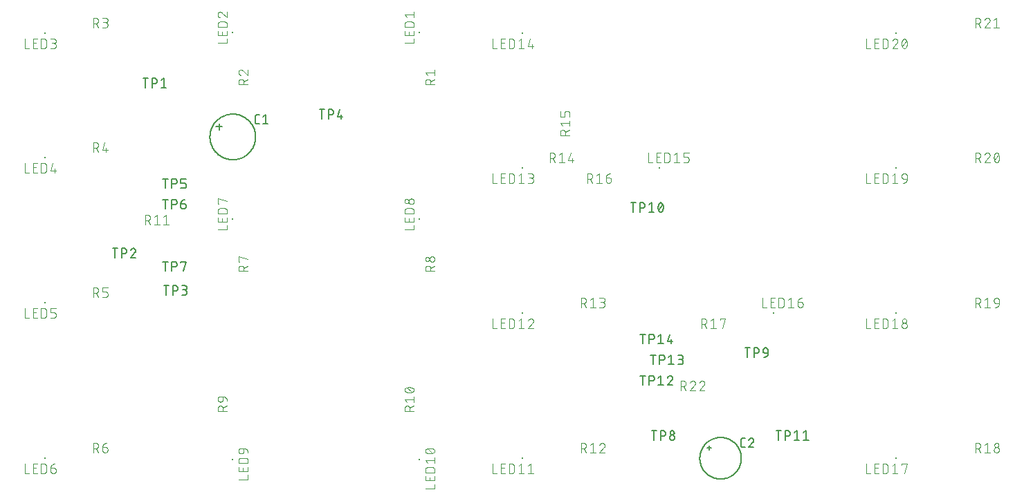
<source format=gbr>
G04 EAGLE Gerber RS-274X export*
G75*
%MOMM*%
%FSLAX34Y34*%
%LPD*%
%INSilkscreen Top*%
%IPPOS*%
%AMOC8*
5,1,8,0,0,1.08239X$1,22.5*%
G01*
%ADD10C,0.152400*%
%ADD11C,0.127000*%
%ADD12R,0.250000X0.250000*%
%ADD13C,0.101600*%


D10*
X309880Y673100D02*
X313690Y673100D01*
X313690Y669290D01*
X313690Y673100D02*
X317500Y673100D01*
X313690Y673100D02*
X313690Y676910D01*
X302260Y660400D02*
X302268Y661086D01*
X302294Y661771D01*
X302336Y662455D01*
X302395Y663139D01*
X302470Y663820D01*
X302562Y664500D01*
X302671Y665177D01*
X302797Y665851D01*
X302939Y666522D01*
X303097Y667189D01*
X303272Y667852D01*
X303463Y668511D01*
X303670Y669164D01*
X303893Y669813D01*
X304132Y670455D01*
X304387Y671092D01*
X304657Y671722D01*
X304943Y672346D01*
X305243Y672962D01*
X305559Y673571D01*
X305890Y674172D01*
X306235Y674764D01*
X306595Y675348D01*
X306969Y675923D01*
X307357Y676488D01*
X307758Y677044D01*
X308174Y677590D01*
X308602Y678125D01*
X309044Y678650D01*
X309498Y679163D01*
X309965Y679666D01*
X310443Y680157D01*
X310934Y680635D01*
X311437Y681102D01*
X311950Y681556D01*
X312475Y681998D01*
X313010Y682426D01*
X313556Y682842D01*
X314112Y683243D01*
X314677Y683631D01*
X315252Y684005D01*
X315836Y684365D01*
X316428Y684710D01*
X317029Y685041D01*
X317638Y685357D01*
X318254Y685657D01*
X318878Y685943D01*
X319508Y686213D01*
X320145Y686468D01*
X320787Y686707D01*
X321436Y686930D01*
X322089Y687137D01*
X322748Y687328D01*
X323411Y687503D01*
X324078Y687661D01*
X324749Y687803D01*
X325423Y687929D01*
X326100Y688038D01*
X326780Y688130D01*
X327461Y688205D01*
X328145Y688264D01*
X328829Y688306D01*
X329514Y688332D01*
X330200Y688340D01*
X330886Y688332D01*
X331571Y688306D01*
X332255Y688264D01*
X332939Y688205D01*
X333620Y688130D01*
X334300Y688038D01*
X334977Y687929D01*
X335651Y687803D01*
X336322Y687661D01*
X336989Y687503D01*
X337652Y687328D01*
X338311Y687137D01*
X338964Y686930D01*
X339613Y686707D01*
X340255Y686468D01*
X340892Y686213D01*
X341522Y685943D01*
X342146Y685657D01*
X342762Y685357D01*
X343371Y685041D01*
X343972Y684710D01*
X344564Y684365D01*
X345148Y684005D01*
X345723Y683631D01*
X346288Y683243D01*
X346844Y682842D01*
X347390Y682426D01*
X347925Y681998D01*
X348450Y681556D01*
X348963Y681102D01*
X349466Y680635D01*
X349957Y680157D01*
X350435Y679666D01*
X350902Y679163D01*
X351356Y678650D01*
X351798Y678125D01*
X352226Y677590D01*
X352642Y677044D01*
X353043Y676488D01*
X353431Y675923D01*
X353805Y675348D01*
X354165Y674764D01*
X354510Y674172D01*
X354841Y673571D01*
X355157Y672962D01*
X355457Y672346D01*
X355743Y671722D01*
X356013Y671092D01*
X356268Y670455D01*
X356507Y669813D01*
X356730Y669164D01*
X356937Y668511D01*
X357128Y667852D01*
X357303Y667189D01*
X357461Y666522D01*
X357603Y665851D01*
X357729Y665177D01*
X357838Y664500D01*
X357930Y663820D01*
X358005Y663139D01*
X358064Y662455D01*
X358106Y661771D01*
X358132Y661086D01*
X358140Y660400D01*
X358132Y659714D01*
X358106Y659029D01*
X358064Y658345D01*
X358005Y657661D01*
X357930Y656980D01*
X357838Y656300D01*
X357729Y655623D01*
X357603Y654949D01*
X357461Y654278D01*
X357303Y653611D01*
X357128Y652948D01*
X356937Y652289D01*
X356730Y651636D01*
X356507Y650987D01*
X356268Y650345D01*
X356013Y649708D01*
X355743Y649078D01*
X355457Y648454D01*
X355157Y647838D01*
X354841Y647229D01*
X354510Y646628D01*
X354165Y646036D01*
X353805Y645452D01*
X353431Y644877D01*
X353043Y644312D01*
X352642Y643756D01*
X352226Y643210D01*
X351798Y642675D01*
X351356Y642150D01*
X350902Y641637D01*
X350435Y641134D01*
X349957Y640643D01*
X349466Y640165D01*
X348963Y639698D01*
X348450Y639244D01*
X347925Y638802D01*
X347390Y638374D01*
X346844Y637958D01*
X346288Y637557D01*
X345723Y637169D01*
X345148Y636795D01*
X344564Y636435D01*
X343972Y636090D01*
X343371Y635759D01*
X342762Y635443D01*
X342146Y635143D01*
X341522Y634857D01*
X340892Y634587D01*
X340255Y634332D01*
X339613Y634093D01*
X338964Y633870D01*
X338311Y633663D01*
X337652Y633472D01*
X336989Y633297D01*
X336322Y633139D01*
X335651Y632997D01*
X334977Y632871D01*
X334300Y632762D01*
X333620Y632670D01*
X332939Y632595D01*
X332255Y632536D01*
X331571Y632494D01*
X330886Y632468D01*
X330200Y632460D01*
X329514Y632468D01*
X328829Y632494D01*
X328145Y632536D01*
X327461Y632595D01*
X326780Y632670D01*
X326100Y632762D01*
X325423Y632871D01*
X324749Y632997D01*
X324078Y633139D01*
X323411Y633297D01*
X322748Y633472D01*
X322089Y633663D01*
X321436Y633870D01*
X320787Y634093D01*
X320145Y634332D01*
X319508Y634587D01*
X318878Y634857D01*
X318254Y635143D01*
X317638Y635443D01*
X317029Y635759D01*
X316428Y636090D01*
X315836Y636435D01*
X315252Y636795D01*
X314677Y637169D01*
X314112Y637557D01*
X313556Y637958D01*
X313010Y638374D01*
X312475Y638802D01*
X311950Y639244D01*
X311437Y639698D01*
X310934Y640165D01*
X310443Y640643D01*
X309965Y641134D01*
X309498Y641637D01*
X309044Y642150D01*
X308602Y642675D01*
X308174Y643210D01*
X307758Y643756D01*
X307357Y644312D01*
X306969Y644877D01*
X306595Y645452D01*
X306235Y646036D01*
X305890Y646628D01*
X305559Y647229D01*
X305243Y647838D01*
X304943Y648454D01*
X304657Y649078D01*
X304387Y649708D01*
X304132Y650345D01*
X303893Y650987D01*
X303670Y651636D01*
X303463Y652289D01*
X303272Y652948D01*
X303097Y653611D01*
X302939Y654278D01*
X302797Y654949D01*
X302671Y655623D01*
X302562Y656300D01*
X302470Y656980D01*
X302395Y657661D01*
X302336Y658345D01*
X302294Y659029D01*
X302268Y659714D01*
X302260Y660400D01*
D11*
X360045Y676275D02*
X362585Y676275D01*
X360045Y676275D02*
X359945Y676277D01*
X359846Y676283D01*
X359746Y676293D01*
X359648Y676306D01*
X359549Y676324D01*
X359452Y676345D01*
X359356Y676370D01*
X359260Y676399D01*
X359166Y676432D01*
X359073Y676468D01*
X358982Y676508D01*
X358892Y676552D01*
X358804Y676599D01*
X358718Y676649D01*
X358634Y676703D01*
X358552Y676760D01*
X358473Y676820D01*
X358395Y676884D01*
X358321Y676950D01*
X358249Y677019D01*
X358180Y677091D01*
X358114Y677165D01*
X358050Y677243D01*
X357990Y677322D01*
X357933Y677404D01*
X357879Y677488D01*
X357829Y677574D01*
X357782Y677662D01*
X357738Y677752D01*
X357698Y677843D01*
X357662Y677936D01*
X357629Y678030D01*
X357600Y678126D01*
X357575Y678222D01*
X357554Y678319D01*
X357536Y678418D01*
X357523Y678516D01*
X357513Y678616D01*
X357507Y678715D01*
X357505Y678815D01*
X357505Y685165D01*
X357507Y685265D01*
X357513Y685364D01*
X357523Y685464D01*
X357536Y685562D01*
X357554Y685661D01*
X357575Y685758D01*
X357600Y685854D01*
X357629Y685950D01*
X357662Y686044D01*
X357698Y686137D01*
X357738Y686228D01*
X357782Y686318D01*
X357829Y686406D01*
X357879Y686492D01*
X357933Y686576D01*
X357990Y686658D01*
X358050Y686737D01*
X358114Y686815D01*
X358180Y686889D01*
X358249Y686961D01*
X358321Y687030D01*
X358395Y687096D01*
X358473Y687160D01*
X358552Y687220D01*
X358634Y687277D01*
X358718Y687331D01*
X358804Y687381D01*
X358892Y687428D01*
X358982Y687472D01*
X359073Y687512D01*
X359166Y687548D01*
X359260Y687581D01*
X359356Y687610D01*
X359452Y687635D01*
X359549Y687656D01*
X359648Y687674D01*
X359746Y687687D01*
X359846Y687697D01*
X359945Y687703D01*
X360045Y687705D01*
X362585Y687705D01*
X367067Y685165D02*
X370242Y687705D01*
X370242Y676275D01*
X367067Y676275D02*
X373417Y676275D01*
D10*
X910590Y279400D02*
X913130Y279400D01*
X913130Y276860D01*
X913130Y279400D02*
X915670Y279400D01*
X913130Y279400D02*
X913130Y281940D01*
X901700Y266700D02*
X901708Y267323D01*
X901731Y267946D01*
X901769Y268569D01*
X901822Y269190D01*
X901891Y269809D01*
X901975Y270427D01*
X902074Y271042D01*
X902188Y271655D01*
X902317Y272265D01*
X902461Y272872D01*
X902620Y273475D01*
X902794Y274073D01*
X902982Y274668D01*
X903185Y275257D01*
X903402Y275841D01*
X903633Y276420D01*
X903879Y276993D01*
X904139Y277560D01*
X904412Y278120D01*
X904699Y278673D01*
X905000Y279220D01*
X905314Y279758D01*
X905641Y280289D01*
X905981Y280811D01*
X906333Y281326D01*
X906699Y281831D01*
X907076Y282327D01*
X907466Y282814D01*
X907867Y283291D01*
X908280Y283758D01*
X908704Y284214D01*
X909139Y284661D01*
X909586Y285096D01*
X910042Y285520D01*
X910509Y285933D01*
X910986Y286334D01*
X911473Y286724D01*
X911969Y287101D01*
X912474Y287467D01*
X912989Y287819D01*
X913511Y288159D01*
X914042Y288486D01*
X914580Y288800D01*
X915127Y289101D01*
X915680Y289388D01*
X916240Y289661D01*
X916807Y289921D01*
X917380Y290167D01*
X917959Y290398D01*
X918543Y290615D01*
X919132Y290818D01*
X919727Y291006D01*
X920325Y291180D01*
X920928Y291339D01*
X921535Y291483D01*
X922145Y291612D01*
X922758Y291726D01*
X923373Y291825D01*
X923991Y291909D01*
X924610Y291978D01*
X925231Y292031D01*
X925854Y292069D01*
X926477Y292092D01*
X927100Y292100D01*
X927723Y292092D01*
X928346Y292069D01*
X928969Y292031D01*
X929590Y291978D01*
X930209Y291909D01*
X930827Y291825D01*
X931442Y291726D01*
X932055Y291612D01*
X932665Y291483D01*
X933272Y291339D01*
X933875Y291180D01*
X934473Y291006D01*
X935068Y290818D01*
X935657Y290615D01*
X936241Y290398D01*
X936820Y290167D01*
X937393Y289921D01*
X937960Y289661D01*
X938520Y289388D01*
X939073Y289101D01*
X939620Y288800D01*
X940158Y288486D01*
X940689Y288159D01*
X941211Y287819D01*
X941726Y287467D01*
X942231Y287101D01*
X942727Y286724D01*
X943214Y286334D01*
X943691Y285933D01*
X944158Y285520D01*
X944614Y285096D01*
X945061Y284661D01*
X945496Y284214D01*
X945920Y283758D01*
X946333Y283291D01*
X946734Y282814D01*
X947124Y282327D01*
X947501Y281831D01*
X947867Y281326D01*
X948219Y280811D01*
X948559Y280289D01*
X948886Y279758D01*
X949200Y279220D01*
X949501Y278673D01*
X949788Y278120D01*
X950061Y277560D01*
X950321Y276993D01*
X950567Y276420D01*
X950798Y275841D01*
X951015Y275257D01*
X951218Y274668D01*
X951406Y274073D01*
X951580Y273475D01*
X951739Y272872D01*
X951883Y272265D01*
X952012Y271655D01*
X952126Y271042D01*
X952225Y270427D01*
X952309Y269809D01*
X952378Y269190D01*
X952431Y268569D01*
X952469Y267946D01*
X952492Y267323D01*
X952500Y266700D01*
X952492Y266077D01*
X952469Y265454D01*
X952431Y264831D01*
X952378Y264210D01*
X952309Y263591D01*
X952225Y262973D01*
X952126Y262358D01*
X952012Y261745D01*
X951883Y261135D01*
X951739Y260528D01*
X951580Y259925D01*
X951406Y259327D01*
X951218Y258732D01*
X951015Y258143D01*
X950798Y257559D01*
X950567Y256980D01*
X950321Y256407D01*
X950061Y255840D01*
X949788Y255280D01*
X949501Y254727D01*
X949200Y254180D01*
X948886Y253642D01*
X948559Y253111D01*
X948219Y252589D01*
X947867Y252074D01*
X947501Y251569D01*
X947124Y251073D01*
X946734Y250586D01*
X946333Y250109D01*
X945920Y249642D01*
X945496Y249186D01*
X945061Y248739D01*
X944614Y248304D01*
X944158Y247880D01*
X943691Y247467D01*
X943214Y247066D01*
X942727Y246676D01*
X942231Y246299D01*
X941726Y245933D01*
X941211Y245581D01*
X940689Y245241D01*
X940158Y244914D01*
X939620Y244600D01*
X939073Y244299D01*
X938520Y244012D01*
X937960Y243739D01*
X937393Y243479D01*
X936820Y243233D01*
X936241Y243002D01*
X935657Y242785D01*
X935068Y242582D01*
X934473Y242394D01*
X933875Y242220D01*
X933272Y242061D01*
X932665Y241917D01*
X932055Y241788D01*
X931442Y241674D01*
X930827Y241575D01*
X930209Y241491D01*
X929590Y241422D01*
X928969Y241369D01*
X928346Y241331D01*
X927723Y241308D01*
X927100Y241300D01*
X926477Y241308D01*
X925854Y241331D01*
X925231Y241369D01*
X924610Y241422D01*
X923991Y241491D01*
X923373Y241575D01*
X922758Y241674D01*
X922145Y241788D01*
X921535Y241917D01*
X920928Y242061D01*
X920325Y242220D01*
X919727Y242394D01*
X919132Y242582D01*
X918543Y242785D01*
X917959Y243002D01*
X917380Y243233D01*
X916807Y243479D01*
X916240Y243739D01*
X915680Y244012D01*
X915127Y244299D01*
X914580Y244600D01*
X914042Y244914D01*
X913511Y245241D01*
X912989Y245581D01*
X912474Y245933D01*
X911969Y246299D01*
X911473Y246676D01*
X910986Y247066D01*
X910509Y247467D01*
X910042Y247880D01*
X909586Y248304D01*
X909139Y248739D01*
X908704Y249186D01*
X908280Y249642D01*
X907867Y250109D01*
X907466Y250586D01*
X907076Y251073D01*
X906699Y251569D01*
X906333Y252074D01*
X905981Y252589D01*
X905641Y253111D01*
X905314Y253642D01*
X905000Y254180D01*
X904699Y254727D01*
X904412Y255280D01*
X904139Y255840D01*
X903879Y256407D01*
X903633Y256980D01*
X903402Y257559D01*
X903185Y258143D01*
X902982Y258732D01*
X902794Y259327D01*
X902620Y259925D01*
X902461Y260528D01*
X902317Y261135D01*
X902188Y261745D01*
X902074Y262358D01*
X901975Y262973D01*
X901891Y263591D01*
X901822Y264210D01*
X901769Y264831D01*
X901731Y265454D01*
X901708Y266077D01*
X901700Y266700D01*
D11*
X954405Y280035D02*
X956945Y280035D01*
X954405Y280035D02*
X954305Y280037D01*
X954206Y280043D01*
X954106Y280053D01*
X954008Y280066D01*
X953909Y280084D01*
X953812Y280105D01*
X953716Y280130D01*
X953620Y280159D01*
X953526Y280192D01*
X953433Y280228D01*
X953342Y280268D01*
X953252Y280312D01*
X953164Y280359D01*
X953078Y280409D01*
X952994Y280463D01*
X952912Y280520D01*
X952833Y280580D01*
X952755Y280644D01*
X952681Y280710D01*
X952609Y280779D01*
X952540Y280851D01*
X952474Y280925D01*
X952410Y281003D01*
X952350Y281082D01*
X952293Y281164D01*
X952239Y281248D01*
X952189Y281334D01*
X952142Y281422D01*
X952098Y281512D01*
X952058Y281603D01*
X952022Y281696D01*
X951989Y281790D01*
X951960Y281886D01*
X951935Y281982D01*
X951914Y282079D01*
X951896Y282178D01*
X951883Y282276D01*
X951873Y282376D01*
X951867Y282475D01*
X951865Y282575D01*
X951865Y288925D01*
X951867Y289025D01*
X951873Y289124D01*
X951883Y289224D01*
X951896Y289322D01*
X951914Y289421D01*
X951935Y289518D01*
X951960Y289614D01*
X951989Y289710D01*
X952022Y289804D01*
X952058Y289897D01*
X952098Y289988D01*
X952142Y290078D01*
X952189Y290166D01*
X952239Y290252D01*
X952293Y290336D01*
X952350Y290418D01*
X952410Y290497D01*
X952474Y290575D01*
X952540Y290649D01*
X952609Y290721D01*
X952681Y290790D01*
X952755Y290856D01*
X952833Y290920D01*
X952912Y290980D01*
X952994Y291037D01*
X953078Y291091D01*
X953164Y291141D01*
X953252Y291188D01*
X953342Y291232D01*
X953433Y291272D01*
X953526Y291308D01*
X953620Y291341D01*
X953716Y291370D01*
X953812Y291395D01*
X953909Y291416D01*
X954008Y291434D01*
X954106Y291447D01*
X954206Y291457D01*
X954305Y291463D01*
X954405Y291465D01*
X956945Y291465D01*
X964920Y291466D02*
X965024Y291464D01*
X965129Y291458D01*
X965233Y291449D01*
X965336Y291436D01*
X965439Y291418D01*
X965541Y291398D01*
X965643Y291373D01*
X965743Y291345D01*
X965843Y291313D01*
X965941Y291277D01*
X966038Y291238D01*
X966133Y291196D01*
X966227Y291150D01*
X966319Y291100D01*
X966409Y291048D01*
X966497Y290992D01*
X966583Y290932D01*
X966667Y290870D01*
X966748Y290805D01*
X966827Y290737D01*
X966904Y290665D01*
X966977Y290592D01*
X967049Y290515D01*
X967117Y290436D01*
X967182Y290355D01*
X967244Y290271D01*
X967304Y290185D01*
X967360Y290097D01*
X967412Y290007D01*
X967462Y289915D01*
X967508Y289821D01*
X967550Y289726D01*
X967589Y289629D01*
X967625Y289531D01*
X967657Y289431D01*
X967685Y289331D01*
X967710Y289229D01*
X967730Y289127D01*
X967748Y289024D01*
X967761Y288921D01*
X967770Y288817D01*
X967776Y288712D01*
X967778Y288608D01*
X964920Y291465D02*
X964802Y291463D01*
X964683Y291457D01*
X964565Y291448D01*
X964448Y291435D01*
X964331Y291417D01*
X964214Y291397D01*
X964098Y291372D01*
X963983Y291344D01*
X963870Y291311D01*
X963757Y291276D01*
X963645Y291236D01*
X963535Y291194D01*
X963426Y291147D01*
X963318Y291097D01*
X963213Y291044D01*
X963109Y290987D01*
X963007Y290927D01*
X962907Y290864D01*
X962809Y290797D01*
X962713Y290728D01*
X962620Y290655D01*
X962529Y290579D01*
X962440Y290501D01*
X962354Y290419D01*
X962271Y290335D01*
X962190Y290249D01*
X962113Y290159D01*
X962038Y290068D01*
X961966Y289974D01*
X961897Y289877D01*
X961832Y289779D01*
X961769Y289678D01*
X961710Y289575D01*
X961654Y289471D01*
X961602Y289365D01*
X961553Y289257D01*
X961508Y289148D01*
X961466Y289037D01*
X961428Y288925D01*
X966825Y286386D02*
X966901Y286461D01*
X966976Y286540D01*
X967047Y286621D01*
X967116Y286705D01*
X967181Y286791D01*
X967243Y286879D01*
X967303Y286969D01*
X967359Y287061D01*
X967412Y287156D01*
X967461Y287252D01*
X967507Y287350D01*
X967550Y287449D01*
X967589Y287550D01*
X967624Y287652D01*
X967656Y287755D01*
X967684Y287859D01*
X967709Y287964D01*
X967730Y288071D01*
X967747Y288177D01*
X967760Y288284D01*
X967769Y288392D01*
X967775Y288500D01*
X967777Y288608D01*
X966825Y286385D02*
X961427Y280035D01*
X967777Y280035D01*
D12*
X558800Y788650D03*
D13*
X551942Y775208D02*
X540258Y775208D01*
X551942Y775208D02*
X551942Y780401D01*
X551942Y785114D02*
X551942Y790307D01*
X551942Y785114D02*
X540258Y785114D01*
X540258Y790307D01*
X545451Y789009D02*
X545451Y785114D01*
X540258Y794997D02*
X551942Y794997D01*
X540258Y794997D02*
X540258Y798243D01*
X540260Y798356D01*
X540266Y798469D01*
X540276Y798582D01*
X540290Y798695D01*
X540307Y798807D01*
X540329Y798918D01*
X540354Y799028D01*
X540384Y799138D01*
X540417Y799246D01*
X540454Y799353D01*
X540494Y799459D01*
X540539Y799563D01*
X540587Y799666D01*
X540638Y799767D01*
X540693Y799866D01*
X540751Y799963D01*
X540813Y800058D01*
X540878Y800151D01*
X540946Y800241D01*
X541017Y800329D01*
X541092Y800415D01*
X541169Y800498D01*
X541249Y800578D01*
X541332Y800655D01*
X541418Y800730D01*
X541506Y800801D01*
X541596Y800869D01*
X541689Y800934D01*
X541784Y800996D01*
X541881Y801054D01*
X541980Y801109D01*
X542081Y801160D01*
X542184Y801208D01*
X542288Y801253D01*
X542394Y801293D01*
X542501Y801330D01*
X542609Y801363D01*
X542719Y801393D01*
X542829Y801418D01*
X542940Y801440D01*
X543052Y801457D01*
X543165Y801471D01*
X543278Y801481D01*
X543391Y801487D01*
X543504Y801489D01*
X548696Y801489D01*
X548809Y801487D01*
X548922Y801481D01*
X549035Y801471D01*
X549148Y801457D01*
X549260Y801440D01*
X549371Y801418D01*
X549481Y801393D01*
X549591Y801363D01*
X549699Y801330D01*
X549806Y801293D01*
X549912Y801253D01*
X550016Y801208D01*
X550119Y801160D01*
X550220Y801109D01*
X550319Y801054D01*
X550416Y800996D01*
X550511Y800934D01*
X550604Y800869D01*
X550694Y800801D01*
X550782Y800730D01*
X550868Y800655D01*
X550951Y800578D01*
X551031Y800498D01*
X551108Y800415D01*
X551183Y800329D01*
X551254Y800241D01*
X551322Y800151D01*
X551387Y800058D01*
X551449Y799963D01*
X551507Y799866D01*
X551562Y799767D01*
X551613Y799666D01*
X551661Y799563D01*
X551706Y799459D01*
X551746Y799353D01*
X551783Y799246D01*
X551816Y799138D01*
X551846Y799028D01*
X551871Y798918D01*
X551893Y798807D01*
X551910Y798695D01*
X551924Y798582D01*
X551934Y798469D01*
X551940Y798356D01*
X551942Y798243D01*
X551942Y794997D01*
X542854Y806808D02*
X540258Y810054D01*
X551942Y810054D01*
X551942Y813299D02*
X551942Y806808D01*
D12*
X558800Y265450D03*
D13*
X565658Y229371D02*
X577342Y229371D01*
X577342Y234563D01*
X577342Y239277D02*
X577342Y244469D01*
X577342Y239277D02*
X565658Y239277D01*
X565658Y244469D01*
X570851Y243171D02*
X570851Y239277D01*
X565658Y249160D02*
X577342Y249160D01*
X565658Y249160D02*
X565658Y252406D01*
X565660Y252519D01*
X565666Y252632D01*
X565676Y252745D01*
X565690Y252858D01*
X565707Y252970D01*
X565729Y253081D01*
X565754Y253191D01*
X565784Y253301D01*
X565817Y253409D01*
X565854Y253516D01*
X565894Y253622D01*
X565939Y253726D01*
X565987Y253829D01*
X566038Y253930D01*
X566093Y254029D01*
X566151Y254126D01*
X566213Y254221D01*
X566278Y254314D01*
X566346Y254404D01*
X566417Y254492D01*
X566492Y254578D01*
X566569Y254661D01*
X566649Y254741D01*
X566732Y254818D01*
X566818Y254893D01*
X566906Y254964D01*
X566996Y255032D01*
X567089Y255097D01*
X567184Y255159D01*
X567281Y255217D01*
X567380Y255272D01*
X567481Y255323D01*
X567584Y255371D01*
X567688Y255416D01*
X567794Y255456D01*
X567901Y255493D01*
X568009Y255526D01*
X568119Y255556D01*
X568229Y255581D01*
X568340Y255603D01*
X568452Y255620D01*
X568565Y255634D01*
X568678Y255644D01*
X568791Y255650D01*
X568904Y255652D01*
X568904Y255651D02*
X574096Y255651D01*
X574096Y255652D02*
X574209Y255650D01*
X574322Y255644D01*
X574435Y255634D01*
X574548Y255620D01*
X574660Y255603D01*
X574771Y255581D01*
X574881Y255556D01*
X574991Y255526D01*
X575099Y255493D01*
X575206Y255456D01*
X575312Y255416D01*
X575416Y255371D01*
X575519Y255323D01*
X575620Y255272D01*
X575719Y255217D01*
X575816Y255159D01*
X575911Y255097D01*
X576004Y255032D01*
X576094Y254964D01*
X576182Y254893D01*
X576268Y254818D01*
X576351Y254741D01*
X576431Y254661D01*
X576508Y254578D01*
X576583Y254492D01*
X576654Y254404D01*
X576722Y254314D01*
X576787Y254221D01*
X576849Y254126D01*
X576907Y254029D01*
X576962Y253930D01*
X577013Y253829D01*
X577061Y253726D01*
X577106Y253622D01*
X577146Y253516D01*
X577183Y253409D01*
X577216Y253301D01*
X577246Y253191D01*
X577271Y253081D01*
X577293Y252970D01*
X577310Y252858D01*
X577324Y252745D01*
X577334Y252632D01*
X577340Y252519D01*
X577342Y252406D01*
X577342Y249160D01*
X568254Y260971D02*
X565658Y264216D01*
X577342Y264216D01*
X577342Y260971D02*
X577342Y267462D01*
X571500Y272401D02*
X571270Y272404D01*
X571040Y272412D01*
X570811Y272426D01*
X570582Y272445D01*
X570353Y272470D01*
X570125Y272500D01*
X569898Y272535D01*
X569672Y272576D01*
X569447Y272622D01*
X569223Y272674D01*
X569000Y272731D01*
X568779Y272793D01*
X568559Y272861D01*
X568341Y272934D01*
X568125Y273012D01*
X567911Y273095D01*
X567699Y273183D01*
X567488Y273276D01*
X567281Y273375D01*
X567281Y273374D02*
X567191Y273407D01*
X567102Y273443D01*
X567014Y273483D01*
X566929Y273527D01*
X566845Y273574D01*
X566763Y273624D01*
X566683Y273678D01*
X566606Y273734D01*
X566530Y273794D01*
X566457Y273857D01*
X566387Y273922D01*
X566319Y273991D01*
X566255Y274062D01*
X566193Y274135D01*
X566134Y274211D01*
X566078Y274289D01*
X566025Y274370D01*
X565976Y274452D01*
X565930Y274536D01*
X565887Y274623D01*
X565848Y274710D01*
X565812Y274800D01*
X565780Y274890D01*
X565752Y274982D01*
X565727Y275075D01*
X565706Y275169D01*
X565689Y275263D01*
X565675Y275358D01*
X565666Y275454D01*
X565660Y275550D01*
X565658Y275646D01*
X565660Y275742D01*
X565666Y275838D01*
X565675Y275934D01*
X565689Y276029D01*
X565706Y276123D01*
X565727Y276217D01*
X565752Y276310D01*
X565780Y276402D01*
X565812Y276492D01*
X565848Y276582D01*
X565887Y276670D01*
X565930Y276756D01*
X565976Y276840D01*
X566025Y276922D01*
X566078Y277003D01*
X566134Y277081D01*
X566193Y277157D01*
X566255Y277230D01*
X566319Y277301D01*
X566387Y277370D01*
X566457Y277435D01*
X566530Y277498D01*
X566606Y277558D01*
X566683Y277614D01*
X566763Y277668D01*
X566845Y277718D01*
X566929Y277765D01*
X567014Y277809D01*
X567102Y277849D01*
X567191Y277885D01*
X567281Y277918D01*
X567488Y278017D01*
X567699Y278110D01*
X567911Y278198D01*
X568125Y278281D01*
X568341Y278359D01*
X568559Y278432D01*
X568779Y278500D01*
X569000Y278562D01*
X569223Y278619D01*
X569447Y278671D01*
X569672Y278717D01*
X569898Y278758D01*
X570125Y278793D01*
X570353Y278823D01*
X570582Y278848D01*
X570811Y278867D01*
X571040Y278881D01*
X571270Y278889D01*
X571500Y278892D01*
X571500Y272401D02*
X571730Y272404D01*
X571960Y272412D01*
X572189Y272426D01*
X572418Y272445D01*
X572647Y272470D01*
X572875Y272500D01*
X573102Y272535D01*
X573328Y272576D01*
X573553Y272622D01*
X573777Y272674D01*
X574000Y272731D01*
X574221Y272793D01*
X574441Y272861D01*
X574659Y272934D01*
X574875Y273012D01*
X575089Y273095D01*
X575301Y273183D01*
X575512Y273276D01*
X575719Y273375D01*
X575719Y273374D02*
X575809Y273407D01*
X575898Y273443D01*
X575986Y273484D01*
X576071Y273527D01*
X576155Y273574D01*
X576237Y273624D01*
X576317Y273678D01*
X576394Y273734D01*
X576470Y273794D01*
X576543Y273857D01*
X576613Y273922D01*
X576681Y273991D01*
X576745Y274062D01*
X576807Y274135D01*
X576866Y274211D01*
X576922Y274289D01*
X576975Y274370D01*
X577024Y274452D01*
X577070Y274536D01*
X577113Y274623D01*
X577152Y274710D01*
X577188Y274800D01*
X577220Y274890D01*
X577248Y274982D01*
X577273Y275075D01*
X577294Y275169D01*
X577311Y275263D01*
X577325Y275358D01*
X577334Y275454D01*
X577340Y275550D01*
X577342Y275646D01*
X575719Y277918D02*
X575512Y278017D01*
X575301Y278110D01*
X575089Y278198D01*
X574875Y278281D01*
X574659Y278359D01*
X574441Y278432D01*
X574221Y278500D01*
X574000Y278562D01*
X573777Y278619D01*
X573553Y278671D01*
X573328Y278717D01*
X573102Y278758D01*
X572875Y278793D01*
X572647Y278823D01*
X572418Y278848D01*
X572189Y278867D01*
X571960Y278881D01*
X571730Y278889D01*
X571500Y278892D01*
X575719Y277918D02*
X575809Y277885D01*
X575898Y277849D01*
X575986Y277809D01*
X576071Y277765D01*
X576155Y277718D01*
X576237Y277668D01*
X576317Y277614D01*
X576394Y277558D01*
X576470Y277498D01*
X576543Y277435D01*
X576613Y277370D01*
X576681Y277301D01*
X576745Y277230D01*
X576807Y277157D01*
X576866Y277081D01*
X576922Y277003D01*
X576975Y276922D01*
X577024Y276840D01*
X577070Y276756D01*
X577113Y276669D01*
X577152Y276582D01*
X577188Y276492D01*
X577220Y276402D01*
X577248Y276310D01*
X577273Y276217D01*
X577294Y276123D01*
X577311Y276029D01*
X577325Y275934D01*
X577334Y275838D01*
X577340Y275742D01*
X577342Y275646D01*
X574746Y273050D02*
X568254Y278243D01*
D12*
X684550Y266700D03*
D13*
X648471Y259842D02*
X648471Y248158D01*
X653663Y248158D01*
X658377Y248158D02*
X663569Y248158D01*
X658377Y248158D02*
X658377Y259842D01*
X663569Y259842D01*
X662271Y254649D02*
X658377Y254649D01*
X668260Y259842D02*
X668260Y248158D01*
X668260Y259842D02*
X671506Y259842D01*
X671619Y259840D01*
X671732Y259834D01*
X671845Y259824D01*
X671958Y259810D01*
X672070Y259793D01*
X672181Y259771D01*
X672291Y259746D01*
X672401Y259716D01*
X672509Y259683D01*
X672616Y259646D01*
X672722Y259606D01*
X672826Y259561D01*
X672929Y259513D01*
X673030Y259462D01*
X673129Y259407D01*
X673226Y259349D01*
X673321Y259287D01*
X673414Y259222D01*
X673504Y259154D01*
X673592Y259083D01*
X673678Y259008D01*
X673761Y258931D01*
X673841Y258851D01*
X673918Y258768D01*
X673993Y258682D01*
X674064Y258594D01*
X674132Y258504D01*
X674197Y258411D01*
X674259Y258316D01*
X674317Y258219D01*
X674372Y258120D01*
X674423Y258019D01*
X674471Y257916D01*
X674516Y257812D01*
X674556Y257706D01*
X674593Y257599D01*
X674626Y257491D01*
X674656Y257381D01*
X674681Y257271D01*
X674703Y257160D01*
X674720Y257048D01*
X674734Y256935D01*
X674744Y256822D01*
X674750Y256709D01*
X674752Y256596D01*
X674751Y256596D02*
X674751Y251404D01*
X674752Y251404D02*
X674750Y251291D01*
X674744Y251178D01*
X674734Y251065D01*
X674720Y250952D01*
X674703Y250840D01*
X674681Y250729D01*
X674656Y250619D01*
X674626Y250509D01*
X674593Y250401D01*
X674556Y250294D01*
X674516Y250188D01*
X674471Y250084D01*
X674423Y249981D01*
X674372Y249880D01*
X674317Y249781D01*
X674259Y249684D01*
X674197Y249589D01*
X674132Y249496D01*
X674064Y249406D01*
X673993Y249318D01*
X673918Y249232D01*
X673841Y249149D01*
X673761Y249069D01*
X673678Y248992D01*
X673592Y248917D01*
X673504Y248846D01*
X673414Y248778D01*
X673321Y248713D01*
X673226Y248651D01*
X673129Y248593D01*
X673030Y248538D01*
X672929Y248487D01*
X672826Y248439D01*
X672722Y248394D01*
X672616Y248354D01*
X672509Y248317D01*
X672401Y248284D01*
X672291Y248254D01*
X672181Y248229D01*
X672070Y248207D01*
X671958Y248190D01*
X671845Y248176D01*
X671732Y248166D01*
X671619Y248160D01*
X671506Y248158D01*
X668260Y248158D01*
X680071Y257246D02*
X683316Y259842D01*
X683316Y248158D01*
X680071Y248158D02*
X686562Y248158D01*
X691501Y257246D02*
X694746Y259842D01*
X694746Y248158D01*
X691501Y248158D02*
X697992Y248158D01*
D12*
X684550Y444500D03*
D13*
X648471Y437642D02*
X648471Y425958D01*
X653663Y425958D01*
X658377Y425958D02*
X663569Y425958D01*
X658377Y425958D02*
X658377Y437642D01*
X663569Y437642D01*
X662271Y432449D02*
X658377Y432449D01*
X668260Y437642D02*
X668260Y425958D01*
X668260Y437642D02*
X671506Y437642D01*
X671619Y437640D01*
X671732Y437634D01*
X671845Y437624D01*
X671958Y437610D01*
X672070Y437593D01*
X672181Y437571D01*
X672291Y437546D01*
X672401Y437516D01*
X672509Y437483D01*
X672616Y437446D01*
X672722Y437406D01*
X672826Y437361D01*
X672929Y437313D01*
X673030Y437262D01*
X673129Y437207D01*
X673226Y437149D01*
X673321Y437087D01*
X673414Y437022D01*
X673504Y436954D01*
X673592Y436883D01*
X673678Y436808D01*
X673761Y436731D01*
X673841Y436651D01*
X673918Y436568D01*
X673993Y436482D01*
X674064Y436394D01*
X674132Y436304D01*
X674197Y436211D01*
X674259Y436116D01*
X674317Y436019D01*
X674372Y435920D01*
X674423Y435819D01*
X674471Y435716D01*
X674516Y435612D01*
X674556Y435506D01*
X674593Y435399D01*
X674626Y435291D01*
X674656Y435181D01*
X674681Y435071D01*
X674703Y434960D01*
X674720Y434848D01*
X674734Y434735D01*
X674744Y434622D01*
X674750Y434509D01*
X674752Y434396D01*
X674751Y434396D02*
X674751Y429204D01*
X674752Y429204D02*
X674750Y429091D01*
X674744Y428978D01*
X674734Y428865D01*
X674720Y428752D01*
X674703Y428640D01*
X674681Y428529D01*
X674656Y428419D01*
X674626Y428309D01*
X674593Y428201D01*
X674556Y428094D01*
X674516Y427988D01*
X674471Y427884D01*
X674423Y427781D01*
X674372Y427680D01*
X674317Y427581D01*
X674259Y427484D01*
X674197Y427389D01*
X674132Y427296D01*
X674064Y427206D01*
X673993Y427118D01*
X673918Y427032D01*
X673841Y426949D01*
X673761Y426869D01*
X673678Y426792D01*
X673592Y426717D01*
X673504Y426646D01*
X673414Y426578D01*
X673321Y426513D01*
X673226Y426451D01*
X673129Y426393D01*
X673030Y426338D01*
X672929Y426287D01*
X672826Y426239D01*
X672722Y426194D01*
X672616Y426154D01*
X672509Y426117D01*
X672401Y426084D01*
X672291Y426054D01*
X672181Y426029D01*
X672070Y426007D01*
X671958Y425990D01*
X671845Y425976D01*
X671732Y425966D01*
X671619Y425960D01*
X671506Y425958D01*
X668260Y425958D01*
X680071Y435046D02*
X683316Y437642D01*
X683316Y425958D01*
X680071Y425958D02*
X686562Y425958D01*
X697992Y434721D02*
X697990Y434828D01*
X697984Y434934D01*
X697974Y435040D01*
X697961Y435146D01*
X697943Y435252D01*
X697922Y435356D01*
X697897Y435460D01*
X697868Y435563D01*
X697836Y435664D01*
X697799Y435764D01*
X697759Y435863D01*
X697716Y435961D01*
X697669Y436057D01*
X697618Y436151D01*
X697564Y436243D01*
X697507Y436333D01*
X697447Y436421D01*
X697383Y436506D01*
X697316Y436589D01*
X697246Y436670D01*
X697174Y436748D01*
X697098Y436824D01*
X697020Y436896D01*
X696939Y436966D01*
X696856Y437033D01*
X696771Y437097D01*
X696683Y437157D01*
X696593Y437214D01*
X696501Y437268D01*
X696407Y437319D01*
X696311Y437366D01*
X696213Y437409D01*
X696114Y437449D01*
X696014Y437486D01*
X695913Y437518D01*
X695810Y437547D01*
X695706Y437572D01*
X695602Y437593D01*
X695496Y437611D01*
X695390Y437624D01*
X695284Y437634D01*
X695178Y437640D01*
X695071Y437642D01*
X694950Y437640D01*
X694829Y437634D01*
X694709Y437624D01*
X694588Y437611D01*
X694469Y437593D01*
X694349Y437572D01*
X694231Y437547D01*
X694114Y437518D01*
X693997Y437485D01*
X693882Y437449D01*
X693768Y437408D01*
X693655Y437365D01*
X693543Y437317D01*
X693434Y437266D01*
X693326Y437211D01*
X693219Y437153D01*
X693115Y437092D01*
X693013Y437027D01*
X692913Y436959D01*
X692815Y436888D01*
X692719Y436814D01*
X692626Y436737D01*
X692536Y436656D01*
X692448Y436573D01*
X692363Y436487D01*
X692280Y436398D01*
X692201Y436307D01*
X692124Y436213D01*
X692051Y436117D01*
X691981Y436019D01*
X691914Y435918D01*
X691850Y435815D01*
X691790Y435710D01*
X691733Y435603D01*
X691679Y435495D01*
X691629Y435385D01*
X691583Y435273D01*
X691540Y435160D01*
X691501Y435045D01*
X697019Y432449D02*
X697098Y432526D01*
X697174Y432607D01*
X697247Y432690D01*
X697317Y432775D01*
X697384Y432863D01*
X697448Y432953D01*
X697508Y433045D01*
X697565Y433140D01*
X697619Y433236D01*
X697670Y433334D01*
X697717Y433434D01*
X697761Y433536D01*
X697801Y433639D01*
X697837Y433743D01*
X697869Y433849D01*
X697898Y433955D01*
X697923Y434063D01*
X697945Y434171D01*
X697962Y434281D01*
X697976Y434390D01*
X697985Y434500D01*
X697991Y434611D01*
X697993Y434721D01*
X697018Y432449D02*
X691501Y425958D01*
X697992Y425958D01*
D12*
X684550Y622300D03*
D13*
X648471Y615442D02*
X648471Y603758D01*
X653663Y603758D01*
X658377Y603758D02*
X663569Y603758D01*
X658377Y603758D02*
X658377Y615442D01*
X663569Y615442D01*
X662271Y610249D02*
X658377Y610249D01*
X668260Y615442D02*
X668260Y603758D01*
X668260Y615442D02*
X671506Y615442D01*
X671619Y615440D01*
X671732Y615434D01*
X671845Y615424D01*
X671958Y615410D01*
X672070Y615393D01*
X672181Y615371D01*
X672291Y615346D01*
X672401Y615316D01*
X672509Y615283D01*
X672616Y615246D01*
X672722Y615206D01*
X672826Y615161D01*
X672929Y615113D01*
X673030Y615062D01*
X673129Y615007D01*
X673226Y614949D01*
X673321Y614887D01*
X673414Y614822D01*
X673504Y614754D01*
X673592Y614683D01*
X673678Y614608D01*
X673761Y614531D01*
X673841Y614451D01*
X673918Y614368D01*
X673993Y614282D01*
X674064Y614194D01*
X674132Y614104D01*
X674197Y614011D01*
X674259Y613916D01*
X674317Y613819D01*
X674372Y613720D01*
X674423Y613619D01*
X674471Y613516D01*
X674516Y613412D01*
X674556Y613306D01*
X674593Y613199D01*
X674626Y613091D01*
X674656Y612981D01*
X674681Y612871D01*
X674703Y612760D01*
X674720Y612648D01*
X674734Y612535D01*
X674744Y612422D01*
X674750Y612309D01*
X674752Y612196D01*
X674751Y612196D02*
X674751Y607004D01*
X674752Y607004D02*
X674750Y606891D01*
X674744Y606778D01*
X674734Y606665D01*
X674720Y606552D01*
X674703Y606440D01*
X674681Y606329D01*
X674656Y606219D01*
X674626Y606109D01*
X674593Y606001D01*
X674556Y605894D01*
X674516Y605788D01*
X674471Y605684D01*
X674423Y605581D01*
X674372Y605480D01*
X674317Y605381D01*
X674259Y605284D01*
X674197Y605189D01*
X674132Y605096D01*
X674064Y605006D01*
X673993Y604918D01*
X673918Y604832D01*
X673841Y604749D01*
X673761Y604669D01*
X673678Y604592D01*
X673592Y604517D01*
X673504Y604446D01*
X673414Y604378D01*
X673321Y604313D01*
X673226Y604251D01*
X673129Y604193D01*
X673030Y604138D01*
X672929Y604087D01*
X672826Y604039D01*
X672722Y603994D01*
X672616Y603954D01*
X672509Y603917D01*
X672401Y603884D01*
X672291Y603854D01*
X672181Y603829D01*
X672070Y603807D01*
X671958Y603790D01*
X671845Y603776D01*
X671732Y603766D01*
X671619Y603760D01*
X671506Y603758D01*
X668260Y603758D01*
X680071Y612846D02*
X683316Y615442D01*
X683316Y603758D01*
X680071Y603758D02*
X686562Y603758D01*
X691501Y603758D02*
X694746Y603758D01*
X694859Y603760D01*
X694972Y603766D01*
X695085Y603776D01*
X695198Y603790D01*
X695310Y603807D01*
X695421Y603829D01*
X695531Y603854D01*
X695641Y603884D01*
X695749Y603917D01*
X695856Y603954D01*
X695962Y603994D01*
X696066Y604039D01*
X696169Y604087D01*
X696270Y604138D01*
X696369Y604193D01*
X696466Y604251D01*
X696561Y604313D01*
X696654Y604378D01*
X696744Y604446D01*
X696832Y604517D01*
X696918Y604592D01*
X697001Y604669D01*
X697081Y604749D01*
X697158Y604832D01*
X697233Y604918D01*
X697304Y605006D01*
X697372Y605096D01*
X697437Y605189D01*
X697499Y605284D01*
X697557Y605381D01*
X697612Y605480D01*
X697663Y605581D01*
X697711Y605684D01*
X697756Y605788D01*
X697796Y605894D01*
X697833Y606001D01*
X697866Y606109D01*
X697896Y606219D01*
X697921Y606329D01*
X697943Y606440D01*
X697960Y606552D01*
X697974Y606665D01*
X697984Y606778D01*
X697990Y606891D01*
X697992Y607004D01*
X697990Y607117D01*
X697984Y607230D01*
X697974Y607343D01*
X697960Y607456D01*
X697943Y607568D01*
X697921Y607679D01*
X697896Y607789D01*
X697866Y607899D01*
X697833Y608007D01*
X697796Y608114D01*
X697756Y608220D01*
X697711Y608324D01*
X697663Y608427D01*
X697612Y608528D01*
X697557Y608627D01*
X697499Y608724D01*
X697437Y608819D01*
X697372Y608912D01*
X697304Y609002D01*
X697233Y609090D01*
X697158Y609176D01*
X697081Y609259D01*
X697001Y609339D01*
X696918Y609416D01*
X696832Y609491D01*
X696744Y609562D01*
X696654Y609630D01*
X696561Y609695D01*
X696466Y609757D01*
X696369Y609815D01*
X696270Y609870D01*
X696169Y609921D01*
X696066Y609969D01*
X695962Y610014D01*
X695856Y610054D01*
X695749Y610091D01*
X695641Y610124D01*
X695531Y610154D01*
X695421Y610179D01*
X695310Y610201D01*
X695198Y610218D01*
X695085Y610232D01*
X694972Y610242D01*
X694859Y610248D01*
X694746Y610250D01*
X695396Y615442D02*
X691501Y615442D01*
X695396Y615442D02*
X695497Y615440D01*
X695597Y615434D01*
X695697Y615424D01*
X695797Y615411D01*
X695896Y615393D01*
X695995Y615372D01*
X696092Y615347D01*
X696189Y615318D01*
X696284Y615285D01*
X696378Y615249D01*
X696470Y615209D01*
X696561Y615166D01*
X696650Y615119D01*
X696737Y615069D01*
X696823Y615015D01*
X696906Y614958D01*
X696986Y614898D01*
X697065Y614835D01*
X697141Y614768D01*
X697214Y614699D01*
X697284Y614627D01*
X697352Y614553D01*
X697417Y614476D01*
X697478Y614396D01*
X697537Y614314D01*
X697592Y614230D01*
X697644Y614144D01*
X697693Y614056D01*
X697738Y613966D01*
X697780Y613874D01*
X697818Y613781D01*
X697852Y613686D01*
X697883Y613591D01*
X697910Y613494D01*
X697933Y613396D01*
X697953Y613297D01*
X697968Y613197D01*
X697980Y613097D01*
X697988Y612997D01*
X697992Y612896D01*
X697992Y612796D01*
X697988Y612695D01*
X697980Y612595D01*
X697968Y612495D01*
X697953Y612395D01*
X697933Y612296D01*
X697910Y612198D01*
X697883Y612101D01*
X697852Y612006D01*
X697818Y611911D01*
X697780Y611818D01*
X697738Y611726D01*
X697693Y611636D01*
X697644Y611548D01*
X697592Y611462D01*
X697537Y611378D01*
X697478Y611296D01*
X697417Y611216D01*
X697352Y611139D01*
X697284Y611065D01*
X697214Y610993D01*
X697141Y610924D01*
X697065Y610857D01*
X696986Y610794D01*
X696906Y610734D01*
X696823Y610677D01*
X696737Y610623D01*
X696650Y610573D01*
X696561Y610526D01*
X696470Y610483D01*
X696378Y610443D01*
X696284Y610407D01*
X696189Y610374D01*
X696092Y610345D01*
X695995Y610320D01*
X695896Y610299D01*
X695797Y610281D01*
X695697Y610268D01*
X695597Y610258D01*
X695497Y610252D01*
X695396Y610250D01*
X695396Y610249D02*
X692799Y610249D01*
D12*
X684550Y787400D03*
D13*
X648471Y780542D02*
X648471Y768858D01*
X653663Y768858D01*
X658377Y768858D02*
X663569Y768858D01*
X658377Y768858D02*
X658377Y780542D01*
X663569Y780542D01*
X662271Y775349D02*
X658377Y775349D01*
X668260Y780542D02*
X668260Y768858D01*
X668260Y780542D02*
X671506Y780542D01*
X671619Y780540D01*
X671732Y780534D01*
X671845Y780524D01*
X671958Y780510D01*
X672070Y780493D01*
X672181Y780471D01*
X672291Y780446D01*
X672401Y780416D01*
X672509Y780383D01*
X672616Y780346D01*
X672722Y780306D01*
X672826Y780261D01*
X672929Y780213D01*
X673030Y780162D01*
X673129Y780107D01*
X673226Y780049D01*
X673321Y779987D01*
X673414Y779922D01*
X673504Y779854D01*
X673592Y779783D01*
X673678Y779708D01*
X673761Y779631D01*
X673841Y779551D01*
X673918Y779468D01*
X673993Y779382D01*
X674064Y779294D01*
X674132Y779204D01*
X674197Y779111D01*
X674259Y779016D01*
X674317Y778919D01*
X674372Y778820D01*
X674423Y778719D01*
X674471Y778616D01*
X674516Y778512D01*
X674556Y778406D01*
X674593Y778299D01*
X674626Y778191D01*
X674656Y778081D01*
X674681Y777971D01*
X674703Y777860D01*
X674720Y777748D01*
X674734Y777635D01*
X674744Y777522D01*
X674750Y777409D01*
X674752Y777296D01*
X674751Y777296D02*
X674751Y772104D01*
X674752Y772104D02*
X674750Y771991D01*
X674744Y771878D01*
X674734Y771765D01*
X674720Y771652D01*
X674703Y771540D01*
X674681Y771429D01*
X674656Y771319D01*
X674626Y771209D01*
X674593Y771101D01*
X674556Y770994D01*
X674516Y770888D01*
X674471Y770784D01*
X674423Y770681D01*
X674372Y770580D01*
X674317Y770481D01*
X674259Y770384D01*
X674197Y770289D01*
X674132Y770196D01*
X674064Y770106D01*
X673993Y770018D01*
X673918Y769932D01*
X673841Y769849D01*
X673761Y769769D01*
X673678Y769692D01*
X673592Y769617D01*
X673504Y769546D01*
X673414Y769478D01*
X673321Y769413D01*
X673226Y769351D01*
X673129Y769293D01*
X673030Y769238D01*
X672929Y769187D01*
X672826Y769139D01*
X672722Y769094D01*
X672616Y769054D01*
X672509Y769017D01*
X672401Y768984D01*
X672291Y768954D01*
X672181Y768929D01*
X672070Y768907D01*
X671958Y768890D01*
X671845Y768876D01*
X671732Y768866D01*
X671619Y768860D01*
X671506Y768858D01*
X668260Y768858D01*
X680071Y777946D02*
X683316Y780542D01*
X683316Y768858D01*
X680071Y768858D02*
X686562Y768858D01*
X691501Y771454D02*
X694097Y780542D01*
X691501Y771454D02*
X697992Y771454D01*
X696045Y774051D02*
X696045Y768858D01*
D12*
X852150Y622300D03*
D13*
X838708Y629158D02*
X838708Y640842D01*
X838708Y629158D02*
X843901Y629158D01*
X848614Y629158D02*
X853807Y629158D01*
X848614Y629158D02*
X848614Y640842D01*
X853807Y640842D01*
X852509Y635649D02*
X848614Y635649D01*
X858497Y640842D02*
X858497Y629158D01*
X858497Y640842D02*
X861743Y640842D01*
X861856Y640840D01*
X861969Y640834D01*
X862082Y640824D01*
X862195Y640810D01*
X862307Y640793D01*
X862418Y640771D01*
X862528Y640746D01*
X862638Y640716D01*
X862746Y640683D01*
X862853Y640646D01*
X862959Y640606D01*
X863063Y640561D01*
X863166Y640513D01*
X863267Y640462D01*
X863366Y640407D01*
X863463Y640349D01*
X863558Y640287D01*
X863651Y640222D01*
X863741Y640154D01*
X863829Y640083D01*
X863915Y640008D01*
X863998Y639931D01*
X864078Y639851D01*
X864155Y639768D01*
X864230Y639682D01*
X864301Y639594D01*
X864369Y639504D01*
X864434Y639411D01*
X864496Y639316D01*
X864554Y639219D01*
X864609Y639120D01*
X864660Y639019D01*
X864708Y638916D01*
X864753Y638812D01*
X864793Y638706D01*
X864830Y638599D01*
X864863Y638491D01*
X864893Y638381D01*
X864918Y638271D01*
X864940Y638160D01*
X864957Y638048D01*
X864971Y637935D01*
X864981Y637822D01*
X864987Y637709D01*
X864989Y637596D01*
X864989Y632404D01*
X864987Y632291D01*
X864981Y632178D01*
X864971Y632065D01*
X864957Y631952D01*
X864940Y631840D01*
X864918Y631729D01*
X864893Y631619D01*
X864863Y631509D01*
X864830Y631401D01*
X864793Y631294D01*
X864753Y631188D01*
X864708Y631084D01*
X864660Y630981D01*
X864609Y630880D01*
X864554Y630781D01*
X864496Y630684D01*
X864434Y630589D01*
X864369Y630496D01*
X864301Y630406D01*
X864230Y630318D01*
X864155Y630232D01*
X864078Y630149D01*
X863998Y630069D01*
X863915Y629992D01*
X863829Y629917D01*
X863741Y629846D01*
X863651Y629778D01*
X863558Y629713D01*
X863463Y629651D01*
X863366Y629593D01*
X863267Y629538D01*
X863166Y629487D01*
X863063Y629439D01*
X862959Y629394D01*
X862853Y629354D01*
X862746Y629317D01*
X862638Y629284D01*
X862528Y629254D01*
X862418Y629229D01*
X862307Y629207D01*
X862195Y629190D01*
X862082Y629176D01*
X861969Y629166D01*
X861856Y629160D01*
X861743Y629158D01*
X858497Y629158D01*
X870308Y638246D02*
X873554Y640842D01*
X873554Y629158D01*
X876799Y629158D02*
X870308Y629158D01*
X881738Y629158D02*
X885633Y629158D01*
X885732Y629160D01*
X885832Y629166D01*
X885931Y629175D01*
X886029Y629188D01*
X886127Y629205D01*
X886225Y629226D01*
X886321Y629251D01*
X886416Y629279D01*
X886510Y629311D01*
X886603Y629346D01*
X886695Y629385D01*
X886785Y629428D01*
X886873Y629473D01*
X886960Y629523D01*
X887044Y629575D01*
X887127Y629631D01*
X887207Y629689D01*
X887285Y629751D01*
X887360Y629816D01*
X887433Y629884D01*
X887503Y629954D01*
X887571Y630027D01*
X887636Y630102D01*
X887698Y630180D01*
X887756Y630260D01*
X887812Y630343D01*
X887864Y630427D01*
X887914Y630514D01*
X887959Y630602D01*
X888002Y630692D01*
X888041Y630784D01*
X888076Y630877D01*
X888108Y630971D01*
X888136Y631066D01*
X888161Y631162D01*
X888182Y631260D01*
X888199Y631358D01*
X888212Y631456D01*
X888221Y631555D01*
X888227Y631655D01*
X888229Y631754D01*
X888229Y633053D01*
X888227Y633152D01*
X888221Y633252D01*
X888212Y633351D01*
X888199Y633449D01*
X888182Y633547D01*
X888161Y633645D01*
X888136Y633741D01*
X888108Y633836D01*
X888076Y633930D01*
X888041Y634023D01*
X888002Y634115D01*
X887959Y634205D01*
X887914Y634293D01*
X887864Y634380D01*
X887812Y634464D01*
X887756Y634547D01*
X887698Y634627D01*
X887636Y634705D01*
X887571Y634780D01*
X887503Y634853D01*
X887433Y634923D01*
X887360Y634991D01*
X887285Y635056D01*
X887207Y635118D01*
X887127Y635176D01*
X887044Y635232D01*
X886960Y635284D01*
X886873Y635334D01*
X886785Y635379D01*
X886695Y635422D01*
X886603Y635461D01*
X886510Y635496D01*
X886416Y635528D01*
X886321Y635556D01*
X886225Y635581D01*
X886127Y635602D01*
X886029Y635619D01*
X885931Y635632D01*
X885832Y635641D01*
X885732Y635647D01*
X885633Y635649D01*
X881738Y635649D01*
X881738Y640842D01*
X888229Y640842D01*
D12*
X991850Y444500D03*
D13*
X978408Y451358D02*
X978408Y463042D01*
X978408Y451358D02*
X983601Y451358D01*
X988314Y451358D02*
X993507Y451358D01*
X988314Y451358D02*
X988314Y463042D01*
X993507Y463042D01*
X992209Y457849D02*
X988314Y457849D01*
X998197Y463042D02*
X998197Y451358D01*
X998197Y463042D02*
X1001443Y463042D01*
X1001556Y463040D01*
X1001669Y463034D01*
X1001782Y463024D01*
X1001895Y463010D01*
X1002007Y462993D01*
X1002118Y462971D01*
X1002228Y462946D01*
X1002338Y462916D01*
X1002446Y462883D01*
X1002553Y462846D01*
X1002659Y462806D01*
X1002763Y462761D01*
X1002866Y462713D01*
X1002967Y462662D01*
X1003066Y462607D01*
X1003163Y462549D01*
X1003258Y462487D01*
X1003351Y462422D01*
X1003441Y462354D01*
X1003529Y462283D01*
X1003615Y462208D01*
X1003698Y462131D01*
X1003778Y462051D01*
X1003855Y461968D01*
X1003930Y461882D01*
X1004001Y461794D01*
X1004069Y461704D01*
X1004134Y461611D01*
X1004196Y461516D01*
X1004254Y461419D01*
X1004309Y461320D01*
X1004360Y461219D01*
X1004408Y461116D01*
X1004453Y461012D01*
X1004493Y460906D01*
X1004530Y460799D01*
X1004563Y460691D01*
X1004593Y460581D01*
X1004618Y460471D01*
X1004640Y460360D01*
X1004657Y460248D01*
X1004671Y460135D01*
X1004681Y460022D01*
X1004687Y459909D01*
X1004689Y459796D01*
X1004689Y454604D01*
X1004687Y454491D01*
X1004681Y454378D01*
X1004671Y454265D01*
X1004657Y454152D01*
X1004640Y454040D01*
X1004618Y453929D01*
X1004593Y453819D01*
X1004563Y453709D01*
X1004530Y453601D01*
X1004493Y453494D01*
X1004453Y453388D01*
X1004408Y453284D01*
X1004360Y453181D01*
X1004309Y453080D01*
X1004254Y452981D01*
X1004196Y452884D01*
X1004134Y452789D01*
X1004069Y452696D01*
X1004001Y452606D01*
X1003930Y452518D01*
X1003855Y452432D01*
X1003778Y452349D01*
X1003698Y452269D01*
X1003615Y452192D01*
X1003529Y452117D01*
X1003441Y452046D01*
X1003351Y451978D01*
X1003258Y451913D01*
X1003163Y451851D01*
X1003066Y451793D01*
X1002967Y451738D01*
X1002866Y451687D01*
X1002763Y451639D01*
X1002659Y451594D01*
X1002553Y451554D01*
X1002446Y451517D01*
X1002338Y451484D01*
X1002228Y451454D01*
X1002118Y451429D01*
X1002007Y451407D01*
X1001895Y451390D01*
X1001782Y451376D01*
X1001669Y451366D01*
X1001556Y451360D01*
X1001443Y451358D01*
X998197Y451358D01*
X1010008Y460446D02*
X1013254Y463042D01*
X1013254Y451358D01*
X1016499Y451358D02*
X1010008Y451358D01*
X1021438Y457849D02*
X1025333Y457849D01*
X1025432Y457847D01*
X1025532Y457841D01*
X1025631Y457832D01*
X1025729Y457819D01*
X1025827Y457802D01*
X1025925Y457781D01*
X1026021Y457756D01*
X1026116Y457728D01*
X1026210Y457696D01*
X1026303Y457661D01*
X1026395Y457622D01*
X1026485Y457579D01*
X1026573Y457534D01*
X1026660Y457484D01*
X1026744Y457432D01*
X1026827Y457376D01*
X1026907Y457318D01*
X1026985Y457256D01*
X1027060Y457191D01*
X1027133Y457123D01*
X1027203Y457053D01*
X1027271Y456980D01*
X1027336Y456905D01*
X1027398Y456827D01*
X1027456Y456747D01*
X1027512Y456664D01*
X1027564Y456580D01*
X1027614Y456493D01*
X1027659Y456405D01*
X1027702Y456315D01*
X1027741Y456223D01*
X1027776Y456130D01*
X1027808Y456036D01*
X1027836Y455941D01*
X1027861Y455845D01*
X1027882Y455747D01*
X1027899Y455649D01*
X1027912Y455551D01*
X1027921Y455452D01*
X1027927Y455352D01*
X1027929Y455253D01*
X1027929Y454604D01*
X1027930Y454604D02*
X1027928Y454491D01*
X1027922Y454378D01*
X1027912Y454265D01*
X1027898Y454152D01*
X1027881Y454040D01*
X1027859Y453929D01*
X1027834Y453819D01*
X1027804Y453709D01*
X1027771Y453601D01*
X1027734Y453494D01*
X1027694Y453388D01*
X1027649Y453284D01*
X1027601Y453181D01*
X1027550Y453080D01*
X1027495Y452981D01*
X1027437Y452884D01*
X1027375Y452789D01*
X1027310Y452696D01*
X1027242Y452606D01*
X1027171Y452518D01*
X1027096Y452432D01*
X1027019Y452349D01*
X1026939Y452269D01*
X1026856Y452192D01*
X1026770Y452117D01*
X1026682Y452046D01*
X1026592Y451978D01*
X1026499Y451913D01*
X1026404Y451851D01*
X1026307Y451793D01*
X1026208Y451738D01*
X1026107Y451687D01*
X1026004Y451639D01*
X1025900Y451594D01*
X1025794Y451554D01*
X1025687Y451517D01*
X1025579Y451484D01*
X1025469Y451454D01*
X1025359Y451429D01*
X1025248Y451407D01*
X1025136Y451390D01*
X1025023Y451376D01*
X1024910Y451366D01*
X1024797Y451360D01*
X1024684Y451358D01*
X1024571Y451360D01*
X1024458Y451366D01*
X1024345Y451376D01*
X1024232Y451390D01*
X1024120Y451407D01*
X1024009Y451429D01*
X1023899Y451454D01*
X1023789Y451484D01*
X1023681Y451517D01*
X1023574Y451554D01*
X1023468Y451594D01*
X1023364Y451639D01*
X1023261Y451687D01*
X1023160Y451738D01*
X1023061Y451793D01*
X1022964Y451851D01*
X1022869Y451913D01*
X1022776Y451978D01*
X1022686Y452046D01*
X1022598Y452117D01*
X1022512Y452192D01*
X1022429Y452269D01*
X1022349Y452349D01*
X1022272Y452432D01*
X1022197Y452518D01*
X1022126Y452606D01*
X1022058Y452696D01*
X1021993Y452789D01*
X1021931Y452884D01*
X1021873Y452981D01*
X1021818Y453080D01*
X1021767Y453181D01*
X1021719Y453284D01*
X1021674Y453388D01*
X1021634Y453494D01*
X1021597Y453601D01*
X1021564Y453709D01*
X1021534Y453819D01*
X1021509Y453929D01*
X1021487Y454040D01*
X1021470Y454152D01*
X1021456Y454265D01*
X1021446Y454378D01*
X1021440Y454491D01*
X1021438Y454604D01*
X1021438Y457849D01*
X1021440Y457992D01*
X1021446Y458135D01*
X1021456Y458278D01*
X1021470Y458420D01*
X1021487Y458562D01*
X1021509Y458704D01*
X1021534Y458845D01*
X1021564Y458985D01*
X1021597Y459124D01*
X1021634Y459262D01*
X1021675Y459399D01*
X1021719Y459535D01*
X1021768Y459670D01*
X1021820Y459803D01*
X1021875Y459935D01*
X1021935Y460065D01*
X1021998Y460194D01*
X1022064Y460321D01*
X1022134Y460445D01*
X1022207Y460568D01*
X1022284Y460689D01*
X1022364Y460808D01*
X1022447Y460924D01*
X1022533Y461039D01*
X1022622Y461150D01*
X1022715Y461260D01*
X1022810Y461366D01*
X1022909Y461470D01*
X1023010Y461571D01*
X1023114Y461670D01*
X1023220Y461765D01*
X1023330Y461858D01*
X1023441Y461947D01*
X1023556Y462033D01*
X1023672Y462116D01*
X1023791Y462196D01*
X1023912Y462273D01*
X1024034Y462346D01*
X1024159Y462416D01*
X1024286Y462482D01*
X1024415Y462545D01*
X1024545Y462605D01*
X1024677Y462660D01*
X1024810Y462712D01*
X1024945Y462761D01*
X1025081Y462805D01*
X1025218Y462846D01*
X1025356Y462883D01*
X1025495Y462916D01*
X1025635Y462946D01*
X1025776Y462971D01*
X1025918Y462993D01*
X1026060Y463010D01*
X1026202Y463024D01*
X1026345Y463034D01*
X1026488Y463040D01*
X1026631Y463042D01*
D12*
X1141750Y266700D03*
D13*
X1105671Y259842D02*
X1105671Y248158D01*
X1110863Y248158D01*
X1115577Y248158D02*
X1120769Y248158D01*
X1115577Y248158D02*
X1115577Y259842D01*
X1120769Y259842D01*
X1119471Y254649D02*
X1115577Y254649D01*
X1125460Y259842D02*
X1125460Y248158D01*
X1125460Y259842D02*
X1128706Y259842D01*
X1128819Y259840D01*
X1128932Y259834D01*
X1129045Y259824D01*
X1129158Y259810D01*
X1129270Y259793D01*
X1129381Y259771D01*
X1129491Y259746D01*
X1129601Y259716D01*
X1129709Y259683D01*
X1129816Y259646D01*
X1129922Y259606D01*
X1130026Y259561D01*
X1130129Y259513D01*
X1130230Y259462D01*
X1130329Y259407D01*
X1130426Y259349D01*
X1130521Y259287D01*
X1130614Y259222D01*
X1130704Y259154D01*
X1130792Y259083D01*
X1130878Y259008D01*
X1130961Y258931D01*
X1131041Y258851D01*
X1131118Y258768D01*
X1131193Y258682D01*
X1131264Y258594D01*
X1131332Y258504D01*
X1131397Y258411D01*
X1131459Y258316D01*
X1131517Y258219D01*
X1131572Y258120D01*
X1131623Y258019D01*
X1131671Y257916D01*
X1131716Y257812D01*
X1131756Y257706D01*
X1131793Y257599D01*
X1131826Y257491D01*
X1131856Y257381D01*
X1131881Y257271D01*
X1131903Y257160D01*
X1131920Y257048D01*
X1131934Y256935D01*
X1131944Y256822D01*
X1131950Y256709D01*
X1131952Y256596D01*
X1131951Y256596D02*
X1131951Y251404D01*
X1131952Y251404D02*
X1131950Y251291D01*
X1131944Y251178D01*
X1131934Y251065D01*
X1131920Y250952D01*
X1131903Y250840D01*
X1131881Y250729D01*
X1131856Y250619D01*
X1131826Y250509D01*
X1131793Y250401D01*
X1131756Y250294D01*
X1131716Y250188D01*
X1131671Y250084D01*
X1131623Y249981D01*
X1131572Y249880D01*
X1131517Y249781D01*
X1131459Y249684D01*
X1131397Y249589D01*
X1131332Y249496D01*
X1131264Y249406D01*
X1131193Y249318D01*
X1131118Y249232D01*
X1131041Y249149D01*
X1130961Y249069D01*
X1130878Y248992D01*
X1130792Y248917D01*
X1130704Y248846D01*
X1130614Y248778D01*
X1130521Y248713D01*
X1130426Y248651D01*
X1130329Y248593D01*
X1130230Y248538D01*
X1130129Y248487D01*
X1130026Y248439D01*
X1129922Y248394D01*
X1129816Y248354D01*
X1129709Y248317D01*
X1129601Y248284D01*
X1129491Y248254D01*
X1129381Y248229D01*
X1129270Y248207D01*
X1129158Y248190D01*
X1129045Y248176D01*
X1128932Y248166D01*
X1128819Y248160D01*
X1128706Y248158D01*
X1125460Y248158D01*
X1137271Y257246D02*
X1140516Y259842D01*
X1140516Y248158D01*
X1137271Y248158D02*
X1143762Y248158D01*
X1148701Y258544D02*
X1148701Y259842D01*
X1155192Y259842D01*
X1151946Y248158D01*
D12*
X1141750Y444500D03*
D13*
X1105671Y437642D02*
X1105671Y425958D01*
X1110863Y425958D01*
X1115577Y425958D02*
X1120769Y425958D01*
X1115577Y425958D02*
X1115577Y437642D01*
X1120769Y437642D01*
X1119471Y432449D02*
X1115577Y432449D01*
X1125460Y437642D02*
X1125460Y425958D01*
X1125460Y437642D02*
X1128706Y437642D01*
X1128819Y437640D01*
X1128932Y437634D01*
X1129045Y437624D01*
X1129158Y437610D01*
X1129270Y437593D01*
X1129381Y437571D01*
X1129491Y437546D01*
X1129601Y437516D01*
X1129709Y437483D01*
X1129816Y437446D01*
X1129922Y437406D01*
X1130026Y437361D01*
X1130129Y437313D01*
X1130230Y437262D01*
X1130329Y437207D01*
X1130426Y437149D01*
X1130521Y437087D01*
X1130614Y437022D01*
X1130704Y436954D01*
X1130792Y436883D01*
X1130878Y436808D01*
X1130961Y436731D01*
X1131041Y436651D01*
X1131118Y436568D01*
X1131193Y436482D01*
X1131264Y436394D01*
X1131332Y436304D01*
X1131397Y436211D01*
X1131459Y436116D01*
X1131517Y436019D01*
X1131572Y435920D01*
X1131623Y435819D01*
X1131671Y435716D01*
X1131716Y435612D01*
X1131756Y435506D01*
X1131793Y435399D01*
X1131826Y435291D01*
X1131856Y435181D01*
X1131881Y435071D01*
X1131903Y434960D01*
X1131920Y434848D01*
X1131934Y434735D01*
X1131944Y434622D01*
X1131950Y434509D01*
X1131952Y434396D01*
X1131951Y434396D02*
X1131951Y429204D01*
X1131952Y429204D02*
X1131950Y429091D01*
X1131944Y428978D01*
X1131934Y428865D01*
X1131920Y428752D01*
X1131903Y428640D01*
X1131881Y428529D01*
X1131856Y428419D01*
X1131826Y428309D01*
X1131793Y428201D01*
X1131756Y428094D01*
X1131716Y427988D01*
X1131671Y427884D01*
X1131623Y427781D01*
X1131572Y427680D01*
X1131517Y427581D01*
X1131459Y427484D01*
X1131397Y427389D01*
X1131332Y427296D01*
X1131264Y427206D01*
X1131193Y427118D01*
X1131118Y427032D01*
X1131041Y426949D01*
X1130961Y426869D01*
X1130878Y426792D01*
X1130792Y426717D01*
X1130704Y426646D01*
X1130614Y426578D01*
X1130521Y426513D01*
X1130426Y426451D01*
X1130329Y426393D01*
X1130230Y426338D01*
X1130129Y426287D01*
X1130026Y426239D01*
X1129922Y426194D01*
X1129816Y426154D01*
X1129709Y426117D01*
X1129601Y426084D01*
X1129491Y426054D01*
X1129381Y426029D01*
X1129270Y426007D01*
X1129158Y425990D01*
X1129045Y425976D01*
X1128932Y425966D01*
X1128819Y425960D01*
X1128706Y425958D01*
X1125460Y425958D01*
X1137271Y435046D02*
X1140516Y437642D01*
X1140516Y425958D01*
X1137271Y425958D02*
X1143762Y425958D01*
X1148700Y429204D02*
X1148702Y429317D01*
X1148708Y429430D01*
X1148718Y429543D01*
X1148732Y429656D01*
X1148749Y429768D01*
X1148771Y429879D01*
X1148796Y429989D01*
X1148826Y430099D01*
X1148859Y430207D01*
X1148896Y430314D01*
X1148936Y430420D01*
X1148981Y430524D01*
X1149029Y430627D01*
X1149080Y430728D01*
X1149135Y430827D01*
X1149193Y430924D01*
X1149255Y431019D01*
X1149320Y431112D01*
X1149388Y431202D01*
X1149459Y431290D01*
X1149534Y431376D01*
X1149611Y431459D01*
X1149691Y431539D01*
X1149774Y431616D01*
X1149860Y431691D01*
X1149948Y431762D01*
X1150038Y431830D01*
X1150131Y431895D01*
X1150226Y431957D01*
X1150323Y432015D01*
X1150422Y432070D01*
X1150523Y432121D01*
X1150626Y432169D01*
X1150730Y432214D01*
X1150836Y432254D01*
X1150943Y432291D01*
X1151051Y432324D01*
X1151161Y432354D01*
X1151271Y432379D01*
X1151382Y432401D01*
X1151494Y432418D01*
X1151607Y432432D01*
X1151720Y432442D01*
X1151833Y432448D01*
X1151946Y432450D01*
X1152059Y432448D01*
X1152172Y432442D01*
X1152285Y432432D01*
X1152398Y432418D01*
X1152510Y432401D01*
X1152621Y432379D01*
X1152731Y432354D01*
X1152841Y432324D01*
X1152949Y432291D01*
X1153056Y432254D01*
X1153162Y432214D01*
X1153266Y432169D01*
X1153369Y432121D01*
X1153470Y432070D01*
X1153569Y432015D01*
X1153666Y431957D01*
X1153761Y431895D01*
X1153854Y431830D01*
X1153944Y431762D01*
X1154032Y431691D01*
X1154118Y431616D01*
X1154201Y431539D01*
X1154281Y431459D01*
X1154358Y431376D01*
X1154433Y431290D01*
X1154504Y431202D01*
X1154572Y431112D01*
X1154637Y431019D01*
X1154699Y430924D01*
X1154757Y430827D01*
X1154812Y430728D01*
X1154863Y430627D01*
X1154911Y430524D01*
X1154956Y430420D01*
X1154996Y430314D01*
X1155033Y430207D01*
X1155066Y430099D01*
X1155096Y429989D01*
X1155121Y429879D01*
X1155143Y429768D01*
X1155160Y429656D01*
X1155174Y429543D01*
X1155184Y429430D01*
X1155190Y429317D01*
X1155192Y429204D01*
X1155190Y429091D01*
X1155184Y428978D01*
X1155174Y428865D01*
X1155160Y428752D01*
X1155143Y428640D01*
X1155121Y428529D01*
X1155096Y428419D01*
X1155066Y428309D01*
X1155033Y428201D01*
X1154996Y428094D01*
X1154956Y427988D01*
X1154911Y427884D01*
X1154863Y427781D01*
X1154812Y427680D01*
X1154757Y427581D01*
X1154699Y427484D01*
X1154637Y427389D01*
X1154572Y427296D01*
X1154504Y427206D01*
X1154433Y427118D01*
X1154358Y427032D01*
X1154281Y426949D01*
X1154201Y426869D01*
X1154118Y426792D01*
X1154032Y426717D01*
X1153944Y426646D01*
X1153854Y426578D01*
X1153761Y426513D01*
X1153666Y426451D01*
X1153569Y426393D01*
X1153470Y426338D01*
X1153369Y426287D01*
X1153266Y426239D01*
X1153162Y426194D01*
X1153056Y426154D01*
X1152949Y426117D01*
X1152841Y426084D01*
X1152731Y426054D01*
X1152621Y426029D01*
X1152510Y426007D01*
X1152398Y425990D01*
X1152285Y425976D01*
X1152172Y425966D01*
X1152059Y425960D01*
X1151946Y425958D01*
X1151833Y425960D01*
X1151720Y425966D01*
X1151607Y425976D01*
X1151494Y425990D01*
X1151382Y426007D01*
X1151271Y426029D01*
X1151161Y426054D01*
X1151051Y426084D01*
X1150943Y426117D01*
X1150836Y426154D01*
X1150730Y426194D01*
X1150626Y426239D01*
X1150523Y426287D01*
X1150422Y426338D01*
X1150323Y426393D01*
X1150226Y426451D01*
X1150131Y426513D01*
X1150038Y426578D01*
X1149948Y426646D01*
X1149860Y426717D01*
X1149774Y426792D01*
X1149691Y426869D01*
X1149611Y426949D01*
X1149534Y427032D01*
X1149459Y427118D01*
X1149388Y427206D01*
X1149320Y427296D01*
X1149255Y427389D01*
X1149193Y427484D01*
X1149135Y427581D01*
X1149080Y427680D01*
X1149029Y427781D01*
X1148981Y427884D01*
X1148936Y427988D01*
X1148896Y428094D01*
X1148859Y428201D01*
X1148826Y428309D01*
X1148796Y428419D01*
X1148771Y428529D01*
X1148749Y428640D01*
X1148732Y428752D01*
X1148718Y428865D01*
X1148708Y428978D01*
X1148702Y429091D01*
X1148700Y429204D01*
X1149350Y435046D02*
X1149352Y435147D01*
X1149358Y435247D01*
X1149368Y435347D01*
X1149381Y435447D01*
X1149399Y435546D01*
X1149420Y435645D01*
X1149445Y435742D01*
X1149474Y435839D01*
X1149507Y435934D01*
X1149543Y436028D01*
X1149583Y436120D01*
X1149626Y436211D01*
X1149673Y436300D01*
X1149723Y436387D01*
X1149777Y436473D01*
X1149834Y436556D01*
X1149894Y436636D01*
X1149957Y436715D01*
X1150024Y436791D01*
X1150093Y436864D01*
X1150165Y436934D01*
X1150239Y437002D01*
X1150316Y437067D01*
X1150396Y437128D01*
X1150478Y437187D01*
X1150562Y437242D01*
X1150648Y437294D01*
X1150736Y437343D01*
X1150826Y437388D01*
X1150918Y437430D01*
X1151011Y437468D01*
X1151106Y437502D01*
X1151201Y437533D01*
X1151298Y437560D01*
X1151396Y437583D01*
X1151495Y437603D01*
X1151595Y437618D01*
X1151695Y437630D01*
X1151795Y437638D01*
X1151896Y437642D01*
X1151996Y437642D01*
X1152097Y437638D01*
X1152197Y437630D01*
X1152297Y437618D01*
X1152397Y437603D01*
X1152496Y437583D01*
X1152594Y437560D01*
X1152691Y437533D01*
X1152786Y437502D01*
X1152881Y437468D01*
X1152974Y437430D01*
X1153066Y437388D01*
X1153156Y437343D01*
X1153244Y437294D01*
X1153330Y437242D01*
X1153414Y437187D01*
X1153496Y437128D01*
X1153576Y437067D01*
X1153653Y437002D01*
X1153727Y436934D01*
X1153799Y436864D01*
X1153868Y436791D01*
X1153935Y436715D01*
X1153998Y436636D01*
X1154058Y436556D01*
X1154115Y436473D01*
X1154169Y436387D01*
X1154219Y436300D01*
X1154266Y436211D01*
X1154309Y436120D01*
X1154349Y436028D01*
X1154385Y435934D01*
X1154418Y435839D01*
X1154447Y435742D01*
X1154472Y435645D01*
X1154493Y435546D01*
X1154511Y435447D01*
X1154524Y435347D01*
X1154534Y435247D01*
X1154540Y435147D01*
X1154542Y435046D01*
X1154540Y434945D01*
X1154534Y434845D01*
X1154524Y434745D01*
X1154511Y434645D01*
X1154493Y434546D01*
X1154472Y434447D01*
X1154447Y434350D01*
X1154418Y434253D01*
X1154385Y434158D01*
X1154349Y434064D01*
X1154309Y433972D01*
X1154266Y433881D01*
X1154219Y433792D01*
X1154169Y433705D01*
X1154115Y433619D01*
X1154058Y433536D01*
X1153998Y433456D01*
X1153935Y433377D01*
X1153868Y433301D01*
X1153799Y433228D01*
X1153727Y433158D01*
X1153653Y433090D01*
X1153576Y433025D01*
X1153496Y432964D01*
X1153414Y432905D01*
X1153330Y432850D01*
X1153244Y432798D01*
X1153156Y432749D01*
X1153066Y432704D01*
X1152974Y432662D01*
X1152881Y432624D01*
X1152786Y432590D01*
X1152691Y432559D01*
X1152594Y432532D01*
X1152496Y432509D01*
X1152397Y432489D01*
X1152297Y432474D01*
X1152197Y432462D01*
X1152097Y432454D01*
X1151996Y432450D01*
X1151896Y432450D01*
X1151795Y432454D01*
X1151695Y432462D01*
X1151595Y432474D01*
X1151495Y432489D01*
X1151396Y432509D01*
X1151298Y432532D01*
X1151201Y432559D01*
X1151106Y432590D01*
X1151011Y432624D01*
X1150918Y432662D01*
X1150826Y432704D01*
X1150736Y432749D01*
X1150648Y432798D01*
X1150562Y432850D01*
X1150478Y432905D01*
X1150396Y432964D01*
X1150316Y433025D01*
X1150239Y433090D01*
X1150165Y433158D01*
X1150093Y433228D01*
X1150024Y433301D01*
X1149957Y433377D01*
X1149894Y433456D01*
X1149834Y433536D01*
X1149777Y433619D01*
X1149723Y433705D01*
X1149673Y433792D01*
X1149626Y433881D01*
X1149583Y433972D01*
X1149543Y434064D01*
X1149507Y434158D01*
X1149474Y434253D01*
X1149445Y434350D01*
X1149420Y434447D01*
X1149399Y434546D01*
X1149381Y434645D01*
X1149368Y434745D01*
X1149358Y434845D01*
X1149352Y434945D01*
X1149350Y435046D01*
D12*
X1141750Y622300D03*
D13*
X1105671Y615442D02*
X1105671Y603758D01*
X1110863Y603758D01*
X1115577Y603758D02*
X1120769Y603758D01*
X1115577Y603758D02*
X1115577Y615442D01*
X1120769Y615442D01*
X1119471Y610249D02*
X1115577Y610249D01*
X1125460Y615442D02*
X1125460Y603758D01*
X1125460Y615442D02*
X1128706Y615442D01*
X1128819Y615440D01*
X1128932Y615434D01*
X1129045Y615424D01*
X1129158Y615410D01*
X1129270Y615393D01*
X1129381Y615371D01*
X1129491Y615346D01*
X1129601Y615316D01*
X1129709Y615283D01*
X1129816Y615246D01*
X1129922Y615206D01*
X1130026Y615161D01*
X1130129Y615113D01*
X1130230Y615062D01*
X1130329Y615007D01*
X1130426Y614949D01*
X1130521Y614887D01*
X1130614Y614822D01*
X1130704Y614754D01*
X1130792Y614683D01*
X1130878Y614608D01*
X1130961Y614531D01*
X1131041Y614451D01*
X1131118Y614368D01*
X1131193Y614282D01*
X1131264Y614194D01*
X1131332Y614104D01*
X1131397Y614011D01*
X1131459Y613916D01*
X1131517Y613819D01*
X1131572Y613720D01*
X1131623Y613619D01*
X1131671Y613516D01*
X1131716Y613412D01*
X1131756Y613306D01*
X1131793Y613199D01*
X1131826Y613091D01*
X1131856Y612981D01*
X1131881Y612871D01*
X1131903Y612760D01*
X1131920Y612648D01*
X1131934Y612535D01*
X1131944Y612422D01*
X1131950Y612309D01*
X1131952Y612196D01*
X1131951Y612196D02*
X1131951Y607004D01*
X1131952Y607004D02*
X1131950Y606891D01*
X1131944Y606778D01*
X1131934Y606665D01*
X1131920Y606552D01*
X1131903Y606440D01*
X1131881Y606329D01*
X1131856Y606219D01*
X1131826Y606109D01*
X1131793Y606001D01*
X1131756Y605894D01*
X1131716Y605788D01*
X1131671Y605684D01*
X1131623Y605581D01*
X1131572Y605480D01*
X1131517Y605381D01*
X1131459Y605284D01*
X1131397Y605189D01*
X1131332Y605096D01*
X1131264Y605006D01*
X1131193Y604918D01*
X1131118Y604832D01*
X1131041Y604749D01*
X1130961Y604669D01*
X1130878Y604592D01*
X1130792Y604517D01*
X1130704Y604446D01*
X1130614Y604378D01*
X1130521Y604313D01*
X1130426Y604251D01*
X1130329Y604193D01*
X1130230Y604138D01*
X1130129Y604087D01*
X1130026Y604039D01*
X1129922Y603994D01*
X1129816Y603954D01*
X1129709Y603917D01*
X1129601Y603884D01*
X1129491Y603854D01*
X1129381Y603829D01*
X1129270Y603807D01*
X1129158Y603790D01*
X1129045Y603776D01*
X1128932Y603766D01*
X1128819Y603760D01*
X1128706Y603758D01*
X1125460Y603758D01*
X1137271Y612846D02*
X1140516Y615442D01*
X1140516Y603758D01*
X1137271Y603758D02*
X1143762Y603758D01*
X1151297Y608951D02*
X1155192Y608951D01*
X1151297Y608951D02*
X1151198Y608953D01*
X1151098Y608959D01*
X1150999Y608968D01*
X1150901Y608981D01*
X1150803Y608998D01*
X1150705Y609019D01*
X1150609Y609044D01*
X1150514Y609072D01*
X1150420Y609104D01*
X1150327Y609139D01*
X1150235Y609178D01*
X1150145Y609221D01*
X1150057Y609266D01*
X1149970Y609316D01*
X1149886Y609368D01*
X1149803Y609424D01*
X1149723Y609482D01*
X1149645Y609544D01*
X1149570Y609609D01*
X1149497Y609677D01*
X1149427Y609747D01*
X1149359Y609820D01*
X1149294Y609895D01*
X1149232Y609973D01*
X1149174Y610053D01*
X1149118Y610136D01*
X1149066Y610220D01*
X1149016Y610307D01*
X1148971Y610395D01*
X1148928Y610485D01*
X1148889Y610577D01*
X1148854Y610670D01*
X1148822Y610764D01*
X1148794Y610859D01*
X1148769Y610955D01*
X1148748Y611053D01*
X1148731Y611151D01*
X1148718Y611249D01*
X1148709Y611348D01*
X1148703Y611448D01*
X1148701Y611547D01*
X1148701Y612196D01*
X1148700Y612196D02*
X1148702Y612309D01*
X1148708Y612422D01*
X1148718Y612535D01*
X1148732Y612648D01*
X1148749Y612760D01*
X1148771Y612871D01*
X1148796Y612981D01*
X1148826Y613091D01*
X1148859Y613199D01*
X1148896Y613306D01*
X1148936Y613412D01*
X1148981Y613516D01*
X1149029Y613619D01*
X1149080Y613720D01*
X1149135Y613819D01*
X1149193Y613916D01*
X1149255Y614011D01*
X1149320Y614104D01*
X1149388Y614194D01*
X1149459Y614282D01*
X1149534Y614368D01*
X1149611Y614451D01*
X1149691Y614531D01*
X1149774Y614608D01*
X1149860Y614683D01*
X1149948Y614754D01*
X1150038Y614822D01*
X1150131Y614887D01*
X1150226Y614949D01*
X1150323Y615007D01*
X1150422Y615062D01*
X1150523Y615113D01*
X1150626Y615161D01*
X1150730Y615206D01*
X1150836Y615246D01*
X1150943Y615283D01*
X1151051Y615316D01*
X1151161Y615346D01*
X1151271Y615371D01*
X1151382Y615393D01*
X1151494Y615410D01*
X1151607Y615424D01*
X1151720Y615434D01*
X1151833Y615440D01*
X1151946Y615442D01*
X1152059Y615440D01*
X1152172Y615434D01*
X1152285Y615424D01*
X1152398Y615410D01*
X1152510Y615393D01*
X1152621Y615371D01*
X1152731Y615346D01*
X1152841Y615316D01*
X1152949Y615283D01*
X1153056Y615246D01*
X1153162Y615206D01*
X1153266Y615161D01*
X1153369Y615113D01*
X1153470Y615062D01*
X1153569Y615007D01*
X1153666Y614949D01*
X1153761Y614887D01*
X1153854Y614822D01*
X1153944Y614754D01*
X1154032Y614683D01*
X1154118Y614608D01*
X1154201Y614531D01*
X1154281Y614451D01*
X1154358Y614368D01*
X1154433Y614282D01*
X1154504Y614194D01*
X1154572Y614104D01*
X1154637Y614011D01*
X1154699Y613916D01*
X1154757Y613819D01*
X1154812Y613720D01*
X1154863Y613619D01*
X1154911Y613516D01*
X1154956Y613412D01*
X1154996Y613306D01*
X1155033Y613199D01*
X1155066Y613091D01*
X1155096Y612981D01*
X1155121Y612871D01*
X1155143Y612760D01*
X1155160Y612648D01*
X1155174Y612535D01*
X1155184Y612422D01*
X1155190Y612309D01*
X1155192Y612196D01*
X1155192Y608951D01*
X1155190Y608808D01*
X1155184Y608665D01*
X1155174Y608522D01*
X1155160Y608380D01*
X1155143Y608238D01*
X1155121Y608096D01*
X1155096Y607955D01*
X1155066Y607815D01*
X1155033Y607676D01*
X1154996Y607538D01*
X1154955Y607401D01*
X1154911Y607265D01*
X1154862Y607130D01*
X1154810Y606997D01*
X1154755Y606865D01*
X1154695Y606735D01*
X1154632Y606606D01*
X1154566Y606479D01*
X1154496Y606355D01*
X1154423Y606232D01*
X1154346Y606111D01*
X1154266Y605992D01*
X1154183Y605876D01*
X1154097Y605761D01*
X1154008Y605650D01*
X1153915Y605540D01*
X1153820Y605434D01*
X1153721Y605330D01*
X1153620Y605229D01*
X1153516Y605130D01*
X1153410Y605035D01*
X1153300Y604942D01*
X1153189Y604853D01*
X1153074Y604767D01*
X1152958Y604684D01*
X1152839Y604604D01*
X1152718Y604527D01*
X1152596Y604454D01*
X1152471Y604384D01*
X1152344Y604318D01*
X1152215Y604255D01*
X1152085Y604195D01*
X1151953Y604140D01*
X1151820Y604088D01*
X1151685Y604039D01*
X1151549Y603995D01*
X1151412Y603954D01*
X1151274Y603917D01*
X1151135Y603884D01*
X1150995Y603854D01*
X1150854Y603829D01*
X1150712Y603807D01*
X1150570Y603790D01*
X1150428Y603776D01*
X1150285Y603766D01*
X1150142Y603760D01*
X1149999Y603758D01*
D12*
X330200Y788650D03*
D13*
X323342Y775208D02*
X311658Y775208D01*
X323342Y775208D02*
X323342Y780401D01*
X323342Y785114D02*
X323342Y790307D01*
X323342Y785114D02*
X311658Y785114D01*
X311658Y790307D01*
X316851Y789009D02*
X316851Y785114D01*
X311658Y794997D02*
X323342Y794997D01*
X311658Y794997D02*
X311658Y798243D01*
X311660Y798356D01*
X311666Y798469D01*
X311676Y798582D01*
X311690Y798695D01*
X311707Y798807D01*
X311729Y798918D01*
X311754Y799028D01*
X311784Y799138D01*
X311817Y799246D01*
X311854Y799353D01*
X311894Y799459D01*
X311939Y799563D01*
X311987Y799666D01*
X312038Y799767D01*
X312093Y799866D01*
X312151Y799963D01*
X312213Y800058D01*
X312278Y800151D01*
X312346Y800241D01*
X312417Y800329D01*
X312492Y800415D01*
X312569Y800498D01*
X312649Y800578D01*
X312732Y800655D01*
X312818Y800730D01*
X312906Y800801D01*
X312996Y800869D01*
X313089Y800934D01*
X313184Y800996D01*
X313281Y801054D01*
X313380Y801109D01*
X313481Y801160D01*
X313584Y801208D01*
X313688Y801253D01*
X313794Y801293D01*
X313901Y801330D01*
X314009Y801363D01*
X314119Y801393D01*
X314229Y801418D01*
X314340Y801440D01*
X314452Y801457D01*
X314565Y801471D01*
X314678Y801481D01*
X314791Y801487D01*
X314904Y801489D01*
X320096Y801489D01*
X320209Y801487D01*
X320322Y801481D01*
X320435Y801471D01*
X320548Y801457D01*
X320660Y801440D01*
X320771Y801418D01*
X320881Y801393D01*
X320991Y801363D01*
X321099Y801330D01*
X321206Y801293D01*
X321312Y801253D01*
X321416Y801208D01*
X321519Y801160D01*
X321620Y801109D01*
X321719Y801054D01*
X321816Y800996D01*
X321911Y800934D01*
X322004Y800869D01*
X322094Y800801D01*
X322182Y800730D01*
X322268Y800655D01*
X322351Y800578D01*
X322431Y800498D01*
X322508Y800415D01*
X322583Y800329D01*
X322654Y800241D01*
X322722Y800151D01*
X322787Y800058D01*
X322849Y799963D01*
X322907Y799866D01*
X322962Y799767D01*
X323013Y799666D01*
X323061Y799563D01*
X323106Y799459D01*
X323146Y799353D01*
X323183Y799246D01*
X323216Y799138D01*
X323246Y799028D01*
X323271Y798918D01*
X323293Y798807D01*
X323310Y798695D01*
X323324Y798582D01*
X323334Y798469D01*
X323340Y798356D01*
X323342Y798243D01*
X323342Y794997D01*
X311658Y810378D02*
X311660Y810485D01*
X311666Y810591D01*
X311676Y810697D01*
X311689Y810803D01*
X311707Y810909D01*
X311728Y811013D01*
X311753Y811117D01*
X311782Y811220D01*
X311814Y811321D01*
X311851Y811421D01*
X311891Y811520D01*
X311934Y811618D01*
X311981Y811714D01*
X312032Y811808D01*
X312086Y811900D01*
X312143Y811990D01*
X312203Y812078D01*
X312267Y812163D01*
X312334Y812246D01*
X312404Y812327D01*
X312476Y812405D01*
X312552Y812481D01*
X312630Y812553D01*
X312711Y812623D01*
X312794Y812690D01*
X312879Y812754D01*
X312967Y812814D01*
X313057Y812871D01*
X313149Y812925D01*
X313243Y812976D01*
X313339Y813023D01*
X313437Y813066D01*
X313536Y813106D01*
X313636Y813143D01*
X313737Y813175D01*
X313840Y813204D01*
X313944Y813229D01*
X314048Y813250D01*
X314154Y813268D01*
X314260Y813281D01*
X314366Y813291D01*
X314472Y813297D01*
X314579Y813299D01*
X311658Y810378D02*
X311660Y810257D01*
X311666Y810136D01*
X311676Y810016D01*
X311689Y809895D01*
X311707Y809776D01*
X311728Y809656D01*
X311753Y809538D01*
X311782Y809421D01*
X311815Y809304D01*
X311851Y809189D01*
X311892Y809075D01*
X311935Y808962D01*
X311983Y808850D01*
X312034Y808741D01*
X312089Y808633D01*
X312147Y808526D01*
X312208Y808422D01*
X312273Y808320D01*
X312341Y808220D01*
X312412Y808122D01*
X312486Y808026D01*
X312563Y807933D01*
X312644Y807843D01*
X312727Y807755D01*
X312813Y807670D01*
X312902Y807587D01*
X312993Y807508D01*
X313087Y807431D01*
X313183Y807358D01*
X313281Y807288D01*
X313382Y807221D01*
X313485Y807157D01*
X313590Y807097D01*
X313697Y807039D01*
X313805Y806986D01*
X313915Y806936D01*
X314027Y806890D01*
X314140Y806847D01*
X314255Y806808D01*
X316851Y812325D02*
X316773Y812404D01*
X316693Y812480D01*
X316610Y812553D01*
X316524Y812623D01*
X316437Y812690D01*
X316346Y812754D01*
X316254Y812814D01*
X316160Y812872D01*
X316063Y812926D01*
X315965Y812976D01*
X315865Y813023D01*
X315764Y813067D01*
X315661Y813107D01*
X315556Y813143D01*
X315451Y813175D01*
X315344Y813204D01*
X315237Y813229D01*
X315128Y813251D01*
X315019Y813268D01*
X314910Y813282D01*
X314800Y813291D01*
X314689Y813297D01*
X314579Y813299D01*
X316851Y812326D02*
X323342Y806808D01*
X323342Y813299D01*
D12*
X1141750Y787400D03*
D13*
X1105671Y780542D02*
X1105671Y768858D01*
X1110863Y768858D01*
X1115577Y768858D02*
X1120769Y768858D01*
X1115577Y768858D02*
X1115577Y780542D01*
X1120769Y780542D01*
X1119471Y775349D02*
X1115577Y775349D01*
X1125460Y780542D02*
X1125460Y768858D01*
X1125460Y780542D02*
X1128706Y780542D01*
X1128819Y780540D01*
X1128932Y780534D01*
X1129045Y780524D01*
X1129158Y780510D01*
X1129270Y780493D01*
X1129381Y780471D01*
X1129491Y780446D01*
X1129601Y780416D01*
X1129709Y780383D01*
X1129816Y780346D01*
X1129922Y780306D01*
X1130026Y780261D01*
X1130129Y780213D01*
X1130230Y780162D01*
X1130329Y780107D01*
X1130426Y780049D01*
X1130521Y779987D01*
X1130614Y779922D01*
X1130704Y779854D01*
X1130792Y779783D01*
X1130878Y779708D01*
X1130961Y779631D01*
X1131041Y779551D01*
X1131118Y779468D01*
X1131193Y779382D01*
X1131264Y779294D01*
X1131332Y779204D01*
X1131397Y779111D01*
X1131459Y779016D01*
X1131517Y778919D01*
X1131572Y778820D01*
X1131623Y778719D01*
X1131671Y778616D01*
X1131716Y778512D01*
X1131756Y778406D01*
X1131793Y778299D01*
X1131826Y778191D01*
X1131856Y778081D01*
X1131881Y777971D01*
X1131903Y777860D01*
X1131920Y777748D01*
X1131934Y777635D01*
X1131944Y777522D01*
X1131950Y777409D01*
X1131952Y777296D01*
X1131951Y777296D02*
X1131951Y772104D01*
X1131952Y772104D02*
X1131950Y771991D01*
X1131944Y771878D01*
X1131934Y771765D01*
X1131920Y771652D01*
X1131903Y771540D01*
X1131881Y771429D01*
X1131856Y771319D01*
X1131826Y771209D01*
X1131793Y771101D01*
X1131756Y770994D01*
X1131716Y770888D01*
X1131671Y770784D01*
X1131623Y770681D01*
X1131572Y770580D01*
X1131517Y770481D01*
X1131459Y770384D01*
X1131397Y770289D01*
X1131332Y770196D01*
X1131264Y770106D01*
X1131193Y770018D01*
X1131118Y769932D01*
X1131041Y769849D01*
X1130961Y769769D01*
X1130878Y769692D01*
X1130792Y769617D01*
X1130704Y769546D01*
X1130614Y769478D01*
X1130521Y769413D01*
X1130426Y769351D01*
X1130329Y769293D01*
X1130230Y769238D01*
X1130129Y769187D01*
X1130026Y769139D01*
X1129922Y769094D01*
X1129816Y769054D01*
X1129709Y769017D01*
X1129601Y768984D01*
X1129491Y768954D01*
X1129381Y768929D01*
X1129270Y768907D01*
X1129158Y768890D01*
X1129045Y768876D01*
X1128932Y768866D01*
X1128819Y768860D01*
X1128706Y768858D01*
X1125460Y768858D01*
X1140841Y780542D02*
X1140948Y780540D01*
X1141054Y780534D01*
X1141160Y780524D01*
X1141266Y780511D01*
X1141372Y780493D01*
X1141476Y780472D01*
X1141580Y780447D01*
X1141683Y780418D01*
X1141784Y780386D01*
X1141884Y780349D01*
X1141983Y780309D01*
X1142081Y780266D01*
X1142177Y780219D01*
X1142271Y780168D01*
X1142363Y780114D01*
X1142453Y780057D01*
X1142541Y779997D01*
X1142626Y779933D01*
X1142709Y779866D01*
X1142790Y779796D01*
X1142868Y779724D01*
X1142944Y779648D01*
X1143016Y779570D01*
X1143086Y779489D01*
X1143153Y779406D01*
X1143217Y779321D01*
X1143277Y779233D01*
X1143334Y779143D01*
X1143388Y779051D01*
X1143439Y778957D01*
X1143486Y778861D01*
X1143529Y778763D01*
X1143569Y778664D01*
X1143606Y778564D01*
X1143638Y778463D01*
X1143667Y778360D01*
X1143692Y778256D01*
X1143713Y778152D01*
X1143731Y778046D01*
X1143744Y777940D01*
X1143754Y777834D01*
X1143760Y777728D01*
X1143762Y777621D01*
X1140841Y780542D02*
X1140720Y780540D01*
X1140599Y780534D01*
X1140479Y780524D01*
X1140358Y780511D01*
X1140239Y780493D01*
X1140119Y780472D01*
X1140001Y780447D01*
X1139884Y780418D01*
X1139767Y780385D01*
X1139652Y780349D01*
X1139538Y780308D01*
X1139425Y780265D01*
X1139313Y780217D01*
X1139204Y780166D01*
X1139096Y780111D01*
X1138989Y780053D01*
X1138885Y779992D01*
X1138783Y779927D01*
X1138683Y779859D01*
X1138585Y779788D01*
X1138489Y779714D01*
X1138396Y779637D01*
X1138306Y779556D01*
X1138218Y779473D01*
X1138133Y779387D01*
X1138050Y779298D01*
X1137971Y779207D01*
X1137894Y779113D01*
X1137821Y779017D01*
X1137751Y778919D01*
X1137684Y778818D01*
X1137620Y778715D01*
X1137560Y778610D01*
X1137503Y778503D01*
X1137449Y778395D01*
X1137399Y778285D01*
X1137353Y778173D01*
X1137310Y778060D01*
X1137271Y777945D01*
X1142789Y775349D02*
X1142868Y775426D01*
X1142944Y775507D01*
X1143017Y775590D01*
X1143087Y775675D01*
X1143154Y775763D01*
X1143218Y775853D01*
X1143278Y775945D01*
X1143335Y776040D01*
X1143389Y776136D01*
X1143440Y776234D01*
X1143487Y776334D01*
X1143531Y776436D01*
X1143571Y776539D01*
X1143607Y776643D01*
X1143639Y776749D01*
X1143668Y776855D01*
X1143693Y776963D01*
X1143715Y777071D01*
X1143732Y777181D01*
X1143746Y777290D01*
X1143755Y777400D01*
X1143761Y777511D01*
X1143763Y777621D01*
X1142788Y775349D02*
X1137271Y768858D01*
X1143762Y768858D01*
X1148701Y774700D02*
X1148704Y774930D01*
X1148712Y775160D01*
X1148726Y775389D01*
X1148745Y775618D01*
X1148770Y775847D01*
X1148800Y776074D01*
X1148835Y776302D01*
X1148876Y776528D01*
X1148922Y776753D01*
X1148974Y776977D01*
X1149031Y777199D01*
X1149093Y777421D01*
X1149161Y777640D01*
X1149234Y777858D01*
X1149312Y778075D01*
X1149395Y778289D01*
X1149483Y778501D01*
X1149576Y778711D01*
X1149675Y778919D01*
X1149674Y778919D02*
X1149707Y779009D01*
X1149743Y779098D01*
X1149783Y779186D01*
X1149827Y779271D01*
X1149874Y779355D01*
X1149924Y779437D01*
X1149978Y779517D01*
X1150034Y779594D01*
X1150094Y779670D01*
X1150157Y779743D01*
X1150222Y779813D01*
X1150291Y779881D01*
X1150362Y779945D01*
X1150435Y780007D01*
X1150511Y780066D01*
X1150589Y780122D01*
X1150670Y780175D01*
X1150752Y780224D01*
X1150836Y780270D01*
X1150923Y780313D01*
X1151010Y780352D01*
X1151100Y780388D01*
X1151190Y780420D01*
X1151282Y780448D01*
X1151375Y780473D01*
X1151469Y780494D01*
X1151563Y780511D01*
X1151658Y780525D01*
X1151754Y780534D01*
X1151850Y780540D01*
X1151946Y780542D01*
X1152042Y780540D01*
X1152138Y780534D01*
X1152234Y780525D01*
X1152329Y780511D01*
X1152423Y780494D01*
X1152517Y780473D01*
X1152610Y780448D01*
X1152702Y780420D01*
X1152792Y780388D01*
X1152882Y780352D01*
X1152969Y780313D01*
X1153056Y780270D01*
X1153140Y780224D01*
X1153222Y780175D01*
X1153303Y780122D01*
X1153381Y780066D01*
X1153457Y780007D01*
X1153530Y779945D01*
X1153601Y779881D01*
X1153670Y779813D01*
X1153735Y779743D01*
X1153798Y779670D01*
X1153858Y779594D01*
X1153914Y779517D01*
X1153968Y779437D01*
X1154018Y779355D01*
X1154065Y779271D01*
X1154109Y779186D01*
X1154149Y779098D01*
X1154185Y779009D01*
X1154218Y778919D01*
X1154219Y778919D02*
X1154318Y778712D01*
X1154411Y778502D01*
X1154499Y778289D01*
X1154582Y778075D01*
X1154660Y777859D01*
X1154733Y777641D01*
X1154801Y777421D01*
X1154863Y777200D01*
X1154920Y776977D01*
X1154972Y776753D01*
X1155018Y776528D01*
X1155059Y776302D01*
X1155094Y776075D01*
X1155124Y775847D01*
X1155149Y775618D01*
X1155168Y775389D01*
X1155182Y775160D01*
X1155190Y774930D01*
X1155193Y774700D01*
X1148701Y774700D02*
X1148704Y774470D01*
X1148712Y774240D01*
X1148726Y774011D01*
X1148745Y773782D01*
X1148770Y773553D01*
X1148800Y773325D01*
X1148835Y773098D01*
X1148876Y772872D01*
X1148922Y772647D01*
X1148974Y772423D01*
X1149031Y772200D01*
X1149093Y771979D01*
X1149161Y771759D01*
X1149234Y771541D01*
X1149312Y771325D01*
X1149395Y771111D01*
X1149483Y770899D01*
X1149576Y770688D01*
X1149675Y770481D01*
X1149674Y770481D02*
X1149707Y770391D01*
X1149743Y770302D01*
X1149784Y770214D01*
X1149827Y770129D01*
X1149874Y770045D01*
X1149924Y769963D01*
X1149978Y769883D01*
X1150034Y769806D01*
X1150094Y769730D01*
X1150157Y769657D01*
X1150222Y769587D01*
X1150291Y769519D01*
X1150362Y769455D01*
X1150435Y769393D01*
X1150511Y769334D01*
X1150589Y769278D01*
X1150670Y769225D01*
X1150752Y769176D01*
X1150836Y769130D01*
X1150923Y769087D01*
X1151010Y769048D01*
X1151100Y769012D01*
X1151190Y768980D01*
X1151282Y768952D01*
X1151375Y768927D01*
X1151469Y768906D01*
X1151563Y768889D01*
X1151658Y768875D01*
X1151754Y768866D01*
X1151850Y768860D01*
X1151946Y768858D01*
X1154218Y770481D02*
X1154317Y770688D01*
X1154410Y770899D01*
X1154498Y771111D01*
X1154581Y771325D01*
X1154659Y771541D01*
X1154732Y771759D01*
X1154800Y771979D01*
X1154862Y772200D01*
X1154919Y772423D01*
X1154971Y772647D01*
X1155017Y772872D01*
X1155058Y773098D01*
X1155093Y773325D01*
X1155123Y773553D01*
X1155148Y773782D01*
X1155167Y774011D01*
X1155181Y774240D01*
X1155189Y774470D01*
X1155192Y774700D01*
X1154218Y770481D02*
X1154185Y770391D01*
X1154149Y770302D01*
X1154109Y770214D01*
X1154065Y770129D01*
X1154018Y770045D01*
X1153968Y769963D01*
X1153914Y769883D01*
X1153858Y769806D01*
X1153798Y769730D01*
X1153735Y769657D01*
X1153670Y769587D01*
X1153601Y769519D01*
X1153530Y769455D01*
X1153457Y769393D01*
X1153381Y769334D01*
X1153303Y769278D01*
X1153222Y769225D01*
X1153140Y769176D01*
X1153056Y769130D01*
X1152969Y769087D01*
X1152882Y769048D01*
X1152792Y769012D01*
X1152702Y768980D01*
X1152610Y768952D01*
X1152517Y768927D01*
X1152423Y768906D01*
X1152329Y768889D01*
X1152234Y768875D01*
X1152138Y768866D01*
X1152042Y768860D01*
X1151946Y768858D01*
X1149350Y771454D02*
X1154543Y777946D01*
D12*
X100350Y787400D03*
D13*
X75701Y780542D02*
X75701Y768858D01*
X80893Y768858D01*
X85607Y768858D02*
X90799Y768858D01*
X85607Y768858D02*
X85607Y780542D01*
X90799Y780542D01*
X89501Y775349D02*
X85607Y775349D01*
X95490Y780542D02*
X95490Y768858D01*
X95490Y780542D02*
X98735Y780542D01*
X98848Y780540D01*
X98961Y780534D01*
X99074Y780524D01*
X99187Y780510D01*
X99299Y780493D01*
X99410Y780471D01*
X99520Y780446D01*
X99630Y780416D01*
X99738Y780383D01*
X99845Y780346D01*
X99951Y780306D01*
X100055Y780261D01*
X100158Y780213D01*
X100259Y780162D01*
X100358Y780107D01*
X100455Y780049D01*
X100550Y779987D01*
X100643Y779922D01*
X100733Y779854D01*
X100821Y779783D01*
X100907Y779708D01*
X100990Y779631D01*
X101070Y779551D01*
X101147Y779468D01*
X101222Y779382D01*
X101293Y779294D01*
X101361Y779204D01*
X101426Y779111D01*
X101488Y779016D01*
X101546Y778919D01*
X101601Y778820D01*
X101652Y778719D01*
X101700Y778616D01*
X101745Y778512D01*
X101785Y778406D01*
X101822Y778299D01*
X101855Y778191D01*
X101885Y778081D01*
X101910Y777971D01*
X101932Y777860D01*
X101949Y777748D01*
X101963Y777635D01*
X101973Y777522D01*
X101979Y777409D01*
X101981Y777296D01*
X101981Y772104D01*
X101982Y772104D02*
X101980Y771991D01*
X101974Y771878D01*
X101964Y771765D01*
X101950Y771652D01*
X101933Y771540D01*
X101911Y771429D01*
X101886Y771319D01*
X101856Y771209D01*
X101823Y771101D01*
X101786Y770994D01*
X101746Y770888D01*
X101701Y770784D01*
X101653Y770681D01*
X101602Y770580D01*
X101547Y770481D01*
X101489Y770384D01*
X101427Y770289D01*
X101362Y770196D01*
X101294Y770106D01*
X101223Y770018D01*
X101148Y769932D01*
X101071Y769849D01*
X100991Y769769D01*
X100908Y769692D01*
X100822Y769617D01*
X100734Y769546D01*
X100644Y769478D01*
X100551Y769413D01*
X100456Y769351D01*
X100359Y769293D01*
X100260Y769238D01*
X100159Y769187D01*
X100056Y769139D01*
X99952Y769094D01*
X99846Y769054D01*
X99739Y769017D01*
X99631Y768984D01*
X99521Y768954D01*
X99411Y768929D01*
X99300Y768907D01*
X99188Y768890D01*
X99075Y768876D01*
X98962Y768866D01*
X98849Y768860D01*
X98736Y768858D01*
X98735Y768858D02*
X95490Y768858D01*
X107301Y768858D02*
X110546Y768858D01*
X110659Y768860D01*
X110772Y768866D01*
X110885Y768876D01*
X110998Y768890D01*
X111110Y768907D01*
X111221Y768929D01*
X111331Y768954D01*
X111441Y768984D01*
X111549Y769017D01*
X111656Y769054D01*
X111762Y769094D01*
X111866Y769139D01*
X111969Y769187D01*
X112070Y769238D01*
X112169Y769293D01*
X112266Y769351D01*
X112361Y769413D01*
X112454Y769478D01*
X112544Y769546D01*
X112632Y769617D01*
X112718Y769692D01*
X112801Y769769D01*
X112881Y769849D01*
X112958Y769932D01*
X113033Y770018D01*
X113104Y770106D01*
X113172Y770196D01*
X113237Y770289D01*
X113299Y770384D01*
X113357Y770481D01*
X113412Y770580D01*
X113463Y770681D01*
X113511Y770784D01*
X113556Y770888D01*
X113596Y770994D01*
X113633Y771101D01*
X113666Y771209D01*
X113696Y771319D01*
X113721Y771429D01*
X113743Y771540D01*
X113760Y771652D01*
X113774Y771765D01*
X113784Y771878D01*
X113790Y771991D01*
X113792Y772104D01*
X113790Y772217D01*
X113784Y772330D01*
X113774Y772443D01*
X113760Y772556D01*
X113743Y772668D01*
X113721Y772779D01*
X113696Y772889D01*
X113666Y772999D01*
X113633Y773107D01*
X113596Y773214D01*
X113556Y773320D01*
X113511Y773424D01*
X113463Y773527D01*
X113412Y773628D01*
X113357Y773727D01*
X113299Y773824D01*
X113237Y773919D01*
X113172Y774012D01*
X113104Y774102D01*
X113033Y774190D01*
X112958Y774276D01*
X112881Y774359D01*
X112801Y774439D01*
X112718Y774516D01*
X112632Y774591D01*
X112544Y774662D01*
X112454Y774730D01*
X112361Y774795D01*
X112266Y774857D01*
X112169Y774915D01*
X112070Y774970D01*
X111969Y775021D01*
X111866Y775069D01*
X111762Y775114D01*
X111656Y775154D01*
X111549Y775191D01*
X111441Y775224D01*
X111331Y775254D01*
X111221Y775279D01*
X111110Y775301D01*
X110998Y775318D01*
X110885Y775332D01*
X110772Y775342D01*
X110659Y775348D01*
X110546Y775350D01*
X111196Y780542D02*
X107301Y780542D01*
X111196Y780542D02*
X111297Y780540D01*
X111397Y780534D01*
X111497Y780524D01*
X111597Y780511D01*
X111696Y780493D01*
X111795Y780472D01*
X111892Y780447D01*
X111989Y780418D01*
X112084Y780385D01*
X112178Y780349D01*
X112270Y780309D01*
X112361Y780266D01*
X112450Y780219D01*
X112537Y780169D01*
X112623Y780115D01*
X112706Y780058D01*
X112786Y779998D01*
X112865Y779935D01*
X112941Y779868D01*
X113014Y779799D01*
X113084Y779727D01*
X113152Y779653D01*
X113217Y779576D01*
X113278Y779496D01*
X113337Y779414D01*
X113392Y779330D01*
X113444Y779244D01*
X113493Y779156D01*
X113538Y779066D01*
X113580Y778974D01*
X113618Y778881D01*
X113652Y778786D01*
X113683Y778691D01*
X113710Y778594D01*
X113733Y778496D01*
X113753Y778397D01*
X113768Y778297D01*
X113780Y778197D01*
X113788Y778097D01*
X113792Y777996D01*
X113792Y777896D01*
X113788Y777795D01*
X113780Y777695D01*
X113768Y777595D01*
X113753Y777495D01*
X113733Y777396D01*
X113710Y777298D01*
X113683Y777201D01*
X113652Y777106D01*
X113618Y777011D01*
X113580Y776918D01*
X113538Y776826D01*
X113493Y776736D01*
X113444Y776648D01*
X113392Y776562D01*
X113337Y776478D01*
X113278Y776396D01*
X113217Y776316D01*
X113152Y776239D01*
X113084Y776165D01*
X113014Y776093D01*
X112941Y776024D01*
X112865Y775957D01*
X112786Y775894D01*
X112706Y775834D01*
X112623Y775777D01*
X112537Y775723D01*
X112450Y775673D01*
X112361Y775626D01*
X112270Y775583D01*
X112178Y775543D01*
X112084Y775507D01*
X111989Y775474D01*
X111892Y775445D01*
X111795Y775420D01*
X111696Y775399D01*
X111597Y775381D01*
X111497Y775368D01*
X111397Y775358D01*
X111297Y775352D01*
X111196Y775350D01*
X111196Y775349D02*
X108599Y775349D01*
D12*
X100350Y635000D03*
D13*
X75701Y628142D02*
X75701Y616458D01*
X80893Y616458D01*
X85607Y616458D02*
X90799Y616458D01*
X85607Y616458D02*
X85607Y628142D01*
X90799Y628142D01*
X89501Y622949D02*
X85607Y622949D01*
X95490Y628142D02*
X95490Y616458D01*
X95490Y628142D02*
X98735Y628142D01*
X98848Y628140D01*
X98961Y628134D01*
X99074Y628124D01*
X99187Y628110D01*
X99299Y628093D01*
X99410Y628071D01*
X99520Y628046D01*
X99630Y628016D01*
X99738Y627983D01*
X99845Y627946D01*
X99951Y627906D01*
X100055Y627861D01*
X100158Y627813D01*
X100259Y627762D01*
X100358Y627707D01*
X100455Y627649D01*
X100550Y627587D01*
X100643Y627522D01*
X100733Y627454D01*
X100821Y627383D01*
X100907Y627308D01*
X100990Y627231D01*
X101070Y627151D01*
X101147Y627068D01*
X101222Y626982D01*
X101293Y626894D01*
X101361Y626804D01*
X101426Y626711D01*
X101488Y626616D01*
X101546Y626519D01*
X101601Y626420D01*
X101652Y626319D01*
X101700Y626216D01*
X101745Y626112D01*
X101785Y626006D01*
X101822Y625899D01*
X101855Y625791D01*
X101885Y625681D01*
X101910Y625571D01*
X101932Y625460D01*
X101949Y625348D01*
X101963Y625235D01*
X101973Y625122D01*
X101979Y625009D01*
X101981Y624896D01*
X101981Y619704D01*
X101982Y619704D02*
X101980Y619591D01*
X101974Y619478D01*
X101964Y619365D01*
X101950Y619252D01*
X101933Y619140D01*
X101911Y619029D01*
X101886Y618919D01*
X101856Y618809D01*
X101823Y618701D01*
X101786Y618594D01*
X101746Y618488D01*
X101701Y618384D01*
X101653Y618281D01*
X101602Y618180D01*
X101547Y618081D01*
X101489Y617984D01*
X101427Y617889D01*
X101362Y617796D01*
X101294Y617706D01*
X101223Y617618D01*
X101148Y617532D01*
X101071Y617449D01*
X100991Y617369D01*
X100908Y617292D01*
X100822Y617217D01*
X100734Y617146D01*
X100644Y617078D01*
X100551Y617013D01*
X100456Y616951D01*
X100359Y616893D01*
X100260Y616838D01*
X100159Y616787D01*
X100056Y616739D01*
X99952Y616694D01*
X99846Y616654D01*
X99739Y616617D01*
X99631Y616584D01*
X99521Y616554D01*
X99411Y616529D01*
X99300Y616507D01*
X99188Y616490D01*
X99075Y616476D01*
X98962Y616466D01*
X98849Y616460D01*
X98736Y616458D01*
X98735Y616458D02*
X95490Y616458D01*
X107301Y619054D02*
X109897Y628142D01*
X107301Y619054D02*
X113792Y619054D01*
X111845Y621651D02*
X111845Y616458D01*
D12*
X100350Y457200D03*
D13*
X75701Y450342D02*
X75701Y438658D01*
X80893Y438658D01*
X85607Y438658D02*
X90799Y438658D01*
X85607Y438658D02*
X85607Y450342D01*
X90799Y450342D01*
X89501Y445149D02*
X85607Y445149D01*
X95490Y450342D02*
X95490Y438658D01*
X95490Y450342D02*
X98735Y450342D01*
X98848Y450340D01*
X98961Y450334D01*
X99074Y450324D01*
X99187Y450310D01*
X99299Y450293D01*
X99410Y450271D01*
X99520Y450246D01*
X99630Y450216D01*
X99738Y450183D01*
X99845Y450146D01*
X99951Y450106D01*
X100055Y450061D01*
X100158Y450013D01*
X100259Y449962D01*
X100358Y449907D01*
X100455Y449849D01*
X100550Y449787D01*
X100643Y449722D01*
X100733Y449654D01*
X100821Y449583D01*
X100907Y449508D01*
X100990Y449431D01*
X101070Y449351D01*
X101147Y449268D01*
X101222Y449182D01*
X101293Y449094D01*
X101361Y449004D01*
X101426Y448911D01*
X101488Y448816D01*
X101546Y448719D01*
X101601Y448620D01*
X101652Y448519D01*
X101700Y448416D01*
X101745Y448312D01*
X101785Y448206D01*
X101822Y448099D01*
X101855Y447991D01*
X101885Y447881D01*
X101910Y447771D01*
X101932Y447660D01*
X101949Y447548D01*
X101963Y447435D01*
X101973Y447322D01*
X101979Y447209D01*
X101981Y447096D01*
X101981Y441904D01*
X101982Y441904D02*
X101980Y441791D01*
X101974Y441678D01*
X101964Y441565D01*
X101950Y441452D01*
X101933Y441340D01*
X101911Y441229D01*
X101886Y441119D01*
X101856Y441009D01*
X101823Y440901D01*
X101786Y440794D01*
X101746Y440688D01*
X101701Y440584D01*
X101653Y440481D01*
X101602Y440380D01*
X101547Y440281D01*
X101489Y440184D01*
X101427Y440089D01*
X101362Y439996D01*
X101294Y439906D01*
X101223Y439818D01*
X101148Y439732D01*
X101071Y439649D01*
X100991Y439569D01*
X100908Y439492D01*
X100822Y439417D01*
X100734Y439346D01*
X100644Y439278D01*
X100551Y439213D01*
X100456Y439151D01*
X100359Y439093D01*
X100260Y439038D01*
X100159Y438987D01*
X100056Y438939D01*
X99952Y438894D01*
X99846Y438854D01*
X99739Y438817D01*
X99631Y438784D01*
X99521Y438754D01*
X99411Y438729D01*
X99300Y438707D01*
X99188Y438690D01*
X99075Y438676D01*
X98962Y438666D01*
X98849Y438660D01*
X98736Y438658D01*
X98735Y438658D02*
X95490Y438658D01*
X107301Y438658D02*
X111196Y438658D01*
X111295Y438660D01*
X111395Y438666D01*
X111494Y438675D01*
X111592Y438688D01*
X111690Y438705D01*
X111788Y438726D01*
X111884Y438751D01*
X111979Y438779D01*
X112073Y438811D01*
X112166Y438846D01*
X112258Y438885D01*
X112348Y438928D01*
X112436Y438973D01*
X112523Y439023D01*
X112607Y439075D01*
X112690Y439131D01*
X112770Y439189D01*
X112848Y439251D01*
X112923Y439316D01*
X112996Y439384D01*
X113066Y439454D01*
X113134Y439527D01*
X113199Y439602D01*
X113261Y439680D01*
X113319Y439760D01*
X113375Y439843D01*
X113427Y439927D01*
X113477Y440014D01*
X113522Y440102D01*
X113565Y440192D01*
X113604Y440284D01*
X113639Y440377D01*
X113671Y440471D01*
X113699Y440566D01*
X113724Y440662D01*
X113745Y440760D01*
X113762Y440858D01*
X113775Y440956D01*
X113784Y441055D01*
X113790Y441155D01*
X113792Y441254D01*
X113792Y442553D01*
X113790Y442652D01*
X113784Y442752D01*
X113775Y442851D01*
X113762Y442949D01*
X113745Y443047D01*
X113724Y443145D01*
X113699Y443241D01*
X113671Y443336D01*
X113639Y443430D01*
X113604Y443523D01*
X113565Y443615D01*
X113522Y443705D01*
X113477Y443793D01*
X113427Y443880D01*
X113375Y443964D01*
X113319Y444047D01*
X113261Y444127D01*
X113199Y444205D01*
X113134Y444280D01*
X113066Y444353D01*
X112996Y444423D01*
X112923Y444491D01*
X112848Y444556D01*
X112770Y444618D01*
X112690Y444676D01*
X112607Y444732D01*
X112523Y444784D01*
X112436Y444834D01*
X112348Y444879D01*
X112258Y444922D01*
X112166Y444961D01*
X112073Y444996D01*
X111979Y445028D01*
X111884Y445056D01*
X111788Y445081D01*
X111690Y445102D01*
X111592Y445119D01*
X111494Y445132D01*
X111395Y445141D01*
X111295Y445147D01*
X111196Y445149D01*
X107301Y445149D01*
X107301Y450342D01*
X113792Y450342D01*
D12*
X100350Y266700D03*
D13*
X75701Y259842D02*
X75701Y248158D01*
X80893Y248158D01*
X85607Y248158D02*
X90799Y248158D01*
X85607Y248158D02*
X85607Y259842D01*
X90799Y259842D01*
X89501Y254649D02*
X85607Y254649D01*
X95490Y259842D02*
X95490Y248158D01*
X95490Y259842D02*
X98735Y259842D01*
X98848Y259840D01*
X98961Y259834D01*
X99074Y259824D01*
X99187Y259810D01*
X99299Y259793D01*
X99410Y259771D01*
X99520Y259746D01*
X99630Y259716D01*
X99738Y259683D01*
X99845Y259646D01*
X99951Y259606D01*
X100055Y259561D01*
X100158Y259513D01*
X100259Y259462D01*
X100358Y259407D01*
X100455Y259349D01*
X100550Y259287D01*
X100643Y259222D01*
X100733Y259154D01*
X100821Y259083D01*
X100907Y259008D01*
X100990Y258931D01*
X101070Y258851D01*
X101147Y258768D01*
X101222Y258682D01*
X101293Y258594D01*
X101361Y258504D01*
X101426Y258411D01*
X101488Y258316D01*
X101546Y258219D01*
X101601Y258120D01*
X101652Y258019D01*
X101700Y257916D01*
X101745Y257812D01*
X101785Y257706D01*
X101822Y257599D01*
X101855Y257491D01*
X101885Y257381D01*
X101910Y257271D01*
X101932Y257160D01*
X101949Y257048D01*
X101963Y256935D01*
X101973Y256822D01*
X101979Y256709D01*
X101981Y256596D01*
X101981Y251404D01*
X101982Y251404D02*
X101980Y251291D01*
X101974Y251178D01*
X101964Y251065D01*
X101950Y250952D01*
X101933Y250840D01*
X101911Y250729D01*
X101886Y250619D01*
X101856Y250509D01*
X101823Y250401D01*
X101786Y250294D01*
X101746Y250188D01*
X101701Y250084D01*
X101653Y249981D01*
X101602Y249880D01*
X101547Y249781D01*
X101489Y249684D01*
X101427Y249589D01*
X101362Y249496D01*
X101294Y249406D01*
X101223Y249318D01*
X101148Y249232D01*
X101071Y249149D01*
X100991Y249069D01*
X100908Y248992D01*
X100822Y248917D01*
X100734Y248846D01*
X100644Y248778D01*
X100551Y248713D01*
X100456Y248651D01*
X100359Y248593D01*
X100260Y248538D01*
X100159Y248487D01*
X100056Y248439D01*
X99952Y248394D01*
X99846Y248354D01*
X99739Y248317D01*
X99631Y248284D01*
X99521Y248254D01*
X99411Y248229D01*
X99300Y248207D01*
X99188Y248190D01*
X99075Y248176D01*
X98962Y248166D01*
X98849Y248160D01*
X98736Y248158D01*
X98735Y248158D02*
X95490Y248158D01*
X107301Y254649D02*
X111196Y254649D01*
X111295Y254647D01*
X111395Y254641D01*
X111494Y254632D01*
X111592Y254619D01*
X111690Y254602D01*
X111788Y254581D01*
X111884Y254556D01*
X111979Y254528D01*
X112073Y254496D01*
X112166Y254461D01*
X112258Y254422D01*
X112348Y254379D01*
X112436Y254334D01*
X112523Y254284D01*
X112607Y254232D01*
X112690Y254176D01*
X112770Y254118D01*
X112848Y254056D01*
X112923Y253991D01*
X112996Y253923D01*
X113066Y253853D01*
X113134Y253780D01*
X113199Y253705D01*
X113261Y253627D01*
X113319Y253547D01*
X113375Y253464D01*
X113427Y253380D01*
X113477Y253293D01*
X113522Y253205D01*
X113565Y253115D01*
X113604Y253023D01*
X113639Y252930D01*
X113671Y252836D01*
X113699Y252741D01*
X113724Y252645D01*
X113745Y252547D01*
X113762Y252449D01*
X113775Y252351D01*
X113784Y252252D01*
X113790Y252152D01*
X113792Y252053D01*
X113792Y251404D01*
X113790Y251291D01*
X113784Y251178D01*
X113774Y251065D01*
X113760Y250952D01*
X113743Y250840D01*
X113721Y250729D01*
X113696Y250619D01*
X113666Y250509D01*
X113633Y250401D01*
X113596Y250294D01*
X113556Y250188D01*
X113511Y250084D01*
X113463Y249981D01*
X113412Y249880D01*
X113357Y249781D01*
X113299Y249684D01*
X113237Y249589D01*
X113172Y249496D01*
X113104Y249406D01*
X113033Y249318D01*
X112958Y249232D01*
X112881Y249149D01*
X112801Y249069D01*
X112718Y248992D01*
X112632Y248917D01*
X112544Y248846D01*
X112454Y248778D01*
X112361Y248713D01*
X112266Y248651D01*
X112169Y248593D01*
X112070Y248538D01*
X111969Y248487D01*
X111866Y248439D01*
X111762Y248394D01*
X111656Y248354D01*
X111549Y248317D01*
X111441Y248284D01*
X111331Y248254D01*
X111221Y248229D01*
X111110Y248207D01*
X110998Y248190D01*
X110885Y248176D01*
X110772Y248166D01*
X110659Y248160D01*
X110546Y248158D01*
X110433Y248160D01*
X110320Y248166D01*
X110207Y248176D01*
X110094Y248190D01*
X109982Y248207D01*
X109871Y248229D01*
X109761Y248254D01*
X109651Y248284D01*
X109543Y248317D01*
X109436Y248354D01*
X109330Y248394D01*
X109226Y248439D01*
X109123Y248487D01*
X109022Y248538D01*
X108923Y248593D01*
X108826Y248651D01*
X108731Y248713D01*
X108638Y248778D01*
X108548Y248846D01*
X108460Y248917D01*
X108374Y248992D01*
X108291Y249069D01*
X108211Y249149D01*
X108134Y249232D01*
X108059Y249318D01*
X107988Y249406D01*
X107920Y249496D01*
X107855Y249589D01*
X107793Y249684D01*
X107735Y249781D01*
X107680Y249880D01*
X107629Y249981D01*
X107581Y250084D01*
X107536Y250188D01*
X107496Y250294D01*
X107459Y250401D01*
X107426Y250509D01*
X107396Y250619D01*
X107371Y250729D01*
X107349Y250840D01*
X107332Y250952D01*
X107318Y251065D01*
X107308Y251178D01*
X107302Y251291D01*
X107300Y251404D01*
X107301Y251404D02*
X107301Y254649D01*
X107303Y254792D01*
X107309Y254935D01*
X107319Y255078D01*
X107333Y255220D01*
X107350Y255362D01*
X107372Y255504D01*
X107397Y255645D01*
X107427Y255785D01*
X107460Y255924D01*
X107497Y256062D01*
X107538Y256199D01*
X107582Y256335D01*
X107631Y256470D01*
X107683Y256603D01*
X107738Y256735D01*
X107798Y256865D01*
X107861Y256994D01*
X107927Y257121D01*
X107997Y257245D01*
X108070Y257368D01*
X108147Y257489D01*
X108227Y257608D01*
X108310Y257724D01*
X108396Y257839D01*
X108485Y257950D01*
X108578Y258060D01*
X108673Y258166D01*
X108772Y258270D01*
X108873Y258371D01*
X108977Y258470D01*
X109083Y258565D01*
X109193Y258658D01*
X109304Y258747D01*
X109419Y258833D01*
X109535Y258916D01*
X109654Y258996D01*
X109775Y259073D01*
X109897Y259146D01*
X110022Y259216D01*
X110149Y259282D01*
X110278Y259345D01*
X110408Y259405D01*
X110540Y259460D01*
X110673Y259512D01*
X110808Y259561D01*
X110944Y259605D01*
X111081Y259646D01*
X111219Y259683D01*
X111358Y259716D01*
X111498Y259746D01*
X111639Y259771D01*
X111781Y259793D01*
X111923Y259810D01*
X112065Y259824D01*
X112208Y259834D01*
X112351Y259840D01*
X112494Y259842D01*
D12*
X330200Y560050D03*
D13*
X323342Y546608D02*
X311658Y546608D01*
X323342Y546608D02*
X323342Y551801D01*
X323342Y556514D02*
X323342Y561707D01*
X323342Y556514D02*
X311658Y556514D01*
X311658Y561707D01*
X316851Y560409D02*
X316851Y556514D01*
X311658Y566397D02*
X323342Y566397D01*
X311658Y566397D02*
X311658Y569643D01*
X311660Y569756D01*
X311666Y569869D01*
X311676Y569982D01*
X311690Y570095D01*
X311707Y570207D01*
X311729Y570318D01*
X311754Y570428D01*
X311784Y570538D01*
X311817Y570646D01*
X311854Y570753D01*
X311894Y570859D01*
X311939Y570963D01*
X311987Y571066D01*
X312038Y571167D01*
X312093Y571266D01*
X312151Y571363D01*
X312213Y571458D01*
X312278Y571551D01*
X312346Y571641D01*
X312417Y571729D01*
X312492Y571815D01*
X312569Y571898D01*
X312649Y571978D01*
X312732Y572055D01*
X312818Y572130D01*
X312906Y572201D01*
X312996Y572269D01*
X313089Y572334D01*
X313184Y572396D01*
X313281Y572454D01*
X313380Y572509D01*
X313481Y572560D01*
X313584Y572608D01*
X313688Y572653D01*
X313794Y572693D01*
X313901Y572730D01*
X314009Y572763D01*
X314119Y572793D01*
X314229Y572818D01*
X314340Y572840D01*
X314452Y572857D01*
X314565Y572871D01*
X314678Y572881D01*
X314791Y572887D01*
X314904Y572889D01*
X320096Y572889D01*
X320209Y572887D01*
X320322Y572881D01*
X320435Y572871D01*
X320548Y572857D01*
X320660Y572840D01*
X320771Y572818D01*
X320881Y572793D01*
X320991Y572763D01*
X321099Y572730D01*
X321206Y572693D01*
X321312Y572653D01*
X321416Y572608D01*
X321519Y572560D01*
X321620Y572509D01*
X321719Y572454D01*
X321816Y572396D01*
X321911Y572334D01*
X322004Y572269D01*
X322094Y572201D01*
X322182Y572130D01*
X322268Y572055D01*
X322351Y571978D01*
X322431Y571898D01*
X322508Y571815D01*
X322583Y571729D01*
X322654Y571641D01*
X322722Y571551D01*
X322787Y571458D01*
X322849Y571363D01*
X322907Y571266D01*
X322962Y571167D01*
X323013Y571066D01*
X323061Y570963D01*
X323106Y570859D01*
X323146Y570753D01*
X323183Y570646D01*
X323216Y570538D01*
X323246Y570428D01*
X323271Y570318D01*
X323293Y570207D01*
X323310Y570095D01*
X323324Y569982D01*
X323334Y569869D01*
X323340Y569756D01*
X323342Y569643D01*
X323342Y566397D01*
X312956Y578208D02*
X311658Y578208D01*
X311658Y584699D01*
X323342Y581454D01*
D12*
X558800Y560050D03*
D13*
X551942Y546608D02*
X540258Y546608D01*
X551942Y546608D02*
X551942Y551801D01*
X551942Y556514D02*
X551942Y561707D01*
X551942Y556514D02*
X540258Y556514D01*
X540258Y561707D01*
X545451Y560409D02*
X545451Y556514D01*
X540258Y566397D02*
X551942Y566397D01*
X540258Y566397D02*
X540258Y569643D01*
X540260Y569756D01*
X540266Y569869D01*
X540276Y569982D01*
X540290Y570095D01*
X540307Y570207D01*
X540329Y570318D01*
X540354Y570428D01*
X540384Y570538D01*
X540417Y570646D01*
X540454Y570753D01*
X540494Y570859D01*
X540539Y570963D01*
X540587Y571066D01*
X540638Y571167D01*
X540693Y571266D01*
X540751Y571363D01*
X540813Y571458D01*
X540878Y571551D01*
X540946Y571641D01*
X541017Y571729D01*
X541092Y571815D01*
X541169Y571898D01*
X541249Y571978D01*
X541332Y572055D01*
X541418Y572130D01*
X541506Y572201D01*
X541596Y572269D01*
X541689Y572334D01*
X541784Y572396D01*
X541881Y572454D01*
X541980Y572509D01*
X542081Y572560D01*
X542184Y572608D01*
X542288Y572653D01*
X542394Y572693D01*
X542501Y572730D01*
X542609Y572763D01*
X542719Y572793D01*
X542829Y572818D01*
X542940Y572840D01*
X543052Y572857D01*
X543165Y572871D01*
X543278Y572881D01*
X543391Y572887D01*
X543504Y572889D01*
X548696Y572889D01*
X548809Y572887D01*
X548922Y572881D01*
X549035Y572871D01*
X549148Y572857D01*
X549260Y572840D01*
X549371Y572818D01*
X549481Y572793D01*
X549591Y572763D01*
X549699Y572730D01*
X549806Y572693D01*
X549912Y572653D01*
X550016Y572608D01*
X550119Y572560D01*
X550220Y572509D01*
X550319Y572454D01*
X550416Y572396D01*
X550511Y572334D01*
X550604Y572269D01*
X550694Y572201D01*
X550782Y572130D01*
X550868Y572055D01*
X550951Y571978D01*
X551031Y571898D01*
X551108Y571815D01*
X551183Y571729D01*
X551254Y571641D01*
X551322Y571551D01*
X551387Y571458D01*
X551449Y571363D01*
X551507Y571266D01*
X551562Y571167D01*
X551613Y571066D01*
X551661Y570963D01*
X551706Y570859D01*
X551746Y570753D01*
X551783Y570646D01*
X551816Y570538D01*
X551846Y570428D01*
X551871Y570318D01*
X551893Y570207D01*
X551910Y570095D01*
X551924Y569982D01*
X551934Y569869D01*
X551940Y569756D01*
X551942Y569643D01*
X551942Y566397D01*
X548696Y578208D02*
X548583Y578210D01*
X548470Y578216D01*
X548357Y578226D01*
X548244Y578240D01*
X548132Y578257D01*
X548021Y578279D01*
X547911Y578304D01*
X547801Y578334D01*
X547693Y578367D01*
X547586Y578404D01*
X547480Y578444D01*
X547376Y578489D01*
X547273Y578537D01*
X547172Y578588D01*
X547073Y578643D01*
X546976Y578701D01*
X546881Y578763D01*
X546788Y578828D01*
X546698Y578896D01*
X546610Y578967D01*
X546524Y579042D01*
X546441Y579119D01*
X546361Y579199D01*
X546284Y579282D01*
X546209Y579368D01*
X546138Y579456D01*
X546070Y579546D01*
X546005Y579639D01*
X545943Y579734D01*
X545885Y579831D01*
X545830Y579930D01*
X545779Y580031D01*
X545731Y580134D01*
X545686Y580238D01*
X545646Y580344D01*
X545609Y580451D01*
X545576Y580559D01*
X545546Y580669D01*
X545521Y580779D01*
X545499Y580890D01*
X545482Y581002D01*
X545468Y581115D01*
X545458Y581228D01*
X545452Y581341D01*
X545450Y581454D01*
X545452Y581567D01*
X545458Y581680D01*
X545468Y581793D01*
X545482Y581906D01*
X545499Y582018D01*
X545521Y582129D01*
X545546Y582239D01*
X545576Y582349D01*
X545609Y582457D01*
X545646Y582564D01*
X545686Y582670D01*
X545731Y582774D01*
X545779Y582877D01*
X545830Y582978D01*
X545885Y583077D01*
X545943Y583174D01*
X546005Y583269D01*
X546070Y583362D01*
X546138Y583452D01*
X546209Y583540D01*
X546284Y583626D01*
X546361Y583709D01*
X546441Y583789D01*
X546524Y583866D01*
X546610Y583941D01*
X546698Y584012D01*
X546788Y584080D01*
X546881Y584145D01*
X546976Y584207D01*
X547073Y584265D01*
X547172Y584320D01*
X547273Y584371D01*
X547376Y584419D01*
X547480Y584464D01*
X547586Y584504D01*
X547693Y584541D01*
X547801Y584574D01*
X547911Y584604D01*
X548021Y584629D01*
X548132Y584651D01*
X548244Y584668D01*
X548357Y584682D01*
X548470Y584692D01*
X548583Y584698D01*
X548696Y584700D01*
X548809Y584698D01*
X548922Y584692D01*
X549035Y584682D01*
X549148Y584668D01*
X549260Y584651D01*
X549371Y584629D01*
X549481Y584604D01*
X549591Y584574D01*
X549699Y584541D01*
X549806Y584504D01*
X549912Y584464D01*
X550016Y584419D01*
X550119Y584371D01*
X550220Y584320D01*
X550319Y584265D01*
X550416Y584207D01*
X550511Y584145D01*
X550604Y584080D01*
X550694Y584012D01*
X550782Y583941D01*
X550868Y583866D01*
X550951Y583789D01*
X551031Y583709D01*
X551108Y583626D01*
X551183Y583540D01*
X551254Y583452D01*
X551322Y583362D01*
X551387Y583269D01*
X551449Y583174D01*
X551507Y583077D01*
X551562Y582978D01*
X551613Y582877D01*
X551661Y582774D01*
X551706Y582670D01*
X551746Y582564D01*
X551783Y582457D01*
X551816Y582349D01*
X551846Y582239D01*
X551871Y582129D01*
X551893Y582018D01*
X551910Y581906D01*
X551924Y581793D01*
X551934Y581680D01*
X551940Y581567D01*
X551942Y581454D01*
X551940Y581341D01*
X551934Y581228D01*
X551924Y581115D01*
X551910Y581002D01*
X551893Y580890D01*
X551871Y580779D01*
X551846Y580669D01*
X551816Y580559D01*
X551783Y580451D01*
X551746Y580344D01*
X551706Y580238D01*
X551661Y580134D01*
X551613Y580031D01*
X551562Y579930D01*
X551507Y579831D01*
X551449Y579734D01*
X551387Y579639D01*
X551322Y579546D01*
X551254Y579456D01*
X551183Y579368D01*
X551108Y579282D01*
X551031Y579199D01*
X550951Y579119D01*
X550868Y579042D01*
X550782Y578967D01*
X550694Y578896D01*
X550604Y578828D01*
X550511Y578763D01*
X550416Y578701D01*
X550319Y578643D01*
X550220Y578588D01*
X550119Y578537D01*
X550016Y578489D01*
X549912Y578444D01*
X549806Y578404D01*
X549699Y578367D01*
X549591Y578334D01*
X549481Y578304D01*
X549371Y578279D01*
X549260Y578257D01*
X549148Y578240D01*
X549035Y578226D01*
X548922Y578216D01*
X548809Y578210D01*
X548696Y578208D01*
X542854Y578858D02*
X542753Y578860D01*
X542653Y578866D01*
X542553Y578876D01*
X542453Y578889D01*
X542354Y578907D01*
X542255Y578928D01*
X542158Y578953D01*
X542061Y578982D01*
X541966Y579015D01*
X541872Y579051D01*
X541780Y579091D01*
X541689Y579134D01*
X541600Y579181D01*
X541513Y579231D01*
X541427Y579285D01*
X541344Y579342D01*
X541264Y579402D01*
X541185Y579465D01*
X541109Y579532D01*
X541036Y579601D01*
X540966Y579673D01*
X540898Y579747D01*
X540833Y579824D01*
X540772Y579904D01*
X540713Y579986D01*
X540658Y580070D01*
X540606Y580156D01*
X540557Y580244D01*
X540512Y580334D01*
X540470Y580426D01*
X540432Y580519D01*
X540398Y580614D01*
X540367Y580709D01*
X540340Y580806D01*
X540317Y580904D01*
X540297Y581003D01*
X540282Y581103D01*
X540270Y581203D01*
X540262Y581303D01*
X540258Y581404D01*
X540258Y581504D01*
X540262Y581605D01*
X540270Y581705D01*
X540282Y581805D01*
X540297Y581905D01*
X540317Y582004D01*
X540340Y582102D01*
X540367Y582199D01*
X540398Y582294D01*
X540432Y582389D01*
X540470Y582482D01*
X540512Y582574D01*
X540557Y582664D01*
X540606Y582752D01*
X540658Y582838D01*
X540713Y582922D01*
X540772Y583004D01*
X540833Y583084D01*
X540898Y583161D01*
X540966Y583235D01*
X541036Y583307D01*
X541109Y583376D01*
X541185Y583443D01*
X541264Y583506D01*
X541344Y583566D01*
X541427Y583623D01*
X541513Y583677D01*
X541600Y583727D01*
X541689Y583774D01*
X541780Y583817D01*
X541872Y583857D01*
X541966Y583893D01*
X542061Y583926D01*
X542158Y583955D01*
X542255Y583980D01*
X542354Y584001D01*
X542453Y584019D01*
X542553Y584032D01*
X542653Y584042D01*
X542753Y584048D01*
X542854Y584050D01*
X542955Y584048D01*
X543055Y584042D01*
X543155Y584032D01*
X543255Y584019D01*
X543354Y584001D01*
X543453Y583980D01*
X543550Y583955D01*
X543647Y583926D01*
X543742Y583893D01*
X543836Y583857D01*
X543928Y583817D01*
X544019Y583774D01*
X544108Y583727D01*
X544195Y583677D01*
X544281Y583623D01*
X544364Y583566D01*
X544444Y583506D01*
X544523Y583443D01*
X544599Y583376D01*
X544672Y583307D01*
X544742Y583235D01*
X544810Y583161D01*
X544875Y583084D01*
X544936Y583004D01*
X544995Y582922D01*
X545050Y582838D01*
X545102Y582752D01*
X545151Y582664D01*
X545196Y582574D01*
X545238Y582482D01*
X545276Y582389D01*
X545310Y582294D01*
X545341Y582199D01*
X545368Y582102D01*
X545391Y582004D01*
X545411Y581905D01*
X545426Y581805D01*
X545438Y581705D01*
X545446Y581605D01*
X545450Y581504D01*
X545450Y581404D01*
X545446Y581303D01*
X545438Y581203D01*
X545426Y581103D01*
X545411Y581003D01*
X545391Y580904D01*
X545368Y580806D01*
X545341Y580709D01*
X545310Y580614D01*
X545276Y580519D01*
X545238Y580426D01*
X545196Y580334D01*
X545151Y580244D01*
X545102Y580156D01*
X545050Y580070D01*
X544995Y579986D01*
X544936Y579904D01*
X544875Y579824D01*
X544810Y579747D01*
X544742Y579673D01*
X544672Y579601D01*
X544599Y579532D01*
X544523Y579465D01*
X544444Y579402D01*
X544364Y579342D01*
X544281Y579285D01*
X544195Y579231D01*
X544108Y579181D01*
X544019Y579134D01*
X543928Y579091D01*
X543836Y579051D01*
X543742Y579015D01*
X543647Y578982D01*
X543550Y578953D01*
X543453Y578928D01*
X543354Y578907D01*
X543255Y578889D01*
X543155Y578876D01*
X543055Y578866D01*
X542955Y578860D01*
X542854Y578858D01*
D12*
X330200Y265450D03*
D13*
X337058Y240801D02*
X348742Y240801D01*
X348742Y245993D01*
X348742Y250707D02*
X348742Y255899D01*
X348742Y250707D02*
X337058Y250707D01*
X337058Y255899D01*
X342251Y254601D02*
X342251Y250707D01*
X337058Y260590D02*
X348742Y260590D01*
X337058Y260590D02*
X337058Y263835D01*
X337060Y263948D01*
X337066Y264061D01*
X337076Y264174D01*
X337090Y264287D01*
X337107Y264399D01*
X337129Y264510D01*
X337154Y264620D01*
X337184Y264730D01*
X337217Y264838D01*
X337254Y264945D01*
X337294Y265051D01*
X337339Y265155D01*
X337387Y265258D01*
X337438Y265359D01*
X337493Y265458D01*
X337551Y265555D01*
X337613Y265650D01*
X337678Y265743D01*
X337746Y265833D01*
X337817Y265921D01*
X337892Y266007D01*
X337969Y266090D01*
X338049Y266170D01*
X338132Y266247D01*
X338218Y266322D01*
X338306Y266393D01*
X338396Y266461D01*
X338489Y266526D01*
X338584Y266588D01*
X338681Y266646D01*
X338780Y266701D01*
X338881Y266752D01*
X338984Y266800D01*
X339088Y266845D01*
X339194Y266885D01*
X339301Y266922D01*
X339409Y266955D01*
X339519Y266985D01*
X339629Y267010D01*
X339740Y267032D01*
X339852Y267049D01*
X339965Y267063D01*
X340078Y267073D01*
X340191Y267079D01*
X340304Y267081D01*
X345496Y267081D01*
X345496Y267082D02*
X345609Y267080D01*
X345722Y267074D01*
X345835Y267064D01*
X345948Y267050D01*
X346060Y267033D01*
X346171Y267011D01*
X346281Y266986D01*
X346391Y266956D01*
X346499Y266923D01*
X346606Y266886D01*
X346712Y266846D01*
X346816Y266801D01*
X346919Y266753D01*
X347020Y266702D01*
X347119Y266647D01*
X347216Y266589D01*
X347311Y266527D01*
X347404Y266462D01*
X347494Y266394D01*
X347582Y266323D01*
X347668Y266248D01*
X347751Y266171D01*
X347831Y266091D01*
X347908Y266008D01*
X347983Y265922D01*
X348054Y265834D01*
X348122Y265744D01*
X348187Y265651D01*
X348249Y265556D01*
X348307Y265459D01*
X348362Y265360D01*
X348413Y265259D01*
X348461Y265156D01*
X348506Y265052D01*
X348546Y264946D01*
X348583Y264839D01*
X348616Y264731D01*
X348646Y264621D01*
X348671Y264511D01*
X348693Y264400D01*
X348710Y264288D01*
X348724Y264175D01*
X348734Y264062D01*
X348740Y263949D01*
X348742Y263836D01*
X348742Y263835D02*
X348742Y260590D01*
X343549Y274997D02*
X343549Y278892D01*
X343549Y274997D02*
X343547Y274898D01*
X343541Y274798D01*
X343532Y274699D01*
X343519Y274601D01*
X343502Y274503D01*
X343481Y274405D01*
X343456Y274309D01*
X343428Y274214D01*
X343396Y274120D01*
X343361Y274027D01*
X343322Y273935D01*
X343279Y273845D01*
X343234Y273757D01*
X343184Y273670D01*
X343132Y273586D01*
X343076Y273503D01*
X343018Y273423D01*
X342956Y273345D01*
X342891Y273270D01*
X342823Y273197D01*
X342753Y273127D01*
X342680Y273059D01*
X342605Y272994D01*
X342527Y272932D01*
X342447Y272874D01*
X342364Y272818D01*
X342280Y272766D01*
X342193Y272716D01*
X342105Y272671D01*
X342015Y272628D01*
X341923Y272589D01*
X341830Y272554D01*
X341736Y272522D01*
X341641Y272494D01*
X341545Y272469D01*
X341447Y272448D01*
X341349Y272431D01*
X341251Y272418D01*
X341152Y272409D01*
X341052Y272403D01*
X340953Y272401D01*
X340304Y272401D01*
X340304Y272400D02*
X340191Y272402D01*
X340078Y272408D01*
X339965Y272418D01*
X339852Y272432D01*
X339740Y272449D01*
X339629Y272471D01*
X339519Y272496D01*
X339409Y272526D01*
X339301Y272559D01*
X339194Y272596D01*
X339088Y272636D01*
X338984Y272681D01*
X338881Y272729D01*
X338780Y272780D01*
X338681Y272835D01*
X338584Y272893D01*
X338489Y272955D01*
X338396Y273020D01*
X338306Y273088D01*
X338218Y273159D01*
X338132Y273234D01*
X338049Y273311D01*
X337969Y273391D01*
X337892Y273474D01*
X337817Y273560D01*
X337746Y273648D01*
X337678Y273738D01*
X337613Y273831D01*
X337551Y273926D01*
X337493Y274023D01*
X337438Y274122D01*
X337387Y274223D01*
X337339Y274326D01*
X337294Y274430D01*
X337254Y274536D01*
X337217Y274643D01*
X337184Y274751D01*
X337154Y274861D01*
X337129Y274971D01*
X337107Y275082D01*
X337090Y275194D01*
X337076Y275307D01*
X337066Y275420D01*
X337060Y275533D01*
X337058Y275646D01*
X337060Y275759D01*
X337066Y275872D01*
X337076Y275985D01*
X337090Y276098D01*
X337107Y276210D01*
X337129Y276321D01*
X337154Y276431D01*
X337184Y276541D01*
X337217Y276649D01*
X337254Y276756D01*
X337294Y276862D01*
X337339Y276966D01*
X337387Y277069D01*
X337438Y277170D01*
X337493Y277269D01*
X337551Y277366D01*
X337613Y277461D01*
X337678Y277554D01*
X337746Y277644D01*
X337817Y277732D01*
X337892Y277818D01*
X337969Y277901D01*
X338049Y277981D01*
X338132Y278058D01*
X338218Y278133D01*
X338306Y278204D01*
X338396Y278272D01*
X338489Y278337D01*
X338584Y278399D01*
X338681Y278457D01*
X338780Y278512D01*
X338881Y278563D01*
X338984Y278611D01*
X339088Y278656D01*
X339194Y278696D01*
X339301Y278733D01*
X339409Y278766D01*
X339519Y278796D01*
X339629Y278821D01*
X339740Y278843D01*
X339852Y278860D01*
X339965Y278874D01*
X340078Y278884D01*
X340191Y278890D01*
X340304Y278892D01*
X343549Y278892D01*
X343692Y278890D01*
X343835Y278884D01*
X343978Y278874D01*
X344120Y278860D01*
X344262Y278843D01*
X344404Y278821D01*
X344545Y278796D01*
X344685Y278766D01*
X344824Y278733D01*
X344962Y278696D01*
X345099Y278655D01*
X345235Y278611D01*
X345370Y278562D01*
X345503Y278510D01*
X345635Y278455D01*
X345765Y278395D01*
X345894Y278332D01*
X346021Y278266D01*
X346146Y278196D01*
X346268Y278123D01*
X346389Y278046D01*
X346508Y277966D01*
X346624Y277883D01*
X346739Y277797D01*
X346850Y277708D01*
X346960Y277615D01*
X347066Y277520D01*
X347170Y277421D01*
X347271Y277320D01*
X347370Y277216D01*
X347465Y277110D01*
X347558Y277000D01*
X347647Y276889D01*
X347733Y276774D01*
X347816Y276658D01*
X347896Y276539D01*
X347973Y276418D01*
X348046Y276296D01*
X348116Y276171D01*
X348182Y276044D01*
X348245Y275915D01*
X348305Y275785D01*
X348360Y275653D01*
X348412Y275520D01*
X348461Y275385D01*
X348505Y275249D01*
X348546Y275112D01*
X348583Y274974D01*
X348616Y274835D01*
X348646Y274695D01*
X348671Y274554D01*
X348693Y274412D01*
X348710Y274270D01*
X348724Y274128D01*
X348734Y273985D01*
X348740Y273842D01*
X348742Y273699D01*
X565658Y724595D02*
X577342Y724595D01*
X565658Y724595D02*
X565658Y727840D01*
X565660Y727953D01*
X565666Y728066D01*
X565676Y728179D01*
X565690Y728292D01*
X565707Y728404D01*
X565729Y728515D01*
X565754Y728625D01*
X565784Y728735D01*
X565817Y728843D01*
X565854Y728950D01*
X565894Y729056D01*
X565939Y729160D01*
X565987Y729263D01*
X566038Y729364D01*
X566093Y729463D01*
X566151Y729560D01*
X566213Y729655D01*
X566278Y729748D01*
X566346Y729838D01*
X566417Y729926D01*
X566492Y730012D01*
X566569Y730095D01*
X566649Y730175D01*
X566732Y730252D01*
X566818Y730327D01*
X566906Y730398D01*
X566996Y730466D01*
X567089Y730531D01*
X567184Y730593D01*
X567281Y730651D01*
X567380Y730706D01*
X567481Y730757D01*
X567584Y730805D01*
X567688Y730850D01*
X567794Y730890D01*
X567901Y730927D01*
X568009Y730960D01*
X568119Y730990D01*
X568229Y731015D01*
X568340Y731037D01*
X568452Y731054D01*
X568565Y731068D01*
X568678Y731078D01*
X568791Y731084D01*
X568904Y731086D01*
X569017Y731084D01*
X569130Y731078D01*
X569243Y731068D01*
X569356Y731054D01*
X569468Y731037D01*
X569579Y731015D01*
X569689Y730990D01*
X569799Y730960D01*
X569907Y730927D01*
X570014Y730890D01*
X570120Y730850D01*
X570224Y730805D01*
X570327Y730757D01*
X570428Y730706D01*
X570527Y730651D01*
X570624Y730593D01*
X570719Y730531D01*
X570812Y730466D01*
X570902Y730398D01*
X570990Y730327D01*
X571076Y730252D01*
X571159Y730175D01*
X571239Y730095D01*
X571316Y730012D01*
X571391Y729926D01*
X571462Y729838D01*
X571530Y729748D01*
X571595Y729655D01*
X571657Y729560D01*
X571715Y729463D01*
X571770Y729364D01*
X571821Y729263D01*
X571869Y729160D01*
X571914Y729056D01*
X571954Y728950D01*
X571991Y728843D01*
X572024Y728735D01*
X572054Y728625D01*
X572079Y728515D01*
X572101Y728404D01*
X572118Y728292D01*
X572132Y728179D01*
X572142Y728066D01*
X572148Y727953D01*
X572150Y727840D01*
X572149Y727840D02*
X572149Y724595D01*
X572149Y728489D02*
X577342Y731086D01*
X568254Y735951D02*
X565658Y739196D01*
X577342Y739196D01*
X577342Y735951D02*
X577342Y742442D01*
X551942Y324358D02*
X540258Y324358D01*
X540258Y327604D01*
X540260Y327717D01*
X540266Y327830D01*
X540276Y327943D01*
X540290Y328056D01*
X540307Y328168D01*
X540329Y328279D01*
X540354Y328389D01*
X540384Y328499D01*
X540417Y328607D01*
X540454Y328714D01*
X540494Y328820D01*
X540539Y328924D01*
X540587Y329027D01*
X540638Y329128D01*
X540693Y329227D01*
X540751Y329324D01*
X540813Y329419D01*
X540878Y329512D01*
X540946Y329602D01*
X541017Y329690D01*
X541092Y329776D01*
X541169Y329859D01*
X541249Y329939D01*
X541332Y330016D01*
X541418Y330091D01*
X541506Y330162D01*
X541596Y330230D01*
X541689Y330295D01*
X541784Y330357D01*
X541881Y330415D01*
X541980Y330470D01*
X542081Y330521D01*
X542184Y330569D01*
X542288Y330614D01*
X542394Y330654D01*
X542501Y330691D01*
X542609Y330724D01*
X542719Y330754D01*
X542829Y330779D01*
X542940Y330801D01*
X543052Y330818D01*
X543165Y330832D01*
X543278Y330842D01*
X543391Y330848D01*
X543504Y330850D01*
X543617Y330848D01*
X543730Y330842D01*
X543843Y330832D01*
X543956Y330818D01*
X544068Y330801D01*
X544179Y330779D01*
X544289Y330754D01*
X544399Y330724D01*
X544507Y330691D01*
X544614Y330654D01*
X544720Y330614D01*
X544824Y330569D01*
X544927Y330521D01*
X545028Y330470D01*
X545127Y330415D01*
X545224Y330357D01*
X545319Y330295D01*
X545412Y330230D01*
X545502Y330162D01*
X545590Y330091D01*
X545676Y330016D01*
X545759Y329939D01*
X545839Y329859D01*
X545916Y329776D01*
X545991Y329690D01*
X546062Y329602D01*
X546130Y329512D01*
X546195Y329419D01*
X546257Y329324D01*
X546315Y329227D01*
X546370Y329128D01*
X546421Y329027D01*
X546469Y328924D01*
X546514Y328820D01*
X546554Y328714D01*
X546591Y328607D01*
X546624Y328499D01*
X546654Y328389D01*
X546679Y328279D01*
X546701Y328168D01*
X546718Y328056D01*
X546732Y327943D01*
X546742Y327830D01*
X546748Y327717D01*
X546750Y327604D01*
X546749Y327604D02*
X546749Y324358D01*
X546749Y328253D02*
X551942Y330849D01*
X542854Y335714D02*
X540258Y338960D01*
X551942Y338960D01*
X551942Y342205D02*
X551942Y335714D01*
X546100Y347144D02*
X545870Y347147D01*
X545640Y347155D01*
X545411Y347169D01*
X545182Y347188D01*
X544953Y347213D01*
X544725Y347243D01*
X544498Y347278D01*
X544272Y347319D01*
X544047Y347365D01*
X543823Y347417D01*
X543600Y347474D01*
X543379Y347536D01*
X543159Y347604D01*
X542941Y347677D01*
X542725Y347755D01*
X542511Y347838D01*
X542299Y347926D01*
X542088Y348019D01*
X541881Y348118D01*
X541791Y348151D01*
X541702Y348187D01*
X541614Y348227D01*
X541529Y348271D01*
X541445Y348318D01*
X541363Y348368D01*
X541283Y348422D01*
X541206Y348478D01*
X541130Y348538D01*
X541057Y348601D01*
X540987Y348666D01*
X540919Y348735D01*
X540855Y348806D01*
X540793Y348879D01*
X540734Y348955D01*
X540678Y349033D01*
X540625Y349114D01*
X540576Y349196D01*
X540530Y349280D01*
X540487Y349367D01*
X540448Y349454D01*
X540412Y349544D01*
X540380Y349634D01*
X540352Y349726D01*
X540327Y349819D01*
X540306Y349913D01*
X540289Y350007D01*
X540275Y350102D01*
X540266Y350198D01*
X540260Y350294D01*
X540258Y350390D01*
X540260Y350486D01*
X540266Y350582D01*
X540275Y350678D01*
X540289Y350773D01*
X540306Y350867D01*
X540327Y350961D01*
X540352Y351054D01*
X540380Y351146D01*
X540412Y351236D01*
X540448Y351326D01*
X540487Y351414D01*
X540530Y351500D01*
X540576Y351584D01*
X540625Y351666D01*
X540678Y351747D01*
X540734Y351825D01*
X540793Y351901D01*
X540855Y351974D01*
X540919Y352045D01*
X540987Y352114D01*
X541057Y352179D01*
X541130Y352242D01*
X541206Y352302D01*
X541283Y352358D01*
X541363Y352412D01*
X541445Y352462D01*
X541529Y352509D01*
X541614Y352553D01*
X541702Y352593D01*
X541791Y352629D01*
X541881Y352662D01*
X542088Y352761D01*
X542299Y352854D01*
X542511Y352942D01*
X542725Y353025D01*
X542941Y353103D01*
X543159Y353176D01*
X543379Y353244D01*
X543600Y353306D01*
X543823Y353363D01*
X544047Y353415D01*
X544272Y353461D01*
X544498Y353502D01*
X544725Y353537D01*
X544953Y353567D01*
X545182Y353592D01*
X545411Y353611D01*
X545640Y353625D01*
X545870Y353633D01*
X546100Y353636D01*
X546100Y347144D02*
X546330Y347147D01*
X546560Y347155D01*
X546789Y347169D01*
X547018Y347188D01*
X547247Y347213D01*
X547475Y347243D01*
X547702Y347278D01*
X547928Y347319D01*
X548153Y347365D01*
X548377Y347417D01*
X548600Y347474D01*
X548821Y347536D01*
X549041Y347604D01*
X549259Y347677D01*
X549475Y347755D01*
X549689Y347838D01*
X549901Y347926D01*
X550112Y348019D01*
X550319Y348118D01*
X550409Y348151D01*
X550498Y348187D01*
X550586Y348228D01*
X550671Y348271D01*
X550755Y348318D01*
X550837Y348368D01*
X550917Y348422D01*
X550994Y348478D01*
X551070Y348538D01*
X551143Y348601D01*
X551213Y348666D01*
X551281Y348735D01*
X551345Y348806D01*
X551407Y348879D01*
X551466Y348955D01*
X551522Y349033D01*
X551575Y349114D01*
X551624Y349196D01*
X551670Y349280D01*
X551713Y349367D01*
X551752Y349454D01*
X551788Y349544D01*
X551820Y349634D01*
X551848Y349726D01*
X551873Y349819D01*
X551894Y349913D01*
X551911Y350007D01*
X551925Y350102D01*
X551934Y350198D01*
X551940Y350294D01*
X551942Y350390D01*
X550319Y352662D02*
X550112Y352761D01*
X549901Y352854D01*
X549689Y352942D01*
X549475Y353025D01*
X549259Y353103D01*
X549041Y353176D01*
X548821Y353244D01*
X548600Y353306D01*
X548377Y353363D01*
X548153Y353415D01*
X547928Y353461D01*
X547702Y353502D01*
X547475Y353537D01*
X547247Y353567D01*
X547018Y353592D01*
X546789Y353611D01*
X546560Y353625D01*
X546330Y353633D01*
X546100Y353636D01*
X550319Y352662D02*
X550409Y352629D01*
X550498Y352593D01*
X550586Y352553D01*
X550671Y352509D01*
X550755Y352462D01*
X550837Y352412D01*
X550917Y352358D01*
X550994Y352302D01*
X551070Y352242D01*
X551143Y352179D01*
X551213Y352114D01*
X551281Y352045D01*
X551345Y351974D01*
X551407Y351901D01*
X551466Y351825D01*
X551522Y351747D01*
X551575Y351666D01*
X551624Y351584D01*
X551670Y351500D01*
X551713Y351413D01*
X551752Y351326D01*
X551788Y351236D01*
X551820Y351146D01*
X551848Y351054D01*
X551873Y350961D01*
X551894Y350867D01*
X551911Y350773D01*
X551925Y350678D01*
X551934Y350582D01*
X551940Y350486D01*
X551942Y350390D01*
X549346Y347793D02*
X542854Y352986D01*
X222758Y552958D02*
X222758Y564642D01*
X226004Y564642D01*
X226117Y564640D01*
X226230Y564634D01*
X226343Y564624D01*
X226456Y564610D01*
X226568Y564593D01*
X226679Y564571D01*
X226789Y564546D01*
X226899Y564516D01*
X227007Y564483D01*
X227114Y564446D01*
X227220Y564406D01*
X227324Y564361D01*
X227427Y564313D01*
X227528Y564262D01*
X227627Y564207D01*
X227724Y564149D01*
X227819Y564087D01*
X227912Y564022D01*
X228002Y563954D01*
X228090Y563883D01*
X228176Y563808D01*
X228259Y563731D01*
X228339Y563651D01*
X228416Y563568D01*
X228491Y563482D01*
X228562Y563394D01*
X228630Y563304D01*
X228695Y563211D01*
X228757Y563116D01*
X228815Y563019D01*
X228870Y562920D01*
X228921Y562819D01*
X228969Y562716D01*
X229014Y562612D01*
X229054Y562506D01*
X229091Y562399D01*
X229124Y562291D01*
X229154Y562181D01*
X229179Y562071D01*
X229201Y561960D01*
X229218Y561848D01*
X229232Y561735D01*
X229242Y561622D01*
X229248Y561509D01*
X229250Y561396D01*
X229248Y561283D01*
X229242Y561170D01*
X229232Y561057D01*
X229218Y560944D01*
X229201Y560832D01*
X229179Y560721D01*
X229154Y560611D01*
X229124Y560501D01*
X229091Y560393D01*
X229054Y560286D01*
X229014Y560180D01*
X228969Y560076D01*
X228921Y559973D01*
X228870Y559872D01*
X228815Y559773D01*
X228757Y559676D01*
X228695Y559581D01*
X228630Y559488D01*
X228562Y559398D01*
X228491Y559310D01*
X228416Y559224D01*
X228339Y559141D01*
X228259Y559061D01*
X228176Y558984D01*
X228090Y558909D01*
X228002Y558838D01*
X227912Y558770D01*
X227819Y558705D01*
X227724Y558643D01*
X227627Y558585D01*
X227528Y558530D01*
X227427Y558479D01*
X227324Y558431D01*
X227220Y558386D01*
X227114Y558346D01*
X227007Y558309D01*
X226899Y558276D01*
X226789Y558246D01*
X226679Y558221D01*
X226568Y558199D01*
X226456Y558182D01*
X226343Y558168D01*
X226230Y558158D01*
X226117Y558152D01*
X226004Y558150D01*
X226004Y558151D02*
X222758Y558151D01*
X226653Y558151D02*
X229249Y552958D01*
X234114Y562046D02*
X237360Y564642D01*
X237360Y552958D01*
X240605Y552958D02*
X234114Y552958D01*
X245544Y562046D02*
X248790Y564642D01*
X248790Y552958D01*
X252035Y552958D02*
X245544Y552958D01*
X756158Y285242D02*
X756158Y273558D01*
X756158Y285242D02*
X759404Y285242D01*
X759517Y285240D01*
X759630Y285234D01*
X759743Y285224D01*
X759856Y285210D01*
X759968Y285193D01*
X760079Y285171D01*
X760189Y285146D01*
X760299Y285116D01*
X760407Y285083D01*
X760514Y285046D01*
X760620Y285006D01*
X760724Y284961D01*
X760827Y284913D01*
X760928Y284862D01*
X761027Y284807D01*
X761124Y284749D01*
X761219Y284687D01*
X761312Y284622D01*
X761402Y284554D01*
X761490Y284483D01*
X761576Y284408D01*
X761659Y284331D01*
X761739Y284251D01*
X761816Y284168D01*
X761891Y284082D01*
X761962Y283994D01*
X762030Y283904D01*
X762095Y283811D01*
X762157Y283716D01*
X762215Y283619D01*
X762270Y283520D01*
X762321Y283419D01*
X762369Y283316D01*
X762414Y283212D01*
X762454Y283106D01*
X762491Y282999D01*
X762524Y282891D01*
X762554Y282781D01*
X762579Y282671D01*
X762601Y282560D01*
X762618Y282448D01*
X762632Y282335D01*
X762642Y282222D01*
X762648Y282109D01*
X762650Y281996D01*
X762648Y281883D01*
X762642Y281770D01*
X762632Y281657D01*
X762618Y281544D01*
X762601Y281432D01*
X762579Y281321D01*
X762554Y281211D01*
X762524Y281101D01*
X762491Y280993D01*
X762454Y280886D01*
X762414Y280780D01*
X762369Y280676D01*
X762321Y280573D01*
X762270Y280472D01*
X762215Y280373D01*
X762157Y280276D01*
X762095Y280181D01*
X762030Y280088D01*
X761962Y279998D01*
X761891Y279910D01*
X761816Y279824D01*
X761739Y279741D01*
X761659Y279661D01*
X761576Y279584D01*
X761490Y279509D01*
X761402Y279438D01*
X761312Y279370D01*
X761219Y279305D01*
X761124Y279243D01*
X761027Y279185D01*
X760928Y279130D01*
X760827Y279079D01*
X760724Y279031D01*
X760620Y278986D01*
X760514Y278946D01*
X760407Y278909D01*
X760299Y278876D01*
X760189Y278846D01*
X760079Y278821D01*
X759968Y278799D01*
X759856Y278782D01*
X759743Y278768D01*
X759630Y278758D01*
X759517Y278752D01*
X759404Y278750D01*
X759404Y278751D02*
X756158Y278751D01*
X760053Y278751D02*
X762649Y273558D01*
X767514Y282646D02*
X770760Y285242D01*
X770760Y273558D01*
X774005Y273558D02*
X767514Y273558D01*
X782514Y285242D02*
X782621Y285240D01*
X782727Y285234D01*
X782833Y285224D01*
X782939Y285211D01*
X783045Y285193D01*
X783149Y285172D01*
X783253Y285147D01*
X783356Y285118D01*
X783457Y285086D01*
X783557Y285049D01*
X783656Y285009D01*
X783754Y284966D01*
X783850Y284919D01*
X783944Y284868D01*
X784036Y284814D01*
X784126Y284757D01*
X784214Y284697D01*
X784299Y284633D01*
X784382Y284566D01*
X784463Y284496D01*
X784541Y284424D01*
X784617Y284348D01*
X784689Y284270D01*
X784759Y284189D01*
X784826Y284106D01*
X784890Y284021D01*
X784950Y283933D01*
X785007Y283843D01*
X785061Y283751D01*
X785112Y283657D01*
X785159Y283561D01*
X785202Y283463D01*
X785242Y283364D01*
X785279Y283264D01*
X785311Y283163D01*
X785340Y283060D01*
X785365Y282956D01*
X785386Y282852D01*
X785404Y282746D01*
X785417Y282640D01*
X785427Y282534D01*
X785433Y282428D01*
X785435Y282321D01*
X782514Y285242D02*
X782393Y285240D01*
X782272Y285234D01*
X782152Y285224D01*
X782031Y285211D01*
X781912Y285193D01*
X781792Y285172D01*
X781674Y285147D01*
X781557Y285118D01*
X781440Y285085D01*
X781325Y285049D01*
X781211Y285008D01*
X781098Y284965D01*
X780986Y284917D01*
X780877Y284866D01*
X780769Y284811D01*
X780662Y284753D01*
X780558Y284692D01*
X780456Y284627D01*
X780356Y284559D01*
X780258Y284488D01*
X780162Y284414D01*
X780069Y284337D01*
X779979Y284256D01*
X779891Y284173D01*
X779806Y284087D01*
X779723Y283998D01*
X779644Y283907D01*
X779567Y283813D01*
X779494Y283717D01*
X779424Y283619D01*
X779357Y283518D01*
X779293Y283415D01*
X779233Y283310D01*
X779176Y283203D01*
X779122Y283095D01*
X779072Y282985D01*
X779026Y282873D01*
X778983Y282760D01*
X778944Y282645D01*
X784462Y280049D02*
X784541Y280126D01*
X784617Y280207D01*
X784690Y280290D01*
X784760Y280375D01*
X784827Y280463D01*
X784891Y280553D01*
X784951Y280645D01*
X785008Y280740D01*
X785062Y280836D01*
X785113Y280934D01*
X785160Y281034D01*
X785204Y281136D01*
X785244Y281239D01*
X785280Y281343D01*
X785312Y281449D01*
X785341Y281555D01*
X785366Y281663D01*
X785388Y281771D01*
X785405Y281881D01*
X785419Y281990D01*
X785428Y282100D01*
X785434Y282211D01*
X785436Y282321D01*
X784462Y280049D02*
X778944Y273558D01*
X785435Y273558D01*
X756158Y451358D02*
X756158Y463042D01*
X759404Y463042D01*
X759517Y463040D01*
X759630Y463034D01*
X759743Y463024D01*
X759856Y463010D01*
X759968Y462993D01*
X760079Y462971D01*
X760189Y462946D01*
X760299Y462916D01*
X760407Y462883D01*
X760514Y462846D01*
X760620Y462806D01*
X760724Y462761D01*
X760827Y462713D01*
X760928Y462662D01*
X761027Y462607D01*
X761124Y462549D01*
X761219Y462487D01*
X761312Y462422D01*
X761402Y462354D01*
X761490Y462283D01*
X761576Y462208D01*
X761659Y462131D01*
X761739Y462051D01*
X761816Y461968D01*
X761891Y461882D01*
X761962Y461794D01*
X762030Y461704D01*
X762095Y461611D01*
X762157Y461516D01*
X762215Y461419D01*
X762270Y461320D01*
X762321Y461219D01*
X762369Y461116D01*
X762414Y461012D01*
X762454Y460906D01*
X762491Y460799D01*
X762524Y460691D01*
X762554Y460581D01*
X762579Y460471D01*
X762601Y460360D01*
X762618Y460248D01*
X762632Y460135D01*
X762642Y460022D01*
X762648Y459909D01*
X762650Y459796D01*
X762648Y459683D01*
X762642Y459570D01*
X762632Y459457D01*
X762618Y459344D01*
X762601Y459232D01*
X762579Y459121D01*
X762554Y459011D01*
X762524Y458901D01*
X762491Y458793D01*
X762454Y458686D01*
X762414Y458580D01*
X762369Y458476D01*
X762321Y458373D01*
X762270Y458272D01*
X762215Y458173D01*
X762157Y458076D01*
X762095Y457981D01*
X762030Y457888D01*
X761962Y457798D01*
X761891Y457710D01*
X761816Y457624D01*
X761739Y457541D01*
X761659Y457461D01*
X761576Y457384D01*
X761490Y457309D01*
X761402Y457238D01*
X761312Y457170D01*
X761219Y457105D01*
X761124Y457043D01*
X761027Y456985D01*
X760928Y456930D01*
X760827Y456879D01*
X760724Y456831D01*
X760620Y456786D01*
X760514Y456746D01*
X760407Y456709D01*
X760299Y456676D01*
X760189Y456646D01*
X760079Y456621D01*
X759968Y456599D01*
X759856Y456582D01*
X759743Y456568D01*
X759630Y456558D01*
X759517Y456552D01*
X759404Y456550D01*
X759404Y456551D02*
X756158Y456551D01*
X760053Y456551D02*
X762649Y451358D01*
X767514Y460446D02*
X770760Y463042D01*
X770760Y451358D01*
X774005Y451358D02*
X767514Y451358D01*
X778944Y451358D02*
X782190Y451358D01*
X782303Y451360D01*
X782416Y451366D01*
X782529Y451376D01*
X782642Y451390D01*
X782754Y451407D01*
X782865Y451429D01*
X782975Y451454D01*
X783085Y451484D01*
X783193Y451517D01*
X783300Y451554D01*
X783406Y451594D01*
X783510Y451639D01*
X783613Y451687D01*
X783714Y451738D01*
X783813Y451793D01*
X783910Y451851D01*
X784005Y451913D01*
X784098Y451978D01*
X784188Y452046D01*
X784276Y452117D01*
X784362Y452192D01*
X784445Y452269D01*
X784525Y452349D01*
X784602Y452432D01*
X784677Y452518D01*
X784748Y452606D01*
X784816Y452696D01*
X784881Y452789D01*
X784943Y452884D01*
X785001Y452981D01*
X785056Y453080D01*
X785107Y453181D01*
X785155Y453284D01*
X785200Y453388D01*
X785240Y453494D01*
X785277Y453601D01*
X785310Y453709D01*
X785340Y453819D01*
X785365Y453929D01*
X785387Y454040D01*
X785404Y454152D01*
X785418Y454265D01*
X785428Y454378D01*
X785434Y454491D01*
X785436Y454604D01*
X785434Y454717D01*
X785428Y454830D01*
X785418Y454943D01*
X785404Y455056D01*
X785387Y455168D01*
X785365Y455279D01*
X785340Y455389D01*
X785310Y455499D01*
X785277Y455607D01*
X785240Y455714D01*
X785200Y455820D01*
X785155Y455924D01*
X785107Y456027D01*
X785056Y456128D01*
X785001Y456227D01*
X784943Y456324D01*
X784881Y456419D01*
X784816Y456512D01*
X784748Y456602D01*
X784677Y456690D01*
X784602Y456776D01*
X784525Y456859D01*
X784445Y456939D01*
X784362Y457016D01*
X784276Y457091D01*
X784188Y457162D01*
X784098Y457230D01*
X784005Y457295D01*
X783910Y457357D01*
X783813Y457415D01*
X783714Y457470D01*
X783613Y457521D01*
X783510Y457569D01*
X783406Y457614D01*
X783300Y457654D01*
X783193Y457691D01*
X783085Y457724D01*
X782975Y457754D01*
X782865Y457779D01*
X782754Y457801D01*
X782642Y457818D01*
X782529Y457832D01*
X782416Y457842D01*
X782303Y457848D01*
X782190Y457850D01*
X782839Y463042D02*
X778944Y463042D01*
X782839Y463042D02*
X782940Y463040D01*
X783040Y463034D01*
X783140Y463024D01*
X783240Y463011D01*
X783339Y462993D01*
X783438Y462972D01*
X783535Y462947D01*
X783632Y462918D01*
X783727Y462885D01*
X783821Y462849D01*
X783913Y462809D01*
X784004Y462766D01*
X784093Y462719D01*
X784180Y462669D01*
X784266Y462615D01*
X784349Y462558D01*
X784429Y462498D01*
X784508Y462435D01*
X784584Y462368D01*
X784657Y462299D01*
X784727Y462227D01*
X784795Y462153D01*
X784860Y462076D01*
X784921Y461996D01*
X784980Y461914D01*
X785035Y461830D01*
X785087Y461744D01*
X785136Y461656D01*
X785181Y461566D01*
X785223Y461474D01*
X785261Y461381D01*
X785295Y461286D01*
X785326Y461191D01*
X785353Y461094D01*
X785376Y460996D01*
X785396Y460897D01*
X785411Y460797D01*
X785423Y460697D01*
X785431Y460597D01*
X785435Y460496D01*
X785435Y460396D01*
X785431Y460295D01*
X785423Y460195D01*
X785411Y460095D01*
X785396Y459995D01*
X785376Y459896D01*
X785353Y459798D01*
X785326Y459701D01*
X785295Y459606D01*
X785261Y459511D01*
X785223Y459418D01*
X785181Y459326D01*
X785136Y459236D01*
X785087Y459148D01*
X785035Y459062D01*
X784980Y458978D01*
X784921Y458896D01*
X784860Y458816D01*
X784795Y458739D01*
X784727Y458665D01*
X784657Y458593D01*
X784584Y458524D01*
X784508Y458457D01*
X784429Y458394D01*
X784349Y458334D01*
X784266Y458277D01*
X784180Y458223D01*
X784093Y458173D01*
X784004Y458126D01*
X783913Y458083D01*
X783821Y458043D01*
X783727Y458007D01*
X783632Y457974D01*
X783535Y457945D01*
X783438Y457920D01*
X783339Y457899D01*
X783240Y457881D01*
X783140Y457868D01*
X783040Y457858D01*
X782940Y457852D01*
X782839Y457850D01*
X782839Y457849D02*
X780243Y457849D01*
X718058Y629158D02*
X718058Y640842D01*
X721304Y640842D01*
X721417Y640840D01*
X721530Y640834D01*
X721643Y640824D01*
X721756Y640810D01*
X721868Y640793D01*
X721979Y640771D01*
X722089Y640746D01*
X722199Y640716D01*
X722307Y640683D01*
X722414Y640646D01*
X722520Y640606D01*
X722624Y640561D01*
X722727Y640513D01*
X722828Y640462D01*
X722927Y640407D01*
X723024Y640349D01*
X723119Y640287D01*
X723212Y640222D01*
X723302Y640154D01*
X723390Y640083D01*
X723476Y640008D01*
X723559Y639931D01*
X723639Y639851D01*
X723716Y639768D01*
X723791Y639682D01*
X723862Y639594D01*
X723930Y639504D01*
X723995Y639411D01*
X724057Y639316D01*
X724115Y639219D01*
X724170Y639120D01*
X724221Y639019D01*
X724269Y638916D01*
X724314Y638812D01*
X724354Y638706D01*
X724391Y638599D01*
X724424Y638491D01*
X724454Y638381D01*
X724479Y638271D01*
X724501Y638160D01*
X724518Y638048D01*
X724532Y637935D01*
X724542Y637822D01*
X724548Y637709D01*
X724550Y637596D01*
X724548Y637483D01*
X724542Y637370D01*
X724532Y637257D01*
X724518Y637144D01*
X724501Y637032D01*
X724479Y636921D01*
X724454Y636811D01*
X724424Y636701D01*
X724391Y636593D01*
X724354Y636486D01*
X724314Y636380D01*
X724269Y636276D01*
X724221Y636173D01*
X724170Y636072D01*
X724115Y635973D01*
X724057Y635876D01*
X723995Y635781D01*
X723930Y635688D01*
X723862Y635598D01*
X723791Y635510D01*
X723716Y635424D01*
X723639Y635341D01*
X723559Y635261D01*
X723476Y635184D01*
X723390Y635109D01*
X723302Y635038D01*
X723212Y634970D01*
X723119Y634905D01*
X723024Y634843D01*
X722927Y634785D01*
X722828Y634730D01*
X722727Y634679D01*
X722624Y634631D01*
X722520Y634586D01*
X722414Y634546D01*
X722307Y634509D01*
X722199Y634476D01*
X722089Y634446D01*
X721979Y634421D01*
X721868Y634399D01*
X721756Y634382D01*
X721643Y634368D01*
X721530Y634358D01*
X721417Y634352D01*
X721304Y634350D01*
X721304Y634351D02*
X718058Y634351D01*
X721953Y634351D02*
X724549Y629158D01*
X729414Y638246D02*
X732660Y640842D01*
X732660Y629158D01*
X735905Y629158D02*
X729414Y629158D01*
X740844Y631754D02*
X743441Y640842D01*
X740844Y631754D02*
X747335Y631754D01*
X745388Y634351D02*
X745388Y629158D01*
X742442Y662365D02*
X730758Y662365D01*
X730758Y665610D01*
X730760Y665723D01*
X730766Y665836D01*
X730776Y665949D01*
X730790Y666062D01*
X730807Y666174D01*
X730829Y666285D01*
X730854Y666395D01*
X730884Y666505D01*
X730917Y666613D01*
X730954Y666720D01*
X730994Y666826D01*
X731039Y666930D01*
X731087Y667033D01*
X731138Y667134D01*
X731193Y667233D01*
X731251Y667330D01*
X731313Y667425D01*
X731378Y667518D01*
X731446Y667608D01*
X731517Y667696D01*
X731592Y667782D01*
X731669Y667865D01*
X731749Y667945D01*
X731832Y668022D01*
X731918Y668097D01*
X732006Y668168D01*
X732096Y668236D01*
X732189Y668301D01*
X732284Y668363D01*
X732381Y668421D01*
X732480Y668476D01*
X732581Y668527D01*
X732684Y668575D01*
X732788Y668620D01*
X732894Y668660D01*
X733001Y668697D01*
X733109Y668730D01*
X733219Y668760D01*
X733329Y668785D01*
X733440Y668807D01*
X733552Y668824D01*
X733665Y668838D01*
X733778Y668848D01*
X733891Y668854D01*
X734004Y668856D01*
X734117Y668854D01*
X734230Y668848D01*
X734343Y668838D01*
X734456Y668824D01*
X734568Y668807D01*
X734679Y668785D01*
X734789Y668760D01*
X734899Y668730D01*
X735007Y668697D01*
X735114Y668660D01*
X735220Y668620D01*
X735324Y668575D01*
X735427Y668527D01*
X735528Y668476D01*
X735627Y668421D01*
X735724Y668363D01*
X735819Y668301D01*
X735912Y668236D01*
X736002Y668168D01*
X736090Y668097D01*
X736176Y668022D01*
X736259Y667945D01*
X736339Y667865D01*
X736416Y667782D01*
X736491Y667696D01*
X736562Y667608D01*
X736630Y667518D01*
X736695Y667425D01*
X736757Y667330D01*
X736815Y667233D01*
X736870Y667134D01*
X736921Y667033D01*
X736969Y666930D01*
X737014Y666826D01*
X737054Y666720D01*
X737091Y666613D01*
X737124Y666505D01*
X737154Y666395D01*
X737179Y666285D01*
X737201Y666174D01*
X737218Y666062D01*
X737232Y665949D01*
X737242Y665836D01*
X737248Y665723D01*
X737250Y665610D01*
X737249Y665610D02*
X737249Y662365D01*
X737249Y666259D02*
X742442Y668856D01*
X733354Y673721D02*
X730758Y676966D01*
X742442Y676966D01*
X742442Y673721D02*
X742442Y680212D01*
X742442Y685151D02*
X742442Y689046D01*
X742440Y689145D01*
X742434Y689245D01*
X742425Y689344D01*
X742412Y689442D01*
X742395Y689540D01*
X742374Y689638D01*
X742349Y689734D01*
X742321Y689829D01*
X742289Y689923D01*
X742254Y690016D01*
X742215Y690108D01*
X742172Y690198D01*
X742127Y690286D01*
X742077Y690373D01*
X742025Y690457D01*
X741969Y690540D01*
X741911Y690620D01*
X741849Y690698D01*
X741784Y690773D01*
X741716Y690846D01*
X741646Y690916D01*
X741573Y690984D01*
X741498Y691049D01*
X741420Y691111D01*
X741340Y691169D01*
X741257Y691225D01*
X741173Y691277D01*
X741086Y691327D01*
X740998Y691372D01*
X740908Y691415D01*
X740816Y691454D01*
X740723Y691489D01*
X740629Y691521D01*
X740534Y691549D01*
X740438Y691574D01*
X740340Y691595D01*
X740242Y691612D01*
X740144Y691625D01*
X740045Y691634D01*
X739945Y691640D01*
X739846Y691642D01*
X738547Y691642D01*
X738448Y691640D01*
X738348Y691634D01*
X738249Y691625D01*
X738151Y691612D01*
X738053Y691595D01*
X737955Y691574D01*
X737859Y691549D01*
X737764Y691521D01*
X737670Y691489D01*
X737577Y691454D01*
X737485Y691415D01*
X737395Y691372D01*
X737307Y691327D01*
X737220Y691277D01*
X737136Y691225D01*
X737053Y691169D01*
X736973Y691111D01*
X736895Y691049D01*
X736820Y690984D01*
X736747Y690916D01*
X736677Y690846D01*
X736609Y690773D01*
X736544Y690698D01*
X736482Y690620D01*
X736424Y690540D01*
X736368Y690457D01*
X736316Y690373D01*
X736266Y690286D01*
X736221Y690198D01*
X736178Y690108D01*
X736139Y690016D01*
X736104Y689923D01*
X736072Y689829D01*
X736044Y689734D01*
X736019Y689638D01*
X735998Y689540D01*
X735981Y689442D01*
X735968Y689344D01*
X735959Y689245D01*
X735953Y689145D01*
X735951Y689046D01*
X735951Y685151D01*
X730758Y685151D01*
X730758Y691642D01*
X763965Y615442D02*
X763965Y603758D01*
X763965Y615442D02*
X767210Y615442D01*
X767323Y615440D01*
X767436Y615434D01*
X767549Y615424D01*
X767662Y615410D01*
X767774Y615393D01*
X767885Y615371D01*
X767995Y615346D01*
X768105Y615316D01*
X768213Y615283D01*
X768320Y615246D01*
X768426Y615206D01*
X768530Y615161D01*
X768633Y615113D01*
X768734Y615062D01*
X768833Y615007D01*
X768930Y614949D01*
X769025Y614887D01*
X769118Y614822D01*
X769208Y614754D01*
X769296Y614683D01*
X769382Y614608D01*
X769465Y614531D01*
X769545Y614451D01*
X769622Y614368D01*
X769697Y614282D01*
X769768Y614194D01*
X769836Y614104D01*
X769901Y614011D01*
X769963Y613916D01*
X770021Y613819D01*
X770076Y613720D01*
X770127Y613619D01*
X770175Y613516D01*
X770220Y613412D01*
X770260Y613306D01*
X770297Y613199D01*
X770330Y613091D01*
X770360Y612981D01*
X770385Y612871D01*
X770407Y612760D01*
X770424Y612648D01*
X770438Y612535D01*
X770448Y612422D01*
X770454Y612309D01*
X770456Y612196D01*
X770454Y612083D01*
X770448Y611970D01*
X770438Y611857D01*
X770424Y611744D01*
X770407Y611632D01*
X770385Y611521D01*
X770360Y611411D01*
X770330Y611301D01*
X770297Y611193D01*
X770260Y611086D01*
X770220Y610980D01*
X770175Y610876D01*
X770127Y610773D01*
X770076Y610672D01*
X770021Y610573D01*
X769963Y610476D01*
X769901Y610381D01*
X769836Y610288D01*
X769768Y610198D01*
X769697Y610110D01*
X769622Y610024D01*
X769545Y609941D01*
X769465Y609861D01*
X769382Y609784D01*
X769296Y609709D01*
X769208Y609638D01*
X769118Y609570D01*
X769025Y609505D01*
X768930Y609443D01*
X768833Y609385D01*
X768734Y609330D01*
X768633Y609279D01*
X768530Y609231D01*
X768426Y609186D01*
X768320Y609146D01*
X768213Y609109D01*
X768105Y609076D01*
X767995Y609046D01*
X767885Y609021D01*
X767774Y608999D01*
X767662Y608982D01*
X767549Y608968D01*
X767436Y608958D01*
X767323Y608952D01*
X767210Y608950D01*
X767210Y608951D02*
X763965Y608951D01*
X767859Y608951D02*
X770456Y603758D01*
X775321Y612846D02*
X778566Y615442D01*
X778566Y603758D01*
X775321Y603758D02*
X781812Y603758D01*
X786751Y610249D02*
X790646Y610249D01*
X790745Y610247D01*
X790845Y610241D01*
X790944Y610232D01*
X791042Y610219D01*
X791140Y610202D01*
X791238Y610181D01*
X791334Y610156D01*
X791429Y610128D01*
X791523Y610096D01*
X791616Y610061D01*
X791708Y610022D01*
X791798Y609979D01*
X791886Y609934D01*
X791973Y609884D01*
X792057Y609832D01*
X792140Y609776D01*
X792220Y609718D01*
X792298Y609656D01*
X792373Y609591D01*
X792446Y609523D01*
X792516Y609453D01*
X792584Y609380D01*
X792649Y609305D01*
X792711Y609227D01*
X792769Y609147D01*
X792825Y609064D01*
X792877Y608980D01*
X792927Y608893D01*
X792972Y608805D01*
X793015Y608715D01*
X793054Y608623D01*
X793089Y608530D01*
X793121Y608436D01*
X793149Y608341D01*
X793174Y608245D01*
X793195Y608147D01*
X793212Y608049D01*
X793225Y607951D01*
X793234Y607852D01*
X793240Y607752D01*
X793242Y607653D01*
X793242Y607004D01*
X793240Y606891D01*
X793234Y606778D01*
X793224Y606665D01*
X793210Y606552D01*
X793193Y606440D01*
X793171Y606329D01*
X793146Y606219D01*
X793116Y606109D01*
X793083Y606001D01*
X793046Y605894D01*
X793006Y605788D01*
X792961Y605684D01*
X792913Y605581D01*
X792862Y605480D01*
X792807Y605381D01*
X792749Y605284D01*
X792687Y605189D01*
X792622Y605096D01*
X792554Y605006D01*
X792483Y604918D01*
X792408Y604832D01*
X792331Y604749D01*
X792251Y604669D01*
X792168Y604592D01*
X792082Y604517D01*
X791994Y604446D01*
X791904Y604378D01*
X791811Y604313D01*
X791716Y604251D01*
X791619Y604193D01*
X791520Y604138D01*
X791419Y604087D01*
X791316Y604039D01*
X791212Y603994D01*
X791106Y603954D01*
X790999Y603917D01*
X790891Y603884D01*
X790781Y603854D01*
X790671Y603829D01*
X790560Y603807D01*
X790448Y603790D01*
X790335Y603776D01*
X790222Y603766D01*
X790109Y603760D01*
X789996Y603758D01*
X789883Y603760D01*
X789770Y603766D01*
X789657Y603776D01*
X789544Y603790D01*
X789432Y603807D01*
X789321Y603829D01*
X789211Y603854D01*
X789101Y603884D01*
X788993Y603917D01*
X788886Y603954D01*
X788780Y603994D01*
X788676Y604039D01*
X788573Y604087D01*
X788472Y604138D01*
X788373Y604193D01*
X788276Y604251D01*
X788181Y604313D01*
X788088Y604378D01*
X787998Y604446D01*
X787910Y604517D01*
X787824Y604592D01*
X787741Y604669D01*
X787661Y604749D01*
X787584Y604832D01*
X787509Y604918D01*
X787438Y605006D01*
X787370Y605096D01*
X787305Y605189D01*
X787243Y605284D01*
X787185Y605381D01*
X787130Y605480D01*
X787079Y605581D01*
X787031Y605684D01*
X786986Y605788D01*
X786946Y605894D01*
X786909Y606001D01*
X786876Y606109D01*
X786846Y606219D01*
X786821Y606329D01*
X786799Y606440D01*
X786782Y606552D01*
X786768Y606665D01*
X786758Y606778D01*
X786752Y606891D01*
X786750Y607004D01*
X786751Y607004D02*
X786751Y610249D01*
X786753Y610392D01*
X786759Y610535D01*
X786769Y610678D01*
X786783Y610820D01*
X786800Y610962D01*
X786822Y611104D01*
X786847Y611245D01*
X786877Y611385D01*
X786910Y611524D01*
X786947Y611662D01*
X786988Y611799D01*
X787032Y611935D01*
X787081Y612070D01*
X787133Y612203D01*
X787188Y612335D01*
X787248Y612465D01*
X787311Y612594D01*
X787377Y612721D01*
X787447Y612845D01*
X787520Y612968D01*
X787597Y613089D01*
X787677Y613208D01*
X787760Y613324D01*
X787846Y613439D01*
X787935Y613550D01*
X788028Y613660D01*
X788123Y613766D01*
X788222Y613870D01*
X788323Y613971D01*
X788427Y614070D01*
X788533Y614165D01*
X788643Y614258D01*
X788754Y614347D01*
X788869Y614433D01*
X788985Y614516D01*
X789104Y614596D01*
X789225Y614673D01*
X789347Y614746D01*
X789472Y614816D01*
X789599Y614882D01*
X789728Y614945D01*
X789858Y615005D01*
X789990Y615060D01*
X790123Y615112D01*
X790258Y615161D01*
X790394Y615205D01*
X790531Y615246D01*
X790669Y615283D01*
X790808Y615316D01*
X790948Y615346D01*
X791089Y615371D01*
X791231Y615393D01*
X791373Y615410D01*
X791515Y615424D01*
X791658Y615434D01*
X791801Y615440D01*
X791944Y615442D01*
X903665Y437642D02*
X903665Y425958D01*
X903665Y437642D02*
X906910Y437642D01*
X907023Y437640D01*
X907136Y437634D01*
X907249Y437624D01*
X907362Y437610D01*
X907474Y437593D01*
X907585Y437571D01*
X907695Y437546D01*
X907805Y437516D01*
X907913Y437483D01*
X908020Y437446D01*
X908126Y437406D01*
X908230Y437361D01*
X908333Y437313D01*
X908434Y437262D01*
X908533Y437207D01*
X908630Y437149D01*
X908725Y437087D01*
X908818Y437022D01*
X908908Y436954D01*
X908996Y436883D01*
X909082Y436808D01*
X909165Y436731D01*
X909245Y436651D01*
X909322Y436568D01*
X909397Y436482D01*
X909468Y436394D01*
X909536Y436304D01*
X909601Y436211D01*
X909663Y436116D01*
X909721Y436019D01*
X909776Y435920D01*
X909827Y435819D01*
X909875Y435716D01*
X909920Y435612D01*
X909960Y435506D01*
X909997Y435399D01*
X910030Y435291D01*
X910060Y435181D01*
X910085Y435071D01*
X910107Y434960D01*
X910124Y434848D01*
X910138Y434735D01*
X910148Y434622D01*
X910154Y434509D01*
X910156Y434396D01*
X910154Y434283D01*
X910148Y434170D01*
X910138Y434057D01*
X910124Y433944D01*
X910107Y433832D01*
X910085Y433721D01*
X910060Y433611D01*
X910030Y433501D01*
X909997Y433393D01*
X909960Y433286D01*
X909920Y433180D01*
X909875Y433076D01*
X909827Y432973D01*
X909776Y432872D01*
X909721Y432773D01*
X909663Y432676D01*
X909601Y432581D01*
X909536Y432488D01*
X909468Y432398D01*
X909397Y432310D01*
X909322Y432224D01*
X909245Y432141D01*
X909165Y432061D01*
X909082Y431984D01*
X908996Y431909D01*
X908908Y431838D01*
X908818Y431770D01*
X908725Y431705D01*
X908630Y431643D01*
X908533Y431585D01*
X908434Y431530D01*
X908333Y431479D01*
X908230Y431431D01*
X908126Y431386D01*
X908020Y431346D01*
X907913Y431309D01*
X907805Y431276D01*
X907695Y431246D01*
X907585Y431221D01*
X907474Y431199D01*
X907362Y431182D01*
X907249Y431168D01*
X907136Y431158D01*
X907023Y431152D01*
X906910Y431150D01*
X906910Y431151D02*
X903665Y431151D01*
X907559Y431151D02*
X910156Y425958D01*
X915021Y435046D02*
X918266Y437642D01*
X918266Y425958D01*
X915021Y425958D02*
X921512Y425958D01*
X926451Y436344D02*
X926451Y437642D01*
X932942Y437642D01*
X929696Y425958D01*
X1238758Y285242D02*
X1238758Y273558D01*
X1238758Y285242D02*
X1242004Y285242D01*
X1242117Y285240D01*
X1242230Y285234D01*
X1242343Y285224D01*
X1242456Y285210D01*
X1242568Y285193D01*
X1242679Y285171D01*
X1242789Y285146D01*
X1242899Y285116D01*
X1243007Y285083D01*
X1243114Y285046D01*
X1243220Y285006D01*
X1243324Y284961D01*
X1243427Y284913D01*
X1243528Y284862D01*
X1243627Y284807D01*
X1243724Y284749D01*
X1243819Y284687D01*
X1243912Y284622D01*
X1244002Y284554D01*
X1244090Y284483D01*
X1244176Y284408D01*
X1244259Y284331D01*
X1244339Y284251D01*
X1244416Y284168D01*
X1244491Y284082D01*
X1244562Y283994D01*
X1244630Y283904D01*
X1244695Y283811D01*
X1244757Y283716D01*
X1244815Y283619D01*
X1244870Y283520D01*
X1244921Y283419D01*
X1244969Y283316D01*
X1245014Y283212D01*
X1245054Y283106D01*
X1245091Y282999D01*
X1245124Y282891D01*
X1245154Y282781D01*
X1245179Y282671D01*
X1245201Y282560D01*
X1245218Y282448D01*
X1245232Y282335D01*
X1245242Y282222D01*
X1245248Y282109D01*
X1245250Y281996D01*
X1245248Y281883D01*
X1245242Y281770D01*
X1245232Y281657D01*
X1245218Y281544D01*
X1245201Y281432D01*
X1245179Y281321D01*
X1245154Y281211D01*
X1245124Y281101D01*
X1245091Y280993D01*
X1245054Y280886D01*
X1245014Y280780D01*
X1244969Y280676D01*
X1244921Y280573D01*
X1244870Y280472D01*
X1244815Y280373D01*
X1244757Y280276D01*
X1244695Y280181D01*
X1244630Y280088D01*
X1244562Y279998D01*
X1244491Y279910D01*
X1244416Y279824D01*
X1244339Y279741D01*
X1244259Y279661D01*
X1244176Y279584D01*
X1244090Y279509D01*
X1244002Y279438D01*
X1243912Y279370D01*
X1243819Y279305D01*
X1243724Y279243D01*
X1243627Y279185D01*
X1243528Y279130D01*
X1243427Y279079D01*
X1243324Y279031D01*
X1243220Y278986D01*
X1243114Y278946D01*
X1243007Y278909D01*
X1242899Y278876D01*
X1242789Y278846D01*
X1242679Y278821D01*
X1242568Y278799D01*
X1242456Y278782D01*
X1242343Y278768D01*
X1242230Y278758D01*
X1242117Y278752D01*
X1242004Y278750D01*
X1242004Y278751D02*
X1238758Y278751D01*
X1242653Y278751D02*
X1245249Y273558D01*
X1250114Y282646D02*
X1253360Y285242D01*
X1253360Y273558D01*
X1256605Y273558D02*
X1250114Y273558D01*
X1261544Y276804D02*
X1261546Y276917D01*
X1261552Y277030D01*
X1261562Y277143D01*
X1261576Y277256D01*
X1261593Y277368D01*
X1261615Y277479D01*
X1261640Y277589D01*
X1261670Y277699D01*
X1261703Y277807D01*
X1261740Y277914D01*
X1261780Y278020D01*
X1261825Y278124D01*
X1261873Y278227D01*
X1261924Y278328D01*
X1261979Y278427D01*
X1262037Y278524D01*
X1262099Y278619D01*
X1262164Y278712D01*
X1262232Y278802D01*
X1262303Y278890D01*
X1262378Y278976D01*
X1262455Y279059D01*
X1262535Y279139D01*
X1262618Y279216D01*
X1262704Y279291D01*
X1262792Y279362D01*
X1262882Y279430D01*
X1262975Y279495D01*
X1263070Y279557D01*
X1263167Y279615D01*
X1263266Y279670D01*
X1263367Y279721D01*
X1263470Y279769D01*
X1263574Y279814D01*
X1263680Y279854D01*
X1263787Y279891D01*
X1263895Y279924D01*
X1264005Y279954D01*
X1264115Y279979D01*
X1264226Y280001D01*
X1264338Y280018D01*
X1264451Y280032D01*
X1264564Y280042D01*
X1264677Y280048D01*
X1264790Y280050D01*
X1264903Y280048D01*
X1265016Y280042D01*
X1265129Y280032D01*
X1265242Y280018D01*
X1265354Y280001D01*
X1265465Y279979D01*
X1265575Y279954D01*
X1265685Y279924D01*
X1265793Y279891D01*
X1265900Y279854D01*
X1266006Y279814D01*
X1266110Y279769D01*
X1266213Y279721D01*
X1266314Y279670D01*
X1266413Y279615D01*
X1266510Y279557D01*
X1266605Y279495D01*
X1266698Y279430D01*
X1266788Y279362D01*
X1266876Y279291D01*
X1266962Y279216D01*
X1267045Y279139D01*
X1267125Y279059D01*
X1267202Y278976D01*
X1267277Y278890D01*
X1267348Y278802D01*
X1267416Y278712D01*
X1267481Y278619D01*
X1267543Y278524D01*
X1267601Y278427D01*
X1267656Y278328D01*
X1267707Y278227D01*
X1267755Y278124D01*
X1267800Y278020D01*
X1267840Y277914D01*
X1267877Y277807D01*
X1267910Y277699D01*
X1267940Y277589D01*
X1267965Y277479D01*
X1267987Y277368D01*
X1268004Y277256D01*
X1268018Y277143D01*
X1268028Y277030D01*
X1268034Y276917D01*
X1268036Y276804D01*
X1268034Y276691D01*
X1268028Y276578D01*
X1268018Y276465D01*
X1268004Y276352D01*
X1267987Y276240D01*
X1267965Y276129D01*
X1267940Y276019D01*
X1267910Y275909D01*
X1267877Y275801D01*
X1267840Y275694D01*
X1267800Y275588D01*
X1267755Y275484D01*
X1267707Y275381D01*
X1267656Y275280D01*
X1267601Y275181D01*
X1267543Y275084D01*
X1267481Y274989D01*
X1267416Y274896D01*
X1267348Y274806D01*
X1267277Y274718D01*
X1267202Y274632D01*
X1267125Y274549D01*
X1267045Y274469D01*
X1266962Y274392D01*
X1266876Y274317D01*
X1266788Y274246D01*
X1266698Y274178D01*
X1266605Y274113D01*
X1266510Y274051D01*
X1266413Y273993D01*
X1266314Y273938D01*
X1266213Y273887D01*
X1266110Y273839D01*
X1266006Y273794D01*
X1265900Y273754D01*
X1265793Y273717D01*
X1265685Y273684D01*
X1265575Y273654D01*
X1265465Y273629D01*
X1265354Y273607D01*
X1265242Y273590D01*
X1265129Y273576D01*
X1265016Y273566D01*
X1264903Y273560D01*
X1264790Y273558D01*
X1264677Y273560D01*
X1264564Y273566D01*
X1264451Y273576D01*
X1264338Y273590D01*
X1264226Y273607D01*
X1264115Y273629D01*
X1264005Y273654D01*
X1263895Y273684D01*
X1263787Y273717D01*
X1263680Y273754D01*
X1263574Y273794D01*
X1263470Y273839D01*
X1263367Y273887D01*
X1263266Y273938D01*
X1263167Y273993D01*
X1263070Y274051D01*
X1262975Y274113D01*
X1262882Y274178D01*
X1262792Y274246D01*
X1262704Y274317D01*
X1262618Y274392D01*
X1262535Y274469D01*
X1262455Y274549D01*
X1262378Y274632D01*
X1262303Y274718D01*
X1262232Y274806D01*
X1262164Y274896D01*
X1262099Y274989D01*
X1262037Y275084D01*
X1261979Y275181D01*
X1261924Y275280D01*
X1261873Y275381D01*
X1261825Y275484D01*
X1261780Y275588D01*
X1261740Y275694D01*
X1261703Y275801D01*
X1261670Y275909D01*
X1261640Y276019D01*
X1261615Y276129D01*
X1261593Y276240D01*
X1261576Y276352D01*
X1261562Y276465D01*
X1261552Y276578D01*
X1261546Y276691D01*
X1261544Y276804D01*
X1262194Y282646D02*
X1262196Y282747D01*
X1262202Y282847D01*
X1262212Y282947D01*
X1262225Y283047D01*
X1262243Y283146D01*
X1262264Y283245D01*
X1262289Y283342D01*
X1262318Y283439D01*
X1262351Y283534D01*
X1262387Y283628D01*
X1262427Y283720D01*
X1262470Y283811D01*
X1262517Y283900D01*
X1262567Y283987D01*
X1262621Y284073D01*
X1262678Y284156D01*
X1262738Y284236D01*
X1262801Y284315D01*
X1262868Y284391D01*
X1262937Y284464D01*
X1263009Y284534D01*
X1263083Y284602D01*
X1263160Y284667D01*
X1263240Y284728D01*
X1263322Y284787D01*
X1263406Y284842D01*
X1263492Y284894D01*
X1263580Y284943D01*
X1263670Y284988D01*
X1263762Y285030D01*
X1263855Y285068D01*
X1263950Y285102D01*
X1264045Y285133D01*
X1264142Y285160D01*
X1264240Y285183D01*
X1264339Y285203D01*
X1264439Y285218D01*
X1264539Y285230D01*
X1264639Y285238D01*
X1264740Y285242D01*
X1264840Y285242D01*
X1264941Y285238D01*
X1265041Y285230D01*
X1265141Y285218D01*
X1265241Y285203D01*
X1265340Y285183D01*
X1265438Y285160D01*
X1265535Y285133D01*
X1265630Y285102D01*
X1265725Y285068D01*
X1265818Y285030D01*
X1265910Y284988D01*
X1266000Y284943D01*
X1266088Y284894D01*
X1266174Y284842D01*
X1266258Y284787D01*
X1266340Y284728D01*
X1266420Y284667D01*
X1266497Y284602D01*
X1266571Y284534D01*
X1266643Y284464D01*
X1266712Y284391D01*
X1266779Y284315D01*
X1266842Y284236D01*
X1266902Y284156D01*
X1266959Y284073D01*
X1267013Y283987D01*
X1267063Y283900D01*
X1267110Y283811D01*
X1267153Y283720D01*
X1267193Y283628D01*
X1267229Y283534D01*
X1267262Y283439D01*
X1267291Y283342D01*
X1267316Y283245D01*
X1267337Y283146D01*
X1267355Y283047D01*
X1267368Y282947D01*
X1267378Y282847D01*
X1267384Y282747D01*
X1267386Y282646D01*
X1267384Y282545D01*
X1267378Y282445D01*
X1267368Y282345D01*
X1267355Y282245D01*
X1267337Y282146D01*
X1267316Y282047D01*
X1267291Y281950D01*
X1267262Y281853D01*
X1267229Y281758D01*
X1267193Y281664D01*
X1267153Y281572D01*
X1267110Y281481D01*
X1267063Y281392D01*
X1267013Y281305D01*
X1266959Y281219D01*
X1266902Y281136D01*
X1266842Y281056D01*
X1266779Y280977D01*
X1266712Y280901D01*
X1266643Y280828D01*
X1266571Y280758D01*
X1266497Y280690D01*
X1266420Y280625D01*
X1266340Y280564D01*
X1266258Y280505D01*
X1266174Y280450D01*
X1266088Y280398D01*
X1266000Y280349D01*
X1265910Y280304D01*
X1265818Y280262D01*
X1265725Y280224D01*
X1265630Y280190D01*
X1265535Y280159D01*
X1265438Y280132D01*
X1265340Y280109D01*
X1265241Y280089D01*
X1265141Y280074D01*
X1265041Y280062D01*
X1264941Y280054D01*
X1264840Y280050D01*
X1264740Y280050D01*
X1264639Y280054D01*
X1264539Y280062D01*
X1264439Y280074D01*
X1264339Y280089D01*
X1264240Y280109D01*
X1264142Y280132D01*
X1264045Y280159D01*
X1263950Y280190D01*
X1263855Y280224D01*
X1263762Y280262D01*
X1263670Y280304D01*
X1263580Y280349D01*
X1263492Y280398D01*
X1263406Y280450D01*
X1263322Y280505D01*
X1263240Y280564D01*
X1263160Y280625D01*
X1263083Y280690D01*
X1263009Y280758D01*
X1262937Y280828D01*
X1262868Y280901D01*
X1262801Y280977D01*
X1262738Y281056D01*
X1262678Y281136D01*
X1262621Y281219D01*
X1262567Y281305D01*
X1262517Y281392D01*
X1262470Y281481D01*
X1262427Y281572D01*
X1262387Y281664D01*
X1262351Y281758D01*
X1262318Y281853D01*
X1262289Y281950D01*
X1262264Y282047D01*
X1262243Y282146D01*
X1262225Y282245D01*
X1262212Y282345D01*
X1262202Y282445D01*
X1262196Y282545D01*
X1262194Y282646D01*
X1238758Y451358D02*
X1238758Y463042D01*
X1242004Y463042D01*
X1242117Y463040D01*
X1242230Y463034D01*
X1242343Y463024D01*
X1242456Y463010D01*
X1242568Y462993D01*
X1242679Y462971D01*
X1242789Y462946D01*
X1242899Y462916D01*
X1243007Y462883D01*
X1243114Y462846D01*
X1243220Y462806D01*
X1243324Y462761D01*
X1243427Y462713D01*
X1243528Y462662D01*
X1243627Y462607D01*
X1243724Y462549D01*
X1243819Y462487D01*
X1243912Y462422D01*
X1244002Y462354D01*
X1244090Y462283D01*
X1244176Y462208D01*
X1244259Y462131D01*
X1244339Y462051D01*
X1244416Y461968D01*
X1244491Y461882D01*
X1244562Y461794D01*
X1244630Y461704D01*
X1244695Y461611D01*
X1244757Y461516D01*
X1244815Y461419D01*
X1244870Y461320D01*
X1244921Y461219D01*
X1244969Y461116D01*
X1245014Y461012D01*
X1245054Y460906D01*
X1245091Y460799D01*
X1245124Y460691D01*
X1245154Y460581D01*
X1245179Y460471D01*
X1245201Y460360D01*
X1245218Y460248D01*
X1245232Y460135D01*
X1245242Y460022D01*
X1245248Y459909D01*
X1245250Y459796D01*
X1245248Y459683D01*
X1245242Y459570D01*
X1245232Y459457D01*
X1245218Y459344D01*
X1245201Y459232D01*
X1245179Y459121D01*
X1245154Y459011D01*
X1245124Y458901D01*
X1245091Y458793D01*
X1245054Y458686D01*
X1245014Y458580D01*
X1244969Y458476D01*
X1244921Y458373D01*
X1244870Y458272D01*
X1244815Y458173D01*
X1244757Y458076D01*
X1244695Y457981D01*
X1244630Y457888D01*
X1244562Y457798D01*
X1244491Y457710D01*
X1244416Y457624D01*
X1244339Y457541D01*
X1244259Y457461D01*
X1244176Y457384D01*
X1244090Y457309D01*
X1244002Y457238D01*
X1243912Y457170D01*
X1243819Y457105D01*
X1243724Y457043D01*
X1243627Y456985D01*
X1243528Y456930D01*
X1243427Y456879D01*
X1243324Y456831D01*
X1243220Y456786D01*
X1243114Y456746D01*
X1243007Y456709D01*
X1242899Y456676D01*
X1242789Y456646D01*
X1242679Y456621D01*
X1242568Y456599D01*
X1242456Y456582D01*
X1242343Y456568D01*
X1242230Y456558D01*
X1242117Y456552D01*
X1242004Y456550D01*
X1242004Y456551D02*
X1238758Y456551D01*
X1242653Y456551D02*
X1245249Y451358D01*
X1250114Y460446D02*
X1253360Y463042D01*
X1253360Y451358D01*
X1256605Y451358D02*
X1250114Y451358D01*
X1264141Y456551D02*
X1268035Y456551D01*
X1264141Y456551D02*
X1264042Y456553D01*
X1263942Y456559D01*
X1263843Y456568D01*
X1263745Y456581D01*
X1263647Y456598D01*
X1263549Y456619D01*
X1263453Y456644D01*
X1263358Y456672D01*
X1263264Y456704D01*
X1263171Y456739D01*
X1263079Y456778D01*
X1262989Y456821D01*
X1262901Y456866D01*
X1262814Y456916D01*
X1262730Y456968D01*
X1262647Y457024D01*
X1262567Y457082D01*
X1262489Y457144D01*
X1262414Y457209D01*
X1262341Y457277D01*
X1262271Y457347D01*
X1262203Y457420D01*
X1262138Y457495D01*
X1262076Y457573D01*
X1262018Y457653D01*
X1261962Y457736D01*
X1261910Y457820D01*
X1261860Y457907D01*
X1261815Y457995D01*
X1261772Y458085D01*
X1261733Y458177D01*
X1261698Y458270D01*
X1261666Y458364D01*
X1261638Y458459D01*
X1261613Y458555D01*
X1261592Y458653D01*
X1261575Y458751D01*
X1261562Y458849D01*
X1261553Y458948D01*
X1261547Y459048D01*
X1261545Y459147D01*
X1261544Y459147D02*
X1261544Y459796D01*
X1261546Y459909D01*
X1261552Y460022D01*
X1261562Y460135D01*
X1261576Y460248D01*
X1261593Y460360D01*
X1261615Y460471D01*
X1261640Y460581D01*
X1261670Y460691D01*
X1261703Y460799D01*
X1261740Y460906D01*
X1261780Y461012D01*
X1261825Y461116D01*
X1261873Y461219D01*
X1261924Y461320D01*
X1261979Y461419D01*
X1262037Y461516D01*
X1262099Y461611D01*
X1262164Y461704D01*
X1262232Y461794D01*
X1262303Y461882D01*
X1262378Y461968D01*
X1262455Y462051D01*
X1262535Y462131D01*
X1262618Y462208D01*
X1262704Y462283D01*
X1262792Y462354D01*
X1262882Y462422D01*
X1262975Y462487D01*
X1263070Y462549D01*
X1263167Y462607D01*
X1263266Y462662D01*
X1263367Y462713D01*
X1263470Y462761D01*
X1263574Y462806D01*
X1263680Y462846D01*
X1263787Y462883D01*
X1263895Y462916D01*
X1264005Y462946D01*
X1264115Y462971D01*
X1264226Y462993D01*
X1264338Y463010D01*
X1264451Y463024D01*
X1264564Y463034D01*
X1264677Y463040D01*
X1264790Y463042D01*
X1264903Y463040D01*
X1265016Y463034D01*
X1265129Y463024D01*
X1265242Y463010D01*
X1265354Y462993D01*
X1265465Y462971D01*
X1265575Y462946D01*
X1265685Y462916D01*
X1265793Y462883D01*
X1265900Y462846D01*
X1266006Y462806D01*
X1266110Y462761D01*
X1266213Y462713D01*
X1266314Y462662D01*
X1266413Y462607D01*
X1266510Y462549D01*
X1266605Y462487D01*
X1266698Y462422D01*
X1266788Y462354D01*
X1266876Y462283D01*
X1266962Y462208D01*
X1267045Y462131D01*
X1267125Y462051D01*
X1267202Y461968D01*
X1267277Y461882D01*
X1267348Y461794D01*
X1267416Y461704D01*
X1267481Y461611D01*
X1267543Y461516D01*
X1267601Y461419D01*
X1267656Y461320D01*
X1267707Y461219D01*
X1267755Y461116D01*
X1267800Y461012D01*
X1267840Y460906D01*
X1267877Y460799D01*
X1267910Y460691D01*
X1267940Y460581D01*
X1267965Y460471D01*
X1267987Y460360D01*
X1268004Y460248D01*
X1268018Y460135D01*
X1268028Y460022D01*
X1268034Y459909D01*
X1268036Y459796D01*
X1268035Y459796D02*
X1268035Y456551D01*
X1268036Y456551D02*
X1268034Y456408D01*
X1268028Y456265D01*
X1268018Y456122D01*
X1268004Y455980D01*
X1267987Y455838D01*
X1267965Y455696D01*
X1267940Y455555D01*
X1267910Y455415D01*
X1267877Y455276D01*
X1267840Y455138D01*
X1267799Y455001D01*
X1267755Y454865D01*
X1267706Y454730D01*
X1267654Y454597D01*
X1267599Y454465D01*
X1267539Y454335D01*
X1267476Y454206D01*
X1267410Y454079D01*
X1267340Y453954D01*
X1267267Y453832D01*
X1267190Y453711D01*
X1267110Y453592D01*
X1267027Y453476D01*
X1266941Y453361D01*
X1266852Y453250D01*
X1266759Y453140D01*
X1266664Y453034D01*
X1266565Y452930D01*
X1266464Y452829D01*
X1266360Y452730D01*
X1266254Y452635D01*
X1266144Y452542D01*
X1266033Y452453D01*
X1265918Y452367D01*
X1265802Y452284D01*
X1265683Y452204D01*
X1265562Y452127D01*
X1265440Y452054D01*
X1265315Y451984D01*
X1265188Y451918D01*
X1265059Y451855D01*
X1264929Y451795D01*
X1264797Y451740D01*
X1264664Y451688D01*
X1264529Y451639D01*
X1264393Y451595D01*
X1264256Y451554D01*
X1264118Y451517D01*
X1263979Y451484D01*
X1263839Y451454D01*
X1263698Y451429D01*
X1263556Y451407D01*
X1263414Y451390D01*
X1263272Y451376D01*
X1263129Y451366D01*
X1262986Y451360D01*
X1262843Y451358D01*
X348742Y724595D02*
X337058Y724595D01*
X337058Y727840D01*
X337060Y727953D01*
X337066Y728066D01*
X337076Y728179D01*
X337090Y728292D01*
X337107Y728404D01*
X337129Y728515D01*
X337154Y728625D01*
X337184Y728735D01*
X337217Y728843D01*
X337254Y728950D01*
X337294Y729056D01*
X337339Y729160D01*
X337387Y729263D01*
X337438Y729364D01*
X337493Y729463D01*
X337551Y729560D01*
X337613Y729655D01*
X337678Y729748D01*
X337746Y729838D01*
X337817Y729926D01*
X337892Y730012D01*
X337969Y730095D01*
X338049Y730175D01*
X338132Y730252D01*
X338218Y730327D01*
X338306Y730398D01*
X338396Y730466D01*
X338489Y730531D01*
X338584Y730593D01*
X338681Y730651D01*
X338780Y730706D01*
X338881Y730757D01*
X338984Y730805D01*
X339088Y730850D01*
X339194Y730890D01*
X339301Y730927D01*
X339409Y730960D01*
X339519Y730990D01*
X339629Y731015D01*
X339740Y731037D01*
X339852Y731054D01*
X339965Y731068D01*
X340078Y731078D01*
X340191Y731084D01*
X340304Y731086D01*
X340417Y731084D01*
X340530Y731078D01*
X340643Y731068D01*
X340756Y731054D01*
X340868Y731037D01*
X340979Y731015D01*
X341089Y730990D01*
X341199Y730960D01*
X341307Y730927D01*
X341414Y730890D01*
X341520Y730850D01*
X341624Y730805D01*
X341727Y730757D01*
X341828Y730706D01*
X341927Y730651D01*
X342024Y730593D01*
X342119Y730531D01*
X342212Y730466D01*
X342302Y730398D01*
X342390Y730327D01*
X342476Y730252D01*
X342559Y730175D01*
X342639Y730095D01*
X342716Y730012D01*
X342791Y729926D01*
X342862Y729838D01*
X342930Y729748D01*
X342995Y729655D01*
X343057Y729560D01*
X343115Y729463D01*
X343170Y729364D01*
X343221Y729263D01*
X343269Y729160D01*
X343314Y729056D01*
X343354Y728950D01*
X343391Y728843D01*
X343424Y728735D01*
X343454Y728625D01*
X343479Y728515D01*
X343501Y728404D01*
X343518Y728292D01*
X343532Y728179D01*
X343542Y728066D01*
X343548Y727953D01*
X343550Y727840D01*
X343549Y727840D02*
X343549Y724595D01*
X343549Y728489D02*
X348742Y731086D01*
X339979Y742442D02*
X339872Y742440D01*
X339766Y742434D01*
X339660Y742424D01*
X339554Y742411D01*
X339448Y742393D01*
X339344Y742372D01*
X339240Y742347D01*
X339137Y742318D01*
X339036Y742286D01*
X338936Y742249D01*
X338837Y742209D01*
X338739Y742166D01*
X338643Y742119D01*
X338549Y742068D01*
X338457Y742014D01*
X338367Y741957D01*
X338279Y741897D01*
X338194Y741833D01*
X338111Y741766D01*
X338030Y741696D01*
X337952Y741624D01*
X337876Y741548D01*
X337804Y741470D01*
X337734Y741389D01*
X337667Y741306D01*
X337603Y741221D01*
X337543Y741133D01*
X337486Y741043D01*
X337432Y740951D01*
X337381Y740857D01*
X337334Y740761D01*
X337291Y740663D01*
X337251Y740564D01*
X337214Y740464D01*
X337182Y740363D01*
X337153Y740260D01*
X337128Y740156D01*
X337107Y740052D01*
X337089Y739946D01*
X337076Y739840D01*
X337066Y739734D01*
X337060Y739628D01*
X337058Y739521D01*
X337060Y739400D01*
X337066Y739279D01*
X337076Y739159D01*
X337089Y739038D01*
X337107Y738919D01*
X337128Y738799D01*
X337153Y738681D01*
X337182Y738564D01*
X337215Y738447D01*
X337251Y738332D01*
X337292Y738218D01*
X337335Y738105D01*
X337383Y737993D01*
X337434Y737884D01*
X337489Y737776D01*
X337547Y737669D01*
X337608Y737565D01*
X337673Y737463D01*
X337741Y737363D01*
X337812Y737265D01*
X337886Y737169D01*
X337963Y737076D01*
X338044Y736986D01*
X338127Y736898D01*
X338213Y736813D01*
X338302Y736730D01*
X338393Y736651D01*
X338487Y736574D01*
X338583Y736501D01*
X338681Y736431D01*
X338782Y736364D01*
X338885Y736300D01*
X338990Y736240D01*
X339097Y736182D01*
X339205Y736129D01*
X339315Y736079D01*
X339427Y736033D01*
X339540Y735990D01*
X339655Y735951D01*
X342251Y741468D02*
X342173Y741547D01*
X342093Y741623D01*
X342010Y741696D01*
X341924Y741766D01*
X341837Y741833D01*
X341746Y741897D01*
X341654Y741957D01*
X341560Y742015D01*
X341463Y742069D01*
X341365Y742119D01*
X341265Y742166D01*
X341164Y742210D01*
X341061Y742250D01*
X340956Y742286D01*
X340851Y742318D01*
X340744Y742347D01*
X340637Y742372D01*
X340528Y742394D01*
X340419Y742411D01*
X340310Y742425D01*
X340200Y742434D01*
X340089Y742440D01*
X339979Y742442D01*
X342251Y741468D02*
X348742Y735951D01*
X348742Y742442D01*
X1238758Y640842D02*
X1238758Y629158D01*
X1238758Y640842D02*
X1242004Y640842D01*
X1242117Y640840D01*
X1242230Y640834D01*
X1242343Y640824D01*
X1242456Y640810D01*
X1242568Y640793D01*
X1242679Y640771D01*
X1242789Y640746D01*
X1242899Y640716D01*
X1243007Y640683D01*
X1243114Y640646D01*
X1243220Y640606D01*
X1243324Y640561D01*
X1243427Y640513D01*
X1243528Y640462D01*
X1243627Y640407D01*
X1243724Y640349D01*
X1243819Y640287D01*
X1243912Y640222D01*
X1244002Y640154D01*
X1244090Y640083D01*
X1244176Y640008D01*
X1244259Y639931D01*
X1244339Y639851D01*
X1244416Y639768D01*
X1244491Y639682D01*
X1244562Y639594D01*
X1244630Y639504D01*
X1244695Y639411D01*
X1244757Y639316D01*
X1244815Y639219D01*
X1244870Y639120D01*
X1244921Y639019D01*
X1244969Y638916D01*
X1245014Y638812D01*
X1245054Y638706D01*
X1245091Y638599D01*
X1245124Y638491D01*
X1245154Y638381D01*
X1245179Y638271D01*
X1245201Y638160D01*
X1245218Y638048D01*
X1245232Y637935D01*
X1245242Y637822D01*
X1245248Y637709D01*
X1245250Y637596D01*
X1245248Y637483D01*
X1245242Y637370D01*
X1245232Y637257D01*
X1245218Y637144D01*
X1245201Y637032D01*
X1245179Y636921D01*
X1245154Y636811D01*
X1245124Y636701D01*
X1245091Y636593D01*
X1245054Y636486D01*
X1245014Y636380D01*
X1244969Y636276D01*
X1244921Y636173D01*
X1244870Y636072D01*
X1244815Y635973D01*
X1244757Y635876D01*
X1244695Y635781D01*
X1244630Y635688D01*
X1244562Y635598D01*
X1244491Y635510D01*
X1244416Y635424D01*
X1244339Y635341D01*
X1244259Y635261D01*
X1244176Y635184D01*
X1244090Y635109D01*
X1244002Y635038D01*
X1243912Y634970D01*
X1243819Y634905D01*
X1243724Y634843D01*
X1243627Y634785D01*
X1243528Y634730D01*
X1243427Y634679D01*
X1243324Y634631D01*
X1243220Y634586D01*
X1243114Y634546D01*
X1243007Y634509D01*
X1242899Y634476D01*
X1242789Y634446D01*
X1242679Y634421D01*
X1242568Y634399D01*
X1242456Y634382D01*
X1242343Y634368D01*
X1242230Y634358D01*
X1242117Y634352D01*
X1242004Y634350D01*
X1242004Y634351D02*
X1238758Y634351D01*
X1242653Y634351D02*
X1245249Y629158D01*
X1256605Y637921D02*
X1256603Y638028D01*
X1256597Y638134D01*
X1256587Y638240D01*
X1256574Y638346D01*
X1256556Y638452D01*
X1256535Y638556D01*
X1256510Y638660D01*
X1256481Y638763D01*
X1256449Y638864D01*
X1256412Y638964D01*
X1256372Y639063D01*
X1256329Y639161D01*
X1256282Y639257D01*
X1256231Y639351D01*
X1256177Y639443D01*
X1256120Y639533D01*
X1256060Y639621D01*
X1255996Y639706D01*
X1255929Y639789D01*
X1255859Y639870D01*
X1255787Y639948D01*
X1255711Y640024D01*
X1255633Y640096D01*
X1255552Y640166D01*
X1255469Y640233D01*
X1255384Y640297D01*
X1255296Y640357D01*
X1255206Y640414D01*
X1255114Y640468D01*
X1255020Y640519D01*
X1254924Y640566D01*
X1254826Y640609D01*
X1254727Y640649D01*
X1254627Y640686D01*
X1254526Y640718D01*
X1254423Y640747D01*
X1254319Y640772D01*
X1254215Y640793D01*
X1254109Y640811D01*
X1254003Y640824D01*
X1253897Y640834D01*
X1253791Y640840D01*
X1253684Y640842D01*
X1253563Y640840D01*
X1253442Y640834D01*
X1253322Y640824D01*
X1253201Y640811D01*
X1253082Y640793D01*
X1252962Y640772D01*
X1252844Y640747D01*
X1252727Y640718D01*
X1252610Y640685D01*
X1252495Y640649D01*
X1252381Y640608D01*
X1252268Y640565D01*
X1252156Y640517D01*
X1252047Y640466D01*
X1251939Y640411D01*
X1251832Y640353D01*
X1251728Y640292D01*
X1251626Y640227D01*
X1251526Y640159D01*
X1251428Y640088D01*
X1251332Y640014D01*
X1251239Y639937D01*
X1251149Y639856D01*
X1251061Y639773D01*
X1250976Y639687D01*
X1250893Y639598D01*
X1250814Y639507D01*
X1250737Y639413D01*
X1250664Y639317D01*
X1250594Y639219D01*
X1250527Y639118D01*
X1250463Y639015D01*
X1250403Y638910D01*
X1250346Y638803D01*
X1250292Y638695D01*
X1250242Y638585D01*
X1250196Y638473D01*
X1250153Y638360D01*
X1250114Y638245D01*
X1255632Y635649D02*
X1255711Y635726D01*
X1255787Y635807D01*
X1255860Y635890D01*
X1255930Y635975D01*
X1255997Y636063D01*
X1256061Y636153D01*
X1256121Y636245D01*
X1256178Y636340D01*
X1256232Y636436D01*
X1256283Y636534D01*
X1256330Y636634D01*
X1256374Y636736D01*
X1256414Y636839D01*
X1256450Y636943D01*
X1256482Y637049D01*
X1256511Y637155D01*
X1256536Y637263D01*
X1256558Y637371D01*
X1256575Y637481D01*
X1256589Y637590D01*
X1256598Y637700D01*
X1256604Y637811D01*
X1256606Y637921D01*
X1255632Y635649D02*
X1250114Y629158D01*
X1256605Y629158D01*
X1261545Y635000D02*
X1261548Y635230D01*
X1261556Y635460D01*
X1261570Y635689D01*
X1261589Y635918D01*
X1261614Y636147D01*
X1261644Y636374D01*
X1261679Y636602D01*
X1261720Y636828D01*
X1261766Y637053D01*
X1261818Y637277D01*
X1261875Y637499D01*
X1261937Y637721D01*
X1262005Y637940D01*
X1262078Y638158D01*
X1262156Y638375D01*
X1262239Y638589D01*
X1262327Y638801D01*
X1262420Y639011D01*
X1262519Y639219D01*
X1262518Y639219D02*
X1262551Y639309D01*
X1262587Y639398D01*
X1262627Y639486D01*
X1262671Y639571D01*
X1262718Y639655D01*
X1262768Y639737D01*
X1262822Y639817D01*
X1262878Y639894D01*
X1262938Y639970D01*
X1263001Y640043D01*
X1263066Y640113D01*
X1263135Y640181D01*
X1263206Y640245D01*
X1263279Y640307D01*
X1263355Y640366D01*
X1263433Y640422D01*
X1263514Y640475D01*
X1263596Y640524D01*
X1263680Y640570D01*
X1263767Y640613D01*
X1263854Y640652D01*
X1263944Y640688D01*
X1264034Y640720D01*
X1264126Y640748D01*
X1264219Y640773D01*
X1264313Y640794D01*
X1264407Y640811D01*
X1264502Y640825D01*
X1264598Y640834D01*
X1264694Y640840D01*
X1264790Y640842D01*
X1264886Y640840D01*
X1264982Y640834D01*
X1265078Y640825D01*
X1265173Y640811D01*
X1265267Y640794D01*
X1265361Y640773D01*
X1265454Y640748D01*
X1265546Y640720D01*
X1265636Y640688D01*
X1265726Y640652D01*
X1265813Y640613D01*
X1265900Y640570D01*
X1265984Y640524D01*
X1266066Y640475D01*
X1266147Y640422D01*
X1266225Y640366D01*
X1266301Y640307D01*
X1266374Y640245D01*
X1266445Y640181D01*
X1266514Y640113D01*
X1266579Y640043D01*
X1266642Y639970D01*
X1266702Y639894D01*
X1266758Y639817D01*
X1266812Y639737D01*
X1266862Y639655D01*
X1266909Y639571D01*
X1266953Y639486D01*
X1266993Y639398D01*
X1267029Y639309D01*
X1267062Y639219D01*
X1267161Y639012D01*
X1267254Y638802D01*
X1267342Y638589D01*
X1267425Y638375D01*
X1267503Y638159D01*
X1267576Y637941D01*
X1267644Y637721D01*
X1267706Y637500D01*
X1267763Y637277D01*
X1267815Y637053D01*
X1267861Y636828D01*
X1267902Y636602D01*
X1267937Y636375D01*
X1267967Y636147D01*
X1267992Y635918D01*
X1268011Y635689D01*
X1268025Y635460D01*
X1268033Y635230D01*
X1268036Y635000D01*
X1261544Y635000D02*
X1261547Y634770D01*
X1261555Y634540D01*
X1261569Y634311D01*
X1261588Y634082D01*
X1261613Y633853D01*
X1261643Y633625D01*
X1261678Y633398D01*
X1261719Y633172D01*
X1261765Y632947D01*
X1261817Y632723D01*
X1261874Y632500D01*
X1261936Y632279D01*
X1262004Y632059D01*
X1262077Y631841D01*
X1262155Y631625D01*
X1262238Y631411D01*
X1262326Y631199D01*
X1262419Y630988D01*
X1262518Y630781D01*
X1262551Y630691D01*
X1262587Y630602D01*
X1262628Y630514D01*
X1262671Y630429D01*
X1262718Y630345D01*
X1262768Y630263D01*
X1262822Y630183D01*
X1262878Y630106D01*
X1262938Y630030D01*
X1263001Y629957D01*
X1263066Y629887D01*
X1263135Y629819D01*
X1263206Y629755D01*
X1263279Y629693D01*
X1263355Y629634D01*
X1263433Y629578D01*
X1263514Y629525D01*
X1263596Y629476D01*
X1263680Y629430D01*
X1263767Y629387D01*
X1263854Y629348D01*
X1263944Y629312D01*
X1264034Y629280D01*
X1264126Y629252D01*
X1264219Y629227D01*
X1264313Y629206D01*
X1264407Y629189D01*
X1264502Y629175D01*
X1264598Y629166D01*
X1264694Y629160D01*
X1264790Y629158D01*
X1267062Y630781D02*
X1267161Y630988D01*
X1267254Y631199D01*
X1267342Y631411D01*
X1267425Y631625D01*
X1267503Y631841D01*
X1267576Y632059D01*
X1267644Y632279D01*
X1267706Y632500D01*
X1267763Y632723D01*
X1267815Y632947D01*
X1267861Y633172D01*
X1267902Y633398D01*
X1267937Y633625D01*
X1267967Y633853D01*
X1267992Y634082D01*
X1268011Y634311D01*
X1268025Y634540D01*
X1268033Y634770D01*
X1268036Y635000D01*
X1267062Y630781D02*
X1267029Y630691D01*
X1266993Y630602D01*
X1266953Y630514D01*
X1266909Y630429D01*
X1266862Y630345D01*
X1266812Y630263D01*
X1266758Y630183D01*
X1266702Y630106D01*
X1266642Y630030D01*
X1266579Y629957D01*
X1266514Y629887D01*
X1266445Y629819D01*
X1266374Y629755D01*
X1266301Y629693D01*
X1266225Y629634D01*
X1266147Y629578D01*
X1266066Y629525D01*
X1265984Y629476D01*
X1265900Y629430D01*
X1265813Y629387D01*
X1265726Y629348D01*
X1265636Y629312D01*
X1265546Y629280D01*
X1265454Y629252D01*
X1265361Y629227D01*
X1265267Y629206D01*
X1265173Y629189D01*
X1265078Y629175D01*
X1264982Y629166D01*
X1264886Y629160D01*
X1264790Y629158D01*
X1262193Y631754D02*
X1267386Y638246D01*
X1238758Y794258D02*
X1238758Y805942D01*
X1242004Y805942D01*
X1242117Y805940D01*
X1242230Y805934D01*
X1242343Y805924D01*
X1242456Y805910D01*
X1242568Y805893D01*
X1242679Y805871D01*
X1242789Y805846D01*
X1242899Y805816D01*
X1243007Y805783D01*
X1243114Y805746D01*
X1243220Y805706D01*
X1243324Y805661D01*
X1243427Y805613D01*
X1243528Y805562D01*
X1243627Y805507D01*
X1243724Y805449D01*
X1243819Y805387D01*
X1243912Y805322D01*
X1244002Y805254D01*
X1244090Y805183D01*
X1244176Y805108D01*
X1244259Y805031D01*
X1244339Y804951D01*
X1244416Y804868D01*
X1244491Y804782D01*
X1244562Y804694D01*
X1244630Y804604D01*
X1244695Y804511D01*
X1244757Y804416D01*
X1244815Y804319D01*
X1244870Y804220D01*
X1244921Y804119D01*
X1244969Y804016D01*
X1245014Y803912D01*
X1245054Y803806D01*
X1245091Y803699D01*
X1245124Y803591D01*
X1245154Y803481D01*
X1245179Y803371D01*
X1245201Y803260D01*
X1245218Y803148D01*
X1245232Y803035D01*
X1245242Y802922D01*
X1245248Y802809D01*
X1245250Y802696D01*
X1245248Y802583D01*
X1245242Y802470D01*
X1245232Y802357D01*
X1245218Y802244D01*
X1245201Y802132D01*
X1245179Y802021D01*
X1245154Y801911D01*
X1245124Y801801D01*
X1245091Y801693D01*
X1245054Y801586D01*
X1245014Y801480D01*
X1244969Y801376D01*
X1244921Y801273D01*
X1244870Y801172D01*
X1244815Y801073D01*
X1244757Y800976D01*
X1244695Y800881D01*
X1244630Y800788D01*
X1244562Y800698D01*
X1244491Y800610D01*
X1244416Y800524D01*
X1244339Y800441D01*
X1244259Y800361D01*
X1244176Y800284D01*
X1244090Y800209D01*
X1244002Y800138D01*
X1243912Y800070D01*
X1243819Y800005D01*
X1243724Y799943D01*
X1243627Y799885D01*
X1243528Y799830D01*
X1243427Y799779D01*
X1243324Y799731D01*
X1243220Y799686D01*
X1243114Y799646D01*
X1243007Y799609D01*
X1242899Y799576D01*
X1242789Y799546D01*
X1242679Y799521D01*
X1242568Y799499D01*
X1242456Y799482D01*
X1242343Y799468D01*
X1242230Y799458D01*
X1242117Y799452D01*
X1242004Y799450D01*
X1242004Y799451D02*
X1238758Y799451D01*
X1242653Y799451D02*
X1245249Y794258D01*
X1256605Y803021D02*
X1256603Y803128D01*
X1256597Y803234D01*
X1256587Y803340D01*
X1256574Y803446D01*
X1256556Y803552D01*
X1256535Y803656D01*
X1256510Y803760D01*
X1256481Y803863D01*
X1256449Y803964D01*
X1256412Y804064D01*
X1256372Y804163D01*
X1256329Y804261D01*
X1256282Y804357D01*
X1256231Y804451D01*
X1256177Y804543D01*
X1256120Y804633D01*
X1256060Y804721D01*
X1255996Y804806D01*
X1255929Y804889D01*
X1255859Y804970D01*
X1255787Y805048D01*
X1255711Y805124D01*
X1255633Y805196D01*
X1255552Y805266D01*
X1255469Y805333D01*
X1255384Y805397D01*
X1255296Y805457D01*
X1255206Y805514D01*
X1255114Y805568D01*
X1255020Y805619D01*
X1254924Y805666D01*
X1254826Y805709D01*
X1254727Y805749D01*
X1254627Y805786D01*
X1254526Y805818D01*
X1254423Y805847D01*
X1254319Y805872D01*
X1254215Y805893D01*
X1254109Y805911D01*
X1254003Y805924D01*
X1253897Y805934D01*
X1253791Y805940D01*
X1253684Y805942D01*
X1253563Y805940D01*
X1253442Y805934D01*
X1253322Y805924D01*
X1253201Y805911D01*
X1253082Y805893D01*
X1252962Y805872D01*
X1252844Y805847D01*
X1252727Y805818D01*
X1252610Y805785D01*
X1252495Y805749D01*
X1252381Y805708D01*
X1252268Y805665D01*
X1252156Y805617D01*
X1252047Y805566D01*
X1251939Y805511D01*
X1251832Y805453D01*
X1251728Y805392D01*
X1251626Y805327D01*
X1251526Y805259D01*
X1251428Y805188D01*
X1251332Y805114D01*
X1251239Y805037D01*
X1251149Y804956D01*
X1251061Y804873D01*
X1250976Y804787D01*
X1250893Y804698D01*
X1250814Y804607D01*
X1250737Y804513D01*
X1250664Y804417D01*
X1250594Y804319D01*
X1250527Y804218D01*
X1250463Y804115D01*
X1250403Y804010D01*
X1250346Y803903D01*
X1250292Y803795D01*
X1250242Y803685D01*
X1250196Y803573D01*
X1250153Y803460D01*
X1250114Y803345D01*
X1255632Y800749D02*
X1255711Y800826D01*
X1255787Y800907D01*
X1255860Y800990D01*
X1255930Y801075D01*
X1255997Y801163D01*
X1256061Y801253D01*
X1256121Y801345D01*
X1256178Y801440D01*
X1256232Y801536D01*
X1256283Y801634D01*
X1256330Y801734D01*
X1256374Y801836D01*
X1256414Y801939D01*
X1256450Y802043D01*
X1256482Y802149D01*
X1256511Y802255D01*
X1256536Y802363D01*
X1256558Y802471D01*
X1256575Y802581D01*
X1256589Y802690D01*
X1256598Y802800D01*
X1256604Y802911D01*
X1256606Y803021D01*
X1255632Y800749D02*
X1250114Y794258D01*
X1256605Y794258D01*
X1261544Y803346D02*
X1264790Y805942D01*
X1264790Y794258D01*
X1268035Y794258D02*
X1261544Y794258D01*
X878265Y361442D02*
X878265Y349758D01*
X878265Y361442D02*
X881510Y361442D01*
X881623Y361440D01*
X881736Y361434D01*
X881849Y361424D01*
X881962Y361410D01*
X882074Y361393D01*
X882185Y361371D01*
X882295Y361346D01*
X882405Y361316D01*
X882513Y361283D01*
X882620Y361246D01*
X882726Y361206D01*
X882830Y361161D01*
X882933Y361113D01*
X883034Y361062D01*
X883133Y361007D01*
X883230Y360949D01*
X883325Y360887D01*
X883418Y360822D01*
X883508Y360754D01*
X883596Y360683D01*
X883682Y360608D01*
X883765Y360531D01*
X883845Y360451D01*
X883922Y360368D01*
X883997Y360282D01*
X884068Y360194D01*
X884136Y360104D01*
X884201Y360011D01*
X884263Y359916D01*
X884321Y359819D01*
X884376Y359720D01*
X884427Y359619D01*
X884475Y359516D01*
X884520Y359412D01*
X884560Y359306D01*
X884597Y359199D01*
X884630Y359091D01*
X884660Y358981D01*
X884685Y358871D01*
X884707Y358760D01*
X884724Y358648D01*
X884738Y358535D01*
X884748Y358422D01*
X884754Y358309D01*
X884756Y358196D01*
X884754Y358083D01*
X884748Y357970D01*
X884738Y357857D01*
X884724Y357744D01*
X884707Y357632D01*
X884685Y357521D01*
X884660Y357411D01*
X884630Y357301D01*
X884597Y357193D01*
X884560Y357086D01*
X884520Y356980D01*
X884475Y356876D01*
X884427Y356773D01*
X884376Y356672D01*
X884321Y356573D01*
X884263Y356476D01*
X884201Y356381D01*
X884136Y356288D01*
X884068Y356198D01*
X883997Y356110D01*
X883922Y356024D01*
X883845Y355941D01*
X883765Y355861D01*
X883682Y355784D01*
X883596Y355709D01*
X883508Y355638D01*
X883418Y355570D01*
X883325Y355505D01*
X883230Y355443D01*
X883133Y355385D01*
X883034Y355330D01*
X882933Y355279D01*
X882830Y355231D01*
X882726Y355186D01*
X882620Y355146D01*
X882513Y355109D01*
X882405Y355076D01*
X882295Y355046D01*
X882185Y355021D01*
X882074Y354999D01*
X881962Y354982D01*
X881849Y354968D01*
X881736Y354958D01*
X881623Y354952D01*
X881510Y354950D01*
X881510Y354951D02*
X878265Y354951D01*
X882159Y354951D02*
X884756Y349758D01*
X896112Y358521D02*
X896110Y358628D01*
X896104Y358734D01*
X896094Y358840D01*
X896081Y358946D01*
X896063Y359052D01*
X896042Y359156D01*
X896017Y359260D01*
X895988Y359363D01*
X895956Y359464D01*
X895919Y359564D01*
X895879Y359663D01*
X895836Y359761D01*
X895789Y359857D01*
X895738Y359951D01*
X895684Y360043D01*
X895627Y360133D01*
X895567Y360221D01*
X895503Y360306D01*
X895436Y360389D01*
X895366Y360470D01*
X895294Y360548D01*
X895218Y360624D01*
X895140Y360696D01*
X895059Y360766D01*
X894976Y360833D01*
X894891Y360897D01*
X894803Y360957D01*
X894713Y361014D01*
X894621Y361068D01*
X894527Y361119D01*
X894431Y361166D01*
X894333Y361209D01*
X894234Y361249D01*
X894134Y361286D01*
X894033Y361318D01*
X893930Y361347D01*
X893826Y361372D01*
X893722Y361393D01*
X893616Y361411D01*
X893510Y361424D01*
X893404Y361434D01*
X893298Y361440D01*
X893191Y361442D01*
X893070Y361440D01*
X892949Y361434D01*
X892829Y361424D01*
X892708Y361411D01*
X892589Y361393D01*
X892469Y361372D01*
X892351Y361347D01*
X892234Y361318D01*
X892117Y361285D01*
X892002Y361249D01*
X891888Y361208D01*
X891775Y361165D01*
X891663Y361117D01*
X891554Y361066D01*
X891446Y361011D01*
X891339Y360953D01*
X891235Y360892D01*
X891133Y360827D01*
X891033Y360759D01*
X890935Y360688D01*
X890839Y360614D01*
X890746Y360537D01*
X890656Y360456D01*
X890568Y360373D01*
X890483Y360287D01*
X890400Y360198D01*
X890321Y360107D01*
X890244Y360013D01*
X890171Y359917D01*
X890101Y359819D01*
X890034Y359718D01*
X889970Y359615D01*
X889910Y359510D01*
X889853Y359403D01*
X889799Y359295D01*
X889749Y359185D01*
X889703Y359073D01*
X889660Y358960D01*
X889621Y358845D01*
X895139Y356249D02*
X895218Y356326D01*
X895294Y356407D01*
X895367Y356490D01*
X895437Y356575D01*
X895504Y356663D01*
X895568Y356753D01*
X895628Y356845D01*
X895685Y356940D01*
X895739Y357036D01*
X895790Y357134D01*
X895837Y357234D01*
X895881Y357336D01*
X895921Y357439D01*
X895957Y357543D01*
X895989Y357649D01*
X896018Y357755D01*
X896043Y357863D01*
X896065Y357971D01*
X896082Y358081D01*
X896096Y358190D01*
X896105Y358300D01*
X896111Y358411D01*
X896113Y358521D01*
X895138Y356249D02*
X889621Y349758D01*
X896112Y349758D01*
X907542Y358521D02*
X907540Y358628D01*
X907534Y358734D01*
X907524Y358840D01*
X907511Y358946D01*
X907493Y359052D01*
X907472Y359156D01*
X907447Y359260D01*
X907418Y359363D01*
X907386Y359464D01*
X907349Y359564D01*
X907309Y359663D01*
X907266Y359761D01*
X907219Y359857D01*
X907168Y359951D01*
X907114Y360043D01*
X907057Y360133D01*
X906997Y360221D01*
X906933Y360306D01*
X906866Y360389D01*
X906796Y360470D01*
X906724Y360548D01*
X906648Y360624D01*
X906570Y360696D01*
X906489Y360766D01*
X906406Y360833D01*
X906321Y360897D01*
X906233Y360957D01*
X906143Y361014D01*
X906051Y361068D01*
X905957Y361119D01*
X905861Y361166D01*
X905763Y361209D01*
X905664Y361249D01*
X905564Y361286D01*
X905463Y361318D01*
X905360Y361347D01*
X905256Y361372D01*
X905152Y361393D01*
X905046Y361411D01*
X904940Y361424D01*
X904834Y361434D01*
X904728Y361440D01*
X904621Y361442D01*
X904500Y361440D01*
X904379Y361434D01*
X904259Y361424D01*
X904138Y361411D01*
X904019Y361393D01*
X903899Y361372D01*
X903781Y361347D01*
X903664Y361318D01*
X903547Y361285D01*
X903432Y361249D01*
X903318Y361208D01*
X903205Y361165D01*
X903093Y361117D01*
X902984Y361066D01*
X902876Y361011D01*
X902769Y360953D01*
X902665Y360892D01*
X902563Y360827D01*
X902463Y360759D01*
X902365Y360688D01*
X902269Y360614D01*
X902176Y360537D01*
X902086Y360456D01*
X901998Y360373D01*
X901913Y360287D01*
X901830Y360198D01*
X901751Y360107D01*
X901674Y360013D01*
X901601Y359917D01*
X901531Y359819D01*
X901464Y359718D01*
X901400Y359615D01*
X901340Y359510D01*
X901283Y359403D01*
X901229Y359295D01*
X901179Y359185D01*
X901133Y359073D01*
X901090Y358960D01*
X901051Y358845D01*
X906569Y356249D02*
X906648Y356326D01*
X906724Y356407D01*
X906797Y356490D01*
X906867Y356575D01*
X906934Y356663D01*
X906998Y356753D01*
X907058Y356845D01*
X907115Y356940D01*
X907169Y357036D01*
X907220Y357134D01*
X907267Y357234D01*
X907311Y357336D01*
X907351Y357439D01*
X907387Y357543D01*
X907419Y357649D01*
X907448Y357755D01*
X907473Y357863D01*
X907495Y357971D01*
X907512Y358081D01*
X907526Y358190D01*
X907535Y358300D01*
X907541Y358411D01*
X907543Y358521D01*
X906568Y356249D02*
X901051Y349758D01*
X907542Y349758D01*
X159258Y794258D02*
X159258Y805942D01*
X162504Y805942D01*
X162617Y805940D01*
X162730Y805934D01*
X162843Y805924D01*
X162956Y805910D01*
X163068Y805893D01*
X163179Y805871D01*
X163289Y805846D01*
X163399Y805816D01*
X163507Y805783D01*
X163614Y805746D01*
X163720Y805706D01*
X163824Y805661D01*
X163927Y805613D01*
X164028Y805562D01*
X164127Y805507D01*
X164224Y805449D01*
X164319Y805387D01*
X164412Y805322D01*
X164502Y805254D01*
X164590Y805183D01*
X164676Y805108D01*
X164759Y805031D01*
X164839Y804951D01*
X164916Y804868D01*
X164991Y804782D01*
X165062Y804694D01*
X165130Y804604D01*
X165195Y804511D01*
X165257Y804416D01*
X165315Y804319D01*
X165370Y804220D01*
X165421Y804119D01*
X165469Y804016D01*
X165514Y803912D01*
X165554Y803806D01*
X165591Y803699D01*
X165624Y803591D01*
X165654Y803481D01*
X165679Y803371D01*
X165701Y803260D01*
X165718Y803148D01*
X165732Y803035D01*
X165742Y802922D01*
X165748Y802809D01*
X165750Y802696D01*
X165748Y802583D01*
X165742Y802470D01*
X165732Y802357D01*
X165718Y802244D01*
X165701Y802132D01*
X165679Y802021D01*
X165654Y801911D01*
X165624Y801801D01*
X165591Y801693D01*
X165554Y801586D01*
X165514Y801480D01*
X165469Y801376D01*
X165421Y801273D01*
X165370Y801172D01*
X165315Y801073D01*
X165257Y800976D01*
X165195Y800881D01*
X165130Y800788D01*
X165062Y800698D01*
X164991Y800610D01*
X164916Y800524D01*
X164839Y800441D01*
X164759Y800361D01*
X164676Y800284D01*
X164590Y800209D01*
X164502Y800138D01*
X164412Y800070D01*
X164319Y800005D01*
X164224Y799943D01*
X164127Y799885D01*
X164028Y799830D01*
X163927Y799779D01*
X163824Y799731D01*
X163720Y799686D01*
X163614Y799646D01*
X163507Y799609D01*
X163399Y799576D01*
X163289Y799546D01*
X163179Y799521D01*
X163068Y799499D01*
X162956Y799482D01*
X162843Y799468D01*
X162730Y799458D01*
X162617Y799452D01*
X162504Y799450D01*
X162504Y799451D02*
X159258Y799451D01*
X163153Y799451D02*
X165749Y794258D01*
X170614Y794258D02*
X173860Y794258D01*
X173973Y794260D01*
X174086Y794266D01*
X174199Y794276D01*
X174312Y794290D01*
X174424Y794307D01*
X174535Y794329D01*
X174645Y794354D01*
X174755Y794384D01*
X174863Y794417D01*
X174970Y794454D01*
X175076Y794494D01*
X175180Y794539D01*
X175283Y794587D01*
X175384Y794638D01*
X175483Y794693D01*
X175580Y794751D01*
X175675Y794813D01*
X175768Y794878D01*
X175858Y794946D01*
X175946Y795017D01*
X176032Y795092D01*
X176115Y795169D01*
X176195Y795249D01*
X176272Y795332D01*
X176347Y795418D01*
X176418Y795506D01*
X176486Y795596D01*
X176551Y795689D01*
X176613Y795784D01*
X176671Y795881D01*
X176726Y795980D01*
X176777Y796081D01*
X176825Y796184D01*
X176870Y796288D01*
X176910Y796394D01*
X176947Y796501D01*
X176980Y796609D01*
X177010Y796719D01*
X177035Y796829D01*
X177057Y796940D01*
X177074Y797052D01*
X177088Y797165D01*
X177098Y797278D01*
X177104Y797391D01*
X177106Y797504D01*
X177104Y797617D01*
X177098Y797730D01*
X177088Y797843D01*
X177074Y797956D01*
X177057Y798068D01*
X177035Y798179D01*
X177010Y798289D01*
X176980Y798399D01*
X176947Y798507D01*
X176910Y798614D01*
X176870Y798720D01*
X176825Y798824D01*
X176777Y798927D01*
X176726Y799028D01*
X176671Y799127D01*
X176613Y799224D01*
X176551Y799319D01*
X176486Y799412D01*
X176418Y799502D01*
X176347Y799590D01*
X176272Y799676D01*
X176195Y799759D01*
X176115Y799839D01*
X176032Y799916D01*
X175946Y799991D01*
X175858Y800062D01*
X175768Y800130D01*
X175675Y800195D01*
X175580Y800257D01*
X175483Y800315D01*
X175384Y800370D01*
X175283Y800421D01*
X175180Y800469D01*
X175076Y800514D01*
X174970Y800554D01*
X174863Y800591D01*
X174755Y800624D01*
X174645Y800654D01*
X174535Y800679D01*
X174424Y800701D01*
X174312Y800718D01*
X174199Y800732D01*
X174086Y800742D01*
X173973Y800748D01*
X173860Y800750D01*
X174509Y805942D02*
X170614Y805942D01*
X174509Y805942D02*
X174610Y805940D01*
X174710Y805934D01*
X174810Y805924D01*
X174910Y805911D01*
X175009Y805893D01*
X175108Y805872D01*
X175205Y805847D01*
X175302Y805818D01*
X175397Y805785D01*
X175491Y805749D01*
X175583Y805709D01*
X175674Y805666D01*
X175763Y805619D01*
X175850Y805569D01*
X175936Y805515D01*
X176019Y805458D01*
X176099Y805398D01*
X176178Y805335D01*
X176254Y805268D01*
X176327Y805199D01*
X176397Y805127D01*
X176465Y805053D01*
X176530Y804976D01*
X176591Y804896D01*
X176650Y804814D01*
X176705Y804730D01*
X176757Y804644D01*
X176806Y804556D01*
X176851Y804466D01*
X176893Y804374D01*
X176931Y804281D01*
X176965Y804186D01*
X176996Y804091D01*
X177023Y803994D01*
X177046Y803896D01*
X177066Y803797D01*
X177081Y803697D01*
X177093Y803597D01*
X177101Y803497D01*
X177105Y803396D01*
X177105Y803296D01*
X177101Y803195D01*
X177093Y803095D01*
X177081Y802995D01*
X177066Y802895D01*
X177046Y802796D01*
X177023Y802698D01*
X176996Y802601D01*
X176965Y802506D01*
X176931Y802411D01*
X176893Y802318D01*
X176851Y802226D01*
X176806Y802136D01*
X176757Y802048D01*
X176705Y801962D01*
X176650Y801878D01*
X176591Y801796D01*
X176530Y801716D01*
X176465Y801639D01*
X176397Y801565D01*
X176327Y801493D01*
X176254Y801424D01*
X176178Y801357D01*
X176099Y801294D01*
X176019Y801234D01*
X175936Y801177D01*
X175850Y801123D01*
X175763Y801073D01*
X175674Y801026D01*
X175583Y800983D01*
X175491Y800943D01*
X175397Y800907D01*
X175302Y800874D01*
X175205Y800845D01*
X175108Y800820D01*
X175009Y800799D01*
X174910Y800781D01*
X174810Y800768D01*
X174710Y800758D01*
X174610Y800752D01*
X174509Y800750D01*
X174509Y800749D02*
X171913Y800749D01*
X159258Y653542D02*
X159258Y641858D01*
X159258Y653542D02*
X162504Y653542D01*
X162617Y653540D01*
X162730Y653534D01*
X162843Y653524D01*
X162956Y653510D01*
X163068Y653493D01*
X163179Y653471D01*
X163289Y653446D01*
X163399Y653416D01*
X163507Y653383D01*
X163614Y653346D01*
X163720Y653306D01*
X163824Y653261D01*
X163927Y653213D01*
X164028Y653162D01*
X164127Y653107D01*
X164224Y653049D01*
X164319Y652987D01*
X164412Y652922D01*
X164502Y652854D01*
X164590Y652783D01*
X164676Y652708D01*
X164759Y652631D01*
X164839Y652551D01*
X164916Y652468D01*
X164991Y652382D01*
X165062Y652294D01*
X165130Y652204D01*
X165195Y652111D01*
X165257Y652016D01*
X165315Y651919D01*
X165370Y651820D01*
X165421Y651719D01*
X165469Y651616D01*
X165514Y651512D01*
X165554Y651406D01*
X165591Y651299D01*
X165624Y651191D01*
X165654Y651081D01*
X165679Y650971D01*
X165701Y650860D01*
X165718Y650748D01*
X165732Y650635D01*
X165742Y650522D01*
X165748Y650409D01*
X165750Y650296D01*
X165748Y650183D01*
X165742Y650070D01*
X165732Y649957D01*
X165718Y649844D01*
X165701Y649732D01*
X165679Y649621D01*
X165654Y649511D01*
X165624Y649401D01*
X165591Y649293D01*
X165554Y649186D01*
X165514Y649080D01*
X165469Y648976D01*
X165421Y648873D01*
X165370Y648772D01*
X165315Y648673D01*
X165257Y648576D01*
X165195Y648481D01*
X165130Y648388D01*
X165062Y648298D01*
X164991Y648210D01*
X164916Y648124D01*
X164839Y648041D01*
X164759Y647961D01*
X164676Y647884D01*
X164590Y647809D01*
X164502Y647738D01*
X164412Y647670D01*
X164319Y647605D01*
X164224Y647543D01*
X164127Y647485D01*
X164028Y647430D01*
X163927Y647379D01*
X163824Y647331D01*
X163720Y647286D01*
X163614Y647246D01*
X163507Y647209D01*
X163399Y647176D01*
X163289Y647146D01*
X163179Y647121D01*
X163068Y647099D01*
X162956Y647082D01*
X162843Y647068D01*
X162730Y647058D01*
X162617Y647052D01*
X162504Y647050D01*
X162504Y647051D02*
X159258Y647051D01*
X163153Y647051D02*
X165749Y641858D01*
X170614Y644454D02*
X173211Y653542D01*
X170614Y644454D02*
X177105Y644454D01*
X175158Y647051D02*
X175158Y641858D01*
X159258Y475742D02*
X159258Y464058D01*
X159258Y475742D02*
X162504Y475742D01*
X162617Y475740D01*
X162730Y475734D01*
X162843Y475724D01*
X162956Y475710D01*
X163068Y475693D01*
X163179Y475671D01*
X163289Y475646D01*
X163399Y475616D01*
X163507Y475583D01*
X163614Y475546D01*
X163720Y475506D01*
X163824Y475461D01*
X163927Y475413D01*
X164028Y475362D01*
X164127Y475307D01*
X164224Y475249D01*
X164319Y475187D01*
X164412Y475122D01*
X164502Y475054D01*
X164590Y474983D01*
X164676Y474908D01*
X164759Y474831D01*
X164839Y474751D01*
X164916Y474668D01*
X164991Y474582D01*
X165062Y474494D01*
X165130Y474404D01*
X165195Y474311D01*
X165257Y474216D01*
X165315Y474119D01*
X165370Y474020D01*
X165421Y473919D01*
X165469Y473816D01*
X165514Y473712D01*
X165554Y473606D01*
X165591Y473499D01*
X165624Y473391D01*
X165654Y473281D01*
X165679Y473171D01*
X165701Y473060D01*
X165718Y472948D01*
X165732Y472835D01*
X165742Y472722D01*
X165748Y472609D01*
X165750Y472496D01*
X165748Y472383D01*
X165742Y472270D01*
X165732Y472157D01*
X165718Y472044D01*
X165701Y471932D01*
X165679Y471821D01*
X165654Y471711D01*
X165624Y471601D01*
X165591Y471493D01*
X165554Y471386D01*
X165514Y471280D01*
X165469Y471176D01*
X165421Y471073D01*
X165370Y470972D01*
X165315Y470873D01*
X165257Y470776D01*
X165195Y470681D01*
X165130Y470588D01*
X165062Y470498D01*
X164991Y470410D01*
X164916Y470324D01*
X164839Y470241D01*
X164759Y470161D01*
X164676Y470084D01*
X164590Y470009D01*
X164502Y469938D01*
X164412Y469870D01*
X164319Y469805D01*
X164224Y469743D01*
X164127Y469685D01*
X164028Y469630D01*
X163927Y469579D01*
X163824Y469531D01*
X163720Y469486D01*
X163614Y469446D01*
X163507Y469409D01*
X163399Y469376D01*
X163289Y469346D01*
X163179Y469321D01*
X163068Y469299D01*
X162956Y469282D01*
X162843Y469268D01*
X162730Y469258D01*
X162617Y469252D01*
X162504Y469250D01*
X162504Y469251D02*
X159258Y469251D01*
X163153Y469251D02*
X165749Y464058D01*
X170614Y464058D02*
X174509Y464058D01*
X174608Y464060D01*
X174708Y464066D01*
X174807Y464075D01*
X174905Y464088D01*
X175003Y464105D01*
X175101Y464126D01*
X175197Y464151D01*
X175292Y464179D01*
X175386Y464211D01*
X175479Y464246D01*
X175571Y464285D01*
X175661Y464328D01*
X175749Y464373D01*
X175836Y464423D01*
X175920Y464475D01*
X176003Y464531D01*
X176083Y464589D01*
X176161Y464651D01*
X176236Y464716D01*
X176309Y464784D01*
X176379Y464854D01*
X176447Y464927D01*
X176512Y465002D01*
X176574Y465080D01*
X176632Y465160D01*
X176688Y465243D01*
X176740Y465327D01*
X176790Y465414D01*
X176835Y465502D01*
X176878Y465592D01*
X176917Y465684D01*
X176952Y465777D01*
X176984Y465871D01*
X177012Y465966D01*
X177037Y466062D01*
X177058Y466160D01*
X177075Y466258D01*
X177088Y466356D01*
X177097Y466455D01*
X177103Y466555D01*
X177105Y466654D01*
X177105Y467953D01*
X177103Y468052D01*
X177097Y468152D01*
X177088Y468251D01*
X177075Y468349D01*
X177058Y468447D01*
X177037Y468545D01*
X177012Y468641D01*
X176984Y468736D01*
X176952Y468830D01*
X176917Y468923D01*
X176878Y469015D01*
X176835Y469105D01*
X176790Y469193D01*
X176740Y469280D01*
X176688Y469364D01*
X176632Y469447D01*
X176574Y469527D01*
X176512Y469605D01*
X176447Y469680D01*
X176379Y469753D01*
X176309Y469823D01*
X176236Y469891D01*
X176161Y469956D01*
X176083Y470018D01*
X176003Y470076D01*
X175920Y470132D01*
X175836Y470184D01*
X175749Y470234D01*
X175661Y470279D01*
X175571Y470322D01*
X175479Y470361D01*
X175386Y470396D01*
X175292Y470428D01*
X175197Y470456D01*
X175101Y470481D01*
X175003Y470502D01*
X174905Y470519D01*
X174807Y470532D01*
X174708Y470541D01*
X174608Y470547D01*
X174509Y470549D01*
X170614Y470549D01*
X170614Y475742D01*
X177105Y475742D01*
X159258Y285242D02*
X159258Y273558D01*
X159258Y285242D02*
X162504Y285242D01*
X162617Y285240D01*
X162730Y285234D01*
X162843Y285224D01*
X162956Y285210D01*
X163068Y285193D01*
X163179Y285171D01*
X163289Y285146D01*
X163399Y285116D01*
X163507Y285083D01*
X163614Y285046D01*
X163720Y285006D01*
X163824Y284961D01*
X163927Y284913D01*
X164028Y284862D01*
X164127Y284807D01*
X164224Y284749D01*
X164319Y284687D01*
X164412Y284622D01*
X164502Y284554D01*
X164590Y284483D01*
X164676Y284408D01*
X164759Y284331D01*
X164839Y284251D01*
X164916Y284168D01*
X164991Y284082D01*
X165062Y283994D01*
X165130Y283904D01*
X165195Y283811D01*
X165257Y283716D01*
X165315Y283619D01*
X165370Y283520D01*
X165421Y283419D01*
X165469Y283316D01*
X165514Y283212D01*
X165554Y283106D01*
X165591Y282999D01*
X165624Y282891D01*
X165654Y282781D01*
X165679Y282671D01*
X165701Y282560D01*
X165718Y282448D01*
X165732Y282335D01*
X165742Y282222D01*
X165748Y282109D01*
X165750Y281996D01*
X165748Y281883D01*
X165742Y281770D01*
X165732Y281657D01*
X165718Y281544D01*
X165701Y281432D01*
X165679Y281321D01*
X165654Y281211D01*
X165624Y281101D01*
X165591Y280993D01*
X165554Y280886D01*
X165514Y280780D01*
X165469Y280676D01*
X165421Y280573D01*
X165370Y280472D01*
X165315Y280373D01*
X165257Y280276D01*
X165195Y280181D01*
X165130Y280088D01*
X165062Y279998D01*
X164991Y279910D01*
X164916Y279824D01*
X164839Y279741D01*
X164759Y279661D01*
X164676Y279584D01*
X164590Y279509D01*
X164502Y279438D01*
X164412Y279370D01*
X164319Y279305D01*
X164224Y279243D01*
X164127Y279185D01*
X164028Y279130D01*
X163927Y279079D01*
X163824Y279031D01*
X163720Y278986D01*
X163614Y278946D01*
X163507Y278909D01*
X163399Y278876D01*
X163289Y278846D01*
X163179Y278821D01*
X163068Y278799D01*
X162956Y278782D01*
X162843Y278768D01*
X162730Y278758D01*
X162617Y278752D01*
X162504Y278750D01*
X162504Y278751D02*
X159258Y278751D01*
X163153Y278751D02*
X165749Y273558D01*
X170614Y280049D02*
X174509Y280049D01*
X174608Y280047D01*
X174708Y280041D01*
X174807Y280032D01*
X174905Y280019D01*
X175003Y280002D01*
X175101Y279981D01*
X175197Y279956D01*
X175292Y279928D01*
X175386Y279896D01*
X175479Y279861D01*
X175571Y279822D01*
X175661Y279779D01*
X175749Y279734D01*
X175836Y279684D01*
X175920Y279632D01*
X176003Y279576D01*
X176083Y279518D01*
X176161Y279456D01*
X176236Y279391D01*
X176309Y279323D01*
X176379Y279253D01*
X176447Y279180D01*
X176512Y279105D01*
X176574Y279027D01*
X176632Y278947D01*
X176688Y278864D01*
X176740Y278780D01*
X176790Y278693D01*
X176835Y278605D01*
X176878Y278515D01*
X176917Y278423D01*
X176952Y278330D01*
X176984Y278236D01*
X177012Y278141D01*
X177037Y278045D01*
X177058Y277947D01*
X177075Y277849D01*
X177088Y277751D01*
X177097Y277652D01*
X177103Y277552D01*
X177105Y277453D01*
X177105Y276804D01*
X177106Y276804D02*
X177104Y276691D01*
X177098Y276578D01*
X177088Y276465D01*
X177074Y276352D01*
X177057Y276240D01*
X177035Y276129D01*
X177010Y276019D01*
X176980Y275909D01*
X176947Y275801D01*
X176910Y275694D01*
X176870Y275588D01*
X176825Y275484D01*
X176777Y275381D01*
X176726Y275280D01*
X176671Y275181D01*
X176613Y275084D01*
X176551Y274989D01*
X176486Y274896D01*
X176418Y274806D01*
X176347Y274718D01*
X176272Y274632D01*
X176195Y274549D01*
X176115Y274469D01*
X176032Y274392D01*
X175946Y274317D01*
X175858Y274246D01*
X175768Y274178D01*
X175675Y274113D01*
X175580Y274051D01*
X175483Y273993D01*
X175384Y273938D01*
X175283Y273887D01*
X175180Y273839D01*
X175076Y273794D01*
X174970Y273754D01*
X174863Y273717D01*
X174755Y273684D01*
X174645Y273654D01*
X174535Y273629D01*
X174424Y273607D01*
X174312Y273590D01*
X174199Y273576D01*
X174086Y273566D01*
X173973Y273560D01*
X173860Y273558D01*
X173747Y273560D01*
X173634Y273566D01*
X173521Y273576D01*
X173408Y273590D01*
X173296Y273607D01*
X173185Y273629D01*
X173075Y273654D01*
X172965Y273684D01*
X172857Y273717D01*
X172750Y273754D01*
X172644Y273794D01*
X172540Y273839D01*
X172437Y273887D01*
X172336Y273938D01*
X172237Y273993D01*
X172140Y274051D01*
X172045Y274113D01*
X171952Y274178D01*
X171862Y274246D01*
X171774Y274317D01*
X171688Y274392D01*
X171605Y274469D01*
X171525Y274549D01*
X171448Y274632D01*
X171373Y274718D01*
X171302Y274806D01*
X171234Y274896D01*
X171169Y274989D01*
X171107Y275084D01*
X171049Y275181D01*
X170994Y275280D01*
X170943Y275381D01*
X170895Y275484D01*
X170850Y275588D01*
X170810Y275694D01*
X170773Y275801D01*
X170740Y275909D01*
X170710Y276019D01*
X170685Y276129D01*
X170663Y276240D01*
X170646Y276352D01*
X170632Y276465D01*
X170622Y276578D01*
X170616Y276691D01*
X170614Y276804D01*
X170614Y280049D01*
X170616Y280192D01*
X170622Y280335D01*
X170632Y280478D01*
X170646Y280620D01*
X170663Y280762D01*
X170685Y280904D01*
X170710Y281045D01*
X170740Y281185D01*
X170773Y281324D01*
X170810Y281462D01*
X170851Y281599D01*
X170895Y281735D01*
X170944Y281870D01*
X170996Y282003D01*
X171051Y282135D01*
X171111Y282265D01*
X171174Y282394D01*
X171240Y282521D01*
X171310Y282645D01*
X171383Y282768D01*
X171460Y282889D01*
X171540Y283008D01*
X171623Y283124D01*
X171709Y283239D01*
X171798Y283350D01*
X171891Y283460D01*
X171986Y283566D01*
X172085Y283670D01*
X172186Y283771D01*
X172290Y283870D01*
X172396Y283965D01*
X172506Y284058D01*
X172617Y284147D01*
X172732Y284233D01*
X172848Y284316D01*
X172967Y284396D01*
X173088Y284473D01*
X173210Y284546D01*
X173335Y284616D01*
X173462Y284682D01*
X173591Y284745D01*
X173721Y284805D01*
X173853Y284860D01*
X173986Y284912D01*
X174121Y284961D01*
X174257Y285005D01*
X174394Y285046D01*
X174532Y285083D01*
X174671Y285116D01*
X174811Y285146D01*
X174952Y285171D01*
X175094Y285193D01*
X175236Y285210D01*
X175378Y285224D01*
X175521Y285234D01*
X175664Y285240D01*
X175807Y285242D01*
X337058Y495995D02*
X348742Y495995D01*
X337058Y495995D02*
X337058Y499240D01*
X337060Y499353D01*
X337066Y499466D01*
X337076Y499579D01*
X337090Y499692D01*
X337107Y499804D01*
X337129Y499915D01*
X337154Y500025D01*
X337184Y500135D01*
X337217Y500243D01*
X337254Y500350D01*
X337294Y500456D01*
X337339Y500560D01*
X337387Y500663D01*
X337438Y500764D01*
X337493Y500863D01*
X337551Y500960D01*
X337613Y501055D01*
X337678Y501148D01*
X337746Y501238D01*
X337817Y501326D01*
X337892Y501412D01*
X337969Y501495D01*
X338049Y501575D01*
X338132Y501652D01*
X338218Y501727D01*
X338306Y501798D01*
X338396Y501866D01*
X338489Y501931D01*
X338584Y501993D01*
X338681Y502051D01*
X338780Y502106D01*
X338881Y502157D01*
X338984Y502205D01*
X339088Y502250D01*
X339194Y502290D01*
X339301Y502327D01*
X339409Y502360D01*
X339519Y502390D01*
X339629Y502415D01*
X339740Y502437D01*
X339852Y502454D01*
X339965Y502468D01*
X340078Y502478D01*
X340191Y502484D01*
X340304Y502486D01*
X340417Y502484D01*
X340530Y502478D01*
X340643Y502468D01*
X340756Y502454D01*
X340868Y502437D01*
X340979Y502415D01*
X341089Y502390D01*
X341199Y502360D01*
X341307Y502327D01*
X341414Y502290D01*
X341520Y502250D01*
X341624Y502205D01*
X341727Y502157D01*
X341828Y502106D01*
X341927Y502051D01*
X342024Y501993D01*
X342119Y501931D01*
X342212Y501866D01*
X342302Y501798D01*
X342390Y501727D01*
X342476Y501652D01*
X342559Y501575D01*
X342639Y501495D01*
X342716Y501412D01*
X342791Y501326D01*
X342862Y501238D01*
X342930Y501148D01*
X342995Y501055D01*
X343057Y500
... [72115 chars truncated]
</source>
